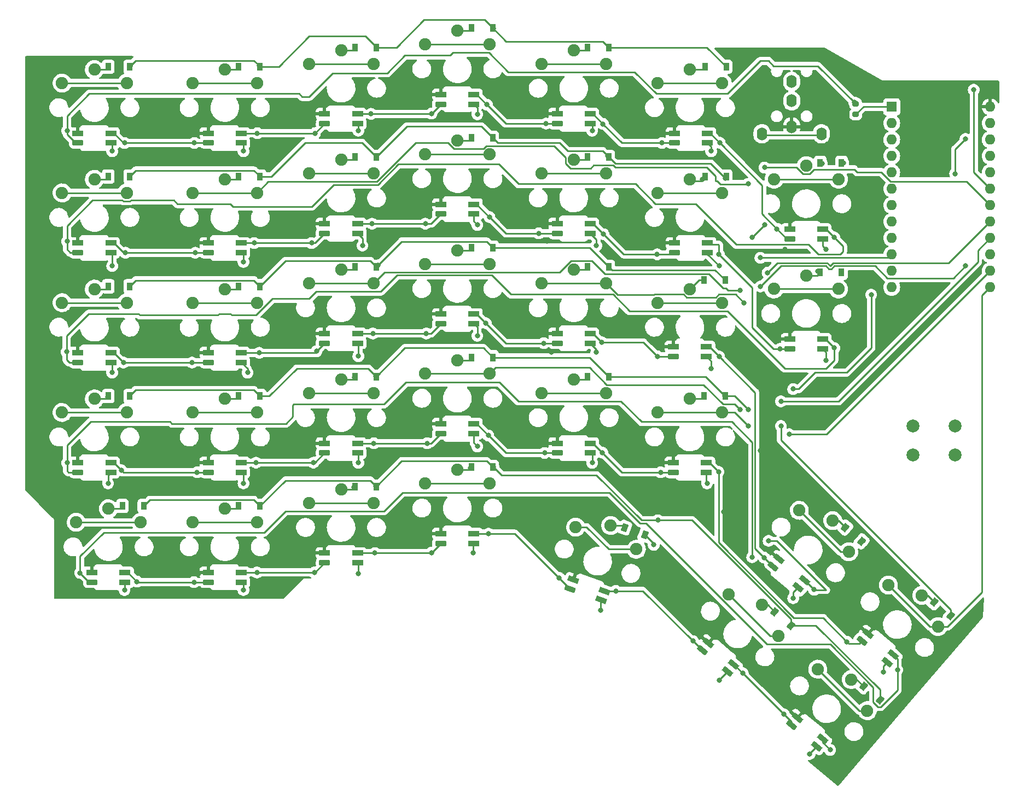
<source format=gbr>
%TF.GenerationSoftware,KiCad,Pcbnew,(6.0.5)*%
%TF.CreationDate,2022-05-24T22:08:53+02:00*%
%TF.ProjectId,LPKeyboard,4c504b65-7962-46f6-9172-642e6b696361,rev?*%
%TF.SameCoordinates,Original*%
%TF.FileFunction,Copper,L1,Top*%
%TF.FilePolarity,Positive*%
%FSLAX46Y46*%
G04 Gerber Fmt 4.6, Leading zero omitted, Abs format (unit mm)*
G04 Created by KiCad (PCBNEW (6.0.5)) date 2022-05-24 22:08:53*
%MOMM*%
%LPD*%
G01*
G04 APERTURE LIST*
G04 Aperture macros list*
%AMRoundRect*
0 Rectangle with rounded corners*
0 $1 Rounding radius*
0 $2 $3 $4 $5 $6 $7 $8 $9 X,Y pos of 4 corners*
0 Add a 4 corners polygon primitive as box body*
4,1,4,$2,$3,$4,$5,$6,$7,$8,$9,$2,$3,0*
0 Add four circle primitives for the rounded corners*
1,1,$1+$1,$2,$3*
1,1,$1+$1,$4,$5*
1,1,$1+$1,$6,$7*
1,1,$1+$1,$8,$9*
0 Add four rect primitives between the rounded corners*
20,1,$1+$1,$2,$3,$4,$5,0*
20,1,$1+$1,$4,$5,$6,$7,0*
20,1,$1+$1,$6,$7,$8,$9,0*
20,1,$1+$1,$8,$9,$2,$3,0*%
%AMRotRect*
0 Rectangle, with rotation*
0 The origin of the aperture is its center*
0 $1 length*
0 $2 width*
0 $3 Rotation angle, in degrees counterclockwise*
0 Add horizontal line*
21,1,$1,$2,0,0,$3*%
G04 Aperture macros list end*
%TA.AperFunction,ComponentPad*%
%ADD10C,1.900000*%
%TD*%
%TA.AperFunction,SMDPad,CuDef*%
%ADD11R,0.900000X1.200000*%
%TD*%
%TA.AperFunction,SMDPad,CuDef*%
%ADD12R,1.700000X0.820000*%
%TD*%
%TA.AperFunction,SMDPad,CuDef*%
%ADD13RoundRect,0.205000X0.645000X0.205000X-0.645000X0.205000X-0.645000X-0.205000X0.645000X-0.205000X0*%
%TD*%
%TA.AperFunction,SMDPad,CuDef*%
%ADD14RotRect,0.900000X1.200000X140.000000*%
%TD*%
%TA.AperFunction,SMDPad,CuDef*%
%ADD15RotRect,0.900000X1.200000X160.000000*%
%TD*%
%TA.AperFunction,ComponentPad*%
%ADD16R,1.600000X1.600000*%
%TD*%
%TA.AperFunction,ComponentPad*%
%ADD17O,1.600000X1.600000*%
%TD*%
%TA.AperFunction,SMDPad,CuDef*%
%ADD18RotRect,1.700000X0.820000X140.000000*%
%TD*%
%TA.AperFunction,SMDPad,CuDef*%
%ADD19RoundRect,0.205000X0.625870X-0.257559X-0.362327X0.571637X-0.625870X0.257559X0.362327X-0.571637X0*%
%TD*%
%TA.AperFunction,ComponentPad*%
%ADD20C,2.000000*%
%TD*%
%TA.AperFunction,SMDPad,CuDef*%
%ADD21RotRect,1.700000X0.820000X160.000000*%
%TD*%
%TA.AperFunction,SMDPad,CuDef*%
%ADD22RoundRect,0.205000X0.676216X-0.027966X-0.535988X0.413240X-0.676216X0.027966X0.535988X-0.413240X0*%
%TD*%
%TA.AperFunction,ComponentPad*%
%ADD23O,1.600000X2.000000*%
%TD*%
%TA.AperFunction,SMDPad,CuDef*%
%ADD24RoundRect,0.200000X0.275000X-0.200000X0.275000X0.200000X-0.275000X0.200000X-0.275000X-0.200000X0*%
%TD*%
%TA.AperFunction,ViaPad*%
%ADD25C,0.800000*%
%TD*%
%TA.AperFunction,Conductor*%
%ADD26C,0.250000*%
%TD*%
G04 APERTURE END LIST*
D10*
%TO.P,SW28,1,1*%
%TO.N,Net-(D62-Pad2)*%
X139597500Y-71664400D03*
%TO.P,SW28,2,2*%
%TO.N,/COL5*%
X144597500Y-73764400D03*
X134597500Y-73764400D03*
%TD*%
%TO.P,SW31,1,1*%
%TO.N,Net-(D65-Pad2)*%
X150767993Y-137544146D03*
%TO.P,SW31,2,2*%
%TO.N,/COL5*%
X153248361Y-142366777D03*
X145587917Y-135938901D03*
%TD*%
D11*
%TO.P,D47,1,K*%
%TO.N,/ROW1*%
X91049127Y-68231064D03*
%TO.P,D47,2,A*%
%TO.N,Net-(D47-Pad2)*%
X87749127Y-68231064D03*
%TD*%
D10*
%TO.P,SW20,1,1*%
%TO.N,Net-(D54-Pad2)*%
X103597500Y-99664400D03*
%TO.P,SW20,2,2*%
%TO.N,/COL3*%
X98597500Y-101764400D03*
X108597500Y-101764400D03*
%TD*%
D12*
%TO.P,D11,1,DOUT*%
%TO.N,Net-(D11-Pad1)*%
X88147500Y-61529800D03*
%TO.P,D11,2,VSS*%
%TO.N,GND*%
X88147500Y-63029800D03*
D13*
%TO.P,D11,3,DIN*%
%TO.N,Net-(D11-Pad3)*%
X83047500Y-63029800D03*
D12*
%TO.P,D11,4,VDD*%
%TO.N,5V*%
X83047500Y-61529800D03*
%TD*%
D10*
%TO.P,SW17,1,1*%
%TO.N,Net-(D51-Pad2)*%
X103597500Y-48664400D03*
%TO.P,SW17,2,2*%
%TO.N,/COL3*%
X98597500Y-50764400D03*
X108597500Y-50764400D03*
%TD*%
D14*
%TO.P,D70,1,K*%
%TO.N,/ROW4*%
X169020276Y-152295887D03*
%TO.P,D70,2,A*%
%TO.N,Net-(D70-Pad2)*%
X166492330Y-150174687D03*
%TD*%
D12*
%TO.P,D28,1,DOUT*%
%TO.N,Net-(D28-Pad1)*%
X142147500Y-97572800D03*
%TO.P,D28,2,VSS*%
%TO.N,GND*%
X142147500Y-99072800D03*
D13*
%TO.P,D28,3,DIN*%
%TO.N,Net-(D23-Pad1)*%
X137047500Y-99072800D03*
D12*
%TO.P,D28,4,VDD*%
%TO.N,5V*%
X137047500Y-97572800D03*
%TD*%
D15*
%TO.P,D60,1,K*%
%TO.N,/ROW4*%
X132601361Y-126716500D03*
%TO.P,D60,2,A*%
%TO.N,Net-(D60-Pad2)*%
X129500375Y-125587834D03*
%TD*%
D12*
%TO.P,D3,1,DOUT*%
%TO.N,Net-(D3-Pad1)*%
X49960000Y-98529800D03*
%TO.P,D3,2,VSS*%
%TO.N,GND*%
X49960000Y-100029800D03*
D13*
%TO.P,D3,3,DIN*%
%TO.N,/LEDR1_OUT*%
X44860000Y-100029800D03*
D12*
%TO.P,D3,4,VDD*%
%TO.N,5V*%
X44860000Y-98529800D03*
%TD*%
D11*
%TO.P,D39,1,K*%
%TO.N,/ROW3*%
X52861627Y-105231064D03*
%TO.P,D39,2,A*%
%TO.N,Net-(D39-Pad2)*%
X49561627Y-105231064D03*
%TD*%
D10*
%TO.P,SW8,2,2*%
%TO.N,/COL1*%
X72597500Y-73764400D03*
X62597500Y-73764400D03*
%TO.P,SW8,1,1*%
%TO.N,Net-(D42-Pad2)*%
X67597500Y-71664400D03*
%TD*%
D12*
%TO.P,D31,1,DOUT*%
%TO.N,/LEDR0_OUT*%
X160147500Y-79404800D03*
%TO.P,D31,2,VSS*%
%TO.N,GND*%
X160147500Y-80904800D03*
D13*
%TO.P,D31,3,DIN*%
%TO.N,Net-(D26-Pad1)*%
X155047500Y-80904800D03*
D12*
%TO.P,D31,4,VDD*%
%TO.N,5V*%
X155047500Y-79404800D03*
%TD*%
D16*
%TO.P,A1,1,TX*%
%TO.N,/LED_IN*%
X170825000Y-60432500D03*
D17*
%TO.P,A1,2,RX*%
%TO.N,unconnected-(A1-Pad2)*%
X170825000Y-62972500D03*
%TO.P,A1,3,GND*%
%TO.N,GND*%
X170825000Y-65512500D03*
%TO.P,A1,4,GND*%
X170825000Y-68052500D03*
%TO.P,A1,5,SDA*%
%TO.N,/SDA*%
X170825000Y-70592500D03*
%TO.P,A1,6,SCL*%
%TO.N,/SCL*%
X170825000Y-73132500D03*
%TO.P,A1,7,A6*%
%TO.N,/ROW0*%
X170825000Y-75672500D03*
%TO.P,A1,8,D5*%
%TO.N,unconnected-(A1-Pad8)*%
X170825000Y-78212500D03*
%TO.P,A1,9,A7*%
%TO.N,/ROW1*%
X170825000Y-80752500D03*
%TO.P,A1,10,D7*%
%TO.N,/ROW2*%
X170825000Y-83292500D03*
%TO.P,A1,11,A8*%
%TO.N,/ROW3*%
X170825000Y-85832500D03*
%TO.P,A1,12,A9*%
%TO.N,/ROW4*%
X170825000Y-88372500D03*
%TO.P,A1,13,A10*%
%TO.N,/COL6*%
X186065000Y-88372500D03*
%TO.P,A1,14,MOSI*%
%TO.N,/COL5*%
X186065000Y-85832500D03*
%TO.P,A1,15,MISO*%
%TO.N,/COL4*%
X186065000Y-83292500D03*
%TO.P,A1,16,SCLK*%
%TO.N,/COL3*%
X186065000Y-80752500D03*
%TO.P,A1,17,A0*%
%TO.N,/COL2*%
X186065000Y-78212500D03*
%TO.P,A1,18,A1*%
%TO.N,/COL1*%
X186065000Y-75672500D03*
%TO.P,A1,19,A2*%
%TO.N,/COL0*%
X186065000Y-73132500D03*
%TO.P,A1,20,A3*%
%TO.N,unconnected-(A1-Pad20)*%
X186065000Y-70592500D03*
%TO.P,A1,21,VCC*%
%TO.N,VCC*%
X186065000Y-68052500D03*
%TO.P,A1,22,RST*%
%TO.N,/RST*%
X186065000Y-65512500D03*
%TO.P,A1,23,GND*%
%TO.N,GND*%
X186065000Y-62972500D03*
%TO.P,A1,24,RAW*%
%TO.N,5V*%
X186065000Y-60432500D03*
%TD*%
D11*
%TO.P,D37,1,K*%
%TO.N,/ROW1*%
X52861627Y-71231064D03*
%TO.P,D37,2,A*%
%TO.N,Net-(D37-Pad2)*%
X49561627Y-71231064D03*
%TD*%
D14*
%TO.P,D65,1,K*%
%TO.N,/ROW4*%
X155231477Y-140725711D03*
%TO.P,D65,2,A*%
%TO.N,Net-(D65-Pad2)*%
X152703531Y-138604511D03*
%TD*%
D10*
%TO.P,SW19,1,1*%
%TO.N,Net-(D53-Pad2)*%
X103597500Y-82664400D03*
%TO.P,SW19,2,2*%
%TO.N,/COL3*%
X98597500Y-84764400D03*
X108597500Y-84764400D03*
%TD*%
D12*
%TO.P,D29,1,DOUT*%
%TO.N,Net-(D29-Pad1)*%
X142147500Y-115529800D03*
%TO.P,D29,2,VSS*%
%TO.N,GND*%
X142147500Y-117029800D03*
D13*
%TO.P,D29,3,DIN*%
%TO.N,Net-(D24-Pad1)*%
X137047500Y-117029800D03*
D12*
%TO.P,D29,4,VDD*%
%TO.N,5V*%
X137047500Y-115529800D03*
%TD*%
D11*
%TO.P,D49,1,K*%
%TO.N,/ROW3*%
X91049127Y-102231064D03*
%TO.P,D49,2,A*%
%TO.N,Net-(D49-Pad2)*%
X87749127Y-102231064D03*
%TD*%
%TO.P,D44,1,K*%
%TO.N,/ROW3*%
X73049127Y-105231064D03*
%TO.P,D44,2,A*%
%TO.N,Net-(D44-Pad2)*%
X69749127Y-105231064D03*
%TD*%
%TO.P,D40,1,K*%
%TO.N,/ROW4*%
X55049127Y-122231064D03*
%TO.P,D40,2,A*%
%TO.N,Net-(D40-Pad2)*%
X51749127Y-122231064D03*
%TD*%
D10*
%TO.P,SW21,1,1*%
%TO.N,Net-(D55-Pad2)*%
X103597500Y-116664400D03*
%TO.P,SW21,2,2*%
%TO.N,/COL3*%
X108597500Y-118764400D03*
X98597500Y-118764400D03*
%TD*%
D11*
%TO.P,D46,1,K*%
%TO.N,/ROW0*%
X91049127Y-51231064D03*
%TO.P,D46,2,A*%
%TO.N,Net-(D46-Pad2)*%
X87749127Y-51231064D03*
%TD*%
D10*
%TO.P,SW23,1,1*%
%TO.N,Net-(D57-Pad2)*%
X121597500Y-68664400D03*
%TO.P,SW23,2,2*%
%TO.N,/COL4*%
X126597500Y-70764400D03*
X116597500Y-70764400D03*
%TD*%
D12*
%TO.P,D12,1,DOUT*%
%TO.N,Net-(D12-Pad1)*%
X88147500Y-78529800D03*
%TO.P,D12,2,VSS*%
%TO.N,GND*%
X88147500Y-80029800D03*
D13*
%TO.P,D12,3,DIN*%
%TO.N,Net-(D12-Pad3)*%
X83047500Y-80029800D03*
D12*
%TO.P,D12,4,VDD*%
%TO.N,5V*%
X83047500Y-78529800D03*
%TD*%
D10*
%TO.P,SW2,1,1*%
%TO.N,Net-(D36-Pad2)*%
X47410000Y-54664400D03*
%TO.P,SW2,2,2*%
%TO.N,/COL0*%
X52410000Y-56764400D03*
X42410000Y-56764400D03*
%TD*%
D12*
%TO.P,D9,1,DOUT*%
%TO.N,Net-(D14-Pad3)*%
X70147500Y-115529800D03*
%TO.P,D9,2,VSS*%
%TO.N,GND*%
X70147500Y-117029800D03*
D13*
%TO.P,D9,3,DIN*%
%TO.N,Net-(D4-Pad1)*%
X65047500Y-117029800D03*
D12*
%TO.P,D9,4,VDD*%
%TO.N,5V*%
X65047500Y-115529800D03*
%TD*%
%TO.P,D6,1,DOUT*%
%TO.N,Net-(D11-Pad3)*%
X70147500Y-64529800D03*
%TO.P,D6,2,VSS*%
%TO.N,GND*%
X70147500Y-66029800D03*
D13*
%TO.P,D6,3,DIN*%
%TO.N,Net-(D1-Pad1)*%
X65047500Y-66029800D03*
D12*
%TO.P,D6,4,VDD*%
%TO.N,5V*%
X65047500Y-64529800D03*
%TD*%
D10*
%TO.P,SW3,1,1*%
%TO.N,Net-(D37-Pad2)*%
X47410000Y-71664400D03*
%TO.P,SW3,2,2*%
%TO.N,/COL0*%
X52410000Y-73764400D03*
X42410000Y-73764400D03*
%TD*%
D12*
%TO.P,D18,1,DOUT*%
%TO.N,Net-(D18-Pad1)*%
X106147500Y-92529800D03*
%TO.P,D18,2,VSS*%
%TO.N,GND*%
X106147500Y-94029800D03*
D13*
%TO.P,D18,3,DIN*%
%TO.N,Net-(D13-Pad1)*%
X101047500Y-94029800D03*
D12*
%TO.P,D18,4,VDD*%
%TO.N,5V*%
X101047500Y-92529800D03*
%TD*%
D18*
%TO.P,D33,1,DOUT*%
%TO.N,/LEDR2_OUT*%
X157307439Y-133717832D03*
%TO.P,D33,2,VSS*%
%TO.N,GND*%
X156343258Y-134866899D03*
D19*
%TO.P,D33,3,DIN*%
%TO.N,Net-(D28-Pad1)*%
X152436431Y-131588682D03*
D18*
%TO.P,D33,4,VDD*%
%TO.N,5V*%
X153400612Y-130439615D03*
%TD*%
D10*
%TO.P,SW16,1,1*%
%TO.N,Net-(D50-Pad2)*%
X85597500Y-119664400D03*
%TO.P,SW16,2,2*%
%TO.N,/COL2*%
X90597500Y-121764400D03*
X80597500Y-121764400D03*
%TD*%
D11*
%TO.P,D43,1,K*%
%TO.N,/ROW2*%
X73049127Y-88231064D03*
%TO.P,D43,2,A*%
%TO.N,Net-(D43-Pad2)*%
X69749127Y-88231064D03*
%TD*%
D10*
%TO.P,SW7,1,1*%
%TO.N,Net-(D41-Pad2)*%
X67597500Y-54664400D03*
%TO.P,SW7,2,2*%
%TO.N,/COL1*%
X72597500Y-56764400D03*
X62597500Y-56764400D03*
%TD*%
%TO.P,SW13,1,1*%
%TO.N,Net-(D47-Pad2)*%
X85597500Y-68664400D03*
%TO.P,SW13,2,2*%
%TO.N,/COL2*%
X90597500Y-70764400D03*
X80597500Y-70764400D03*
%TD*%
%TO.P,SW10,1,1*%
%TO.N,Net-(D44-Pad2)*%
X67597500Y-105664400D03*
%TO.P,SW10,2,2*%
%TO.N,/COL1*%
X62597500Y-107764400D03*
X72597500Y-107764400D03*
%TD*%
D11*
%TO.P,D61,1,K*%
%TO.N,/ROW0*%
X145199127Y-54231064D03*
%TO.P,D61,2,A*%
%TO.N,Net-(D61-Pad2)*%
X141899127Y-54231064D03*
%TD*%
%TO.P,D55,1,K*%
%TO.N,/ROW4*%
X109049127Y-116231064D03*
%TO.P,D55,2,A*%
%TO.N,Net-(D55-Pad2)*%
X105749127Y-116231064D03*
%TD*%
%TO.P,D54,1,K*%
%TO.N,/ROW3*%
X109049127Y-99231064D03*
%TO.P,D54,2,A*%
%TO.N,Net-(D54-Pad2)*%
X105749127Y-99231064D03*
%TD*%
%TO.P,D45,1,K*%
%TO.N,/ROW4*%
X73049127Y-122231064D03*
%TO.P,D45,2,A*%
%TO.N,Net-(D45-Pad2)*%
X69749127Y-122231064D03*
%TD*%
D10*
%TO.P,SW34,1,1*%
%TO.N,Net-(D68-Pad2)*%
X161695382Y-124521390D03*
%TO.P,SW34,2,2*%
%TO.N,/COL6*%
X164175750Y-129344021D03*
X156515306Y-122916145D03*
%TD*%
D11*
%TO.P,D66,1,K*%
%TO.N,/ROW0*%
X163049127Y-69106064D03*
%TO.P,D66,2,A*%
%TO.N,Net-(D66-Pad2)*%
X159749127Y-69106064D03*
%TD*%
D10*
%TO.P,SW30,1,1*%
%TO.N,Net-(D64-Pad2)*%
X139597500Y-105664400D03*
%TO.P,SW30,2,2*%
%TO.N,/COL5*%
X144597500Y-107764400D03*
X134597500Y-107764400D03*
%TD*%
D12*
%TO.P,D1,1,DOUT*%
%TO.N,Net-(D1-Pad1)*%
X49960000Y-64529800D03*
%TO.P,D1,2,VSS*%
%TO.N,GND*%
X49960000Y-66029800D03*
D13*
%TO.P,D1,3,DIN*%
%TO.N,/LEDR0_IN*%
X44860000Y-66029800D03*
D12*
%TO.P,D1,4,VDD*%
%TO.N,5V*%
X44860000Y-64529800D03*
%TD*%
D10*
%TO.P,SW11,1,1*%
%TO.N,Net-(D45-Pad2)*%
X67597500Y-122664400D03*
%TO.P,SW11,2,2*%
%TO.N,/COL1*%
X62597500Y-124764400D03*
X72597500Y-124764400D03*
%TD*%
D11*
%TO.P,D59,1,K*%
%TO.N,/ROW3*%
X127049127Y-102231064D03*
%TO.P,D59,2,A*%
%TO.N,Net-(D59-Pad2)*%
X123749127Y-102231064D03*
%TD*%
D10*
%TO.P,SW24,1,1*%
%TO.N,Net-(D58-Pad2)*%
X121597500Y-85664400D03*
%TO.P,SW24,2,2*%
%TO.N,/COL4*%
X116597500Y-87764400D03*
X126597500Y-87764400D03*
%TD*%
%TO.P,SW4,1,1*%
%TO.N,Net-(D38-Pad2)*%
X47410000Y-88664400D03*
%TO.P,SW4,2,2*%
%TO.N,/COL0*%
X52410000Y-90764400D03*
X42410000Y-90764400D03*
%TD*%
D12*
%TO.P,D24,1,DOUT*%
%TO.N,Net-(D24-Pad1)*%
X124147500Y-112529800D03*
%TO.P,D24,2,VSS*%
%TO.N,GND*%
X124147500Y-114029800D03*
D13*
%TO.P,D24,3,DIN*%
%TO.N,Net-(D19-Pad1)*%
X119047500Y-114029800D03*
D12*
%TO.P,D24,4,VDD*%
%TO.N,5V*%
X119047500Y-112529800D03*
%TD*%
D10*
%TO.P,SW12,1,1*%
%TO.N,Net-(D46-Pad2)*%
X85597500Y-51664400D03*
%TO.P,SW12,2,2*%
%TO.N,/COL2*%
X90597500Y-53764400D03*
X80597500Y-53764400D03*
%TD*%
D12*
%TO.P,D23,1,DOUT*%
%TO.N,Net-(D23-Pad1)*%
X124147500Y-95529800D03*
%TO.P,D23,2,VSS*%
%TO.N,GND*%
X124147500Y-97029800D03*
D13*
%TO.P,D23,3,DIN*%
%TO.N,Net-(D18-Pad1)*%
X119047500Y-97029800D03*
D12*
%TO.P,D23,4,VDD*%
%TO.N,5V*%
X119047500Y-95529800D03*
%TD*%
D10*
%TO.P,SW32,1,1*%
%TO.N,Net-(D66-Pad2)*%
X157597500Y-69539400D03*
%TO.P,SW32,2,2*%
%TO.N,/COL6*%
X162597500Y-71639400D03*
X152597500Y-71639400D03*
%TD*%
D12*
%TO.P,D14,1,DOUT*%
%TO.N,Net-(D14-Pad1)*%
X88147500Y-112529800D03*
%TO.P,D14,2,VSS*%
%TO.N,GND*%
X88147500Y-114029800D03*
D13*
%TO.P,D14,3,DIN*%
%TO.N,Net-(D14-Pad3)*%
X83047500Y-114029800D03*
D12*
%TO.P,D14,4,VDD*%
%TO.N,5V*%
X83047500Y-112529800D03*
%TD*%
%TO.P,D20,1,DOUT*%
%TO.N,Net-(D20-Pad1)*%
X106147500Y-126529800D03*
%TO.P,D20,2,VSS*%
%TO.N,GND*%
X106147500Y-128029800D03*
D13*
%TO.P,D20,3,DIN*%
%TO.N,Net-(D15-Pad1)*%
X101047500Y-128029800D03*
D12*
%TO.P,D20,4,VDD*%
%TO.N,5V*%
X101047500Y-126529800D03*
%TD*%
D20*
%TO.P,SW1,1,1*%
%TO.N,/RST*%
X174143600Y-109814800D03*
X180643600Y-109814800D03*
%TO.P,SW1,2,2*%
%TO.N,GND*%
X174143600Y-114314800D03*
X180643600Y-114314800D03*
%TD*%
D12*
%TO.P,D19,1,DOUT*%
%TO.N,Net-(D19-Pad1)*%
X106147500Y-109529800D03*
%TO.P,D19,2,VSS*%
%TO.N,GND*%
X106147500Y-111029800D03*
D13*
%TO.P,D19,3,DIN*%
%TO.N,Net-(D14-Pad1)*%
X101047500Y-111029800D03*
D12*
%TO.P,D19,4,VDD*%
%TO.N,5V*%
X101047500Y-109529800D03*
%TD*%
%TO.P,D5,1,DOUT*%
%TO.N,Net-(D10-Pad3)*%
X52147500Y-132529800D03*
%TO.P,D5,2,VSS*%
%TO.N,GND*%
X52147500Y-134029800D03*
D13*
%TO.P,D5,3,DIN*%
%TO.N,/LEDR3_OUT*%
X47047500Y-134029800D03*
D12*
%TO.P,D5,4,VDD*%
%TO.N,5V*%
X47047500Y-132529800D03*
%TD*%
%TO.P,D2,1,DOUT*%
%TO.N,Net-(D2-Pad1)*%
X49960000Y-81529800D03*
%TO.P,D2,2,VSS*%
%TO.N,GND*%
X49960000Y-83029800D03*
D13*
%TO.P,D2,3,DIN*%
%TO.N,/LEDR0_OUT*%
X44860000Y-83029800D03*
D12*
%TO.P,D2,4,VDD*%
%TO.N,5V*%
X44860000Y-81529800D03*
%TD*%
D10*
%TO.P,SW9,1,1*%
%TO.N,Net-(D43-Pad2)*%
X67597500Y-88664400D03*
%TO.P,SW9,2,2*%
%TO.N,/COL1*%
X62597500Y-90764400D03*
X72597500Y-90764400D03*
%TD*%
%TO.P,SW25,1,1*%
%TO.N,Net-(D59-Pad2)*%
X121597500Y-102664400D03*
%TO.P,SW25,2,2*%
%TO.N,/COL4*%
X126597500Y-104764400D03*
X116597500Y-104764400D03*
%TD*%
D11*
%TO.P,D38,1,K*%
%TO.N,/ROW2*%
X52861627Y-88231064D03*
%TO.P,D38,2,A*%
%TO.N,Net-(D38-Pad2)*%
X49561627Y-88231064D03*
%TD*%
D18*
%TO.P,D30,1,DOUT*%
%TO.N,Net-(D30-Pad1)*%
X146380050Y-146740589D03*
%TO.P,D30,2,VSS*%
%TO.N,GND*%
X145415869Y-147889656D03*
D19*
%TO.P,D30,3,DIN*%
%TO.N,Net-(D25-Pad1)*%
X141509042Y-144611439D03*
D18*
%TO.P,D30,4,VDD*%
%TO.N,5V*%
X142473223Y-143462372D03*
%TD*%
D12*
%TO.P,D7,1,DOUT*%
%TO.N,Net-(D12-Pad3)*%
X70147500Y-81529800D03*
%TO.P,D7,2,VSS*%
%TO.N,GND*%
X70147500Y-83029800D03*
D13*
%TO.P,D7,3,DIN*%
%TO.N,Net-(D2-Pad1)*%
X65047500Y-83029800D03*
D12*
%TO.P,D7,4,VDD*%
%TO.N,5V*%
X65047500Y-81529800D03*
%TD*%
D11*
%TO.P,D41,1,K*%
%TO.N,/ROW0*%
X73049127Y-54231064D03*
%TO.P,D41,2,A*%
%TO.N,Net-(D41-Pad2)*%
X69749127Y-54231064D03*
%TD*%
%TO.P,D42,1,K*%
%TO.N,/ROW1*%
X73049127Y-71231064D03*
%TO.P,D42,2,A*%
%TO.N,Net-(D42-Pad2)*%
X69749127Y-71231064D03*
%TD*%
%TO.P,D57,1,K*%
%TO.N,/ROW1*%
X127049127Y-68231064D03*
%TO.P,D57,2,A*%
%TO.N,Net-(D57-Pad2)*%
X123749127Y-68231064D03*
%TD*%
D10*
%TO.P,SW15,1,1*%
%TO.N,Net-(D49-Pad2)*%
X85597500Y-102664400D03*
%TO.P,SW15,2,2*%
%TO.N,/COL2*%
X80597500Y-104764400D03*
X90597500Y-104764400D03*
%TD*%
D18*
%TO.P,D35,1,DOUT*%
%TO.N,unconnected-(D35-Pad1)*%
X160168849Y-158310766D03*
%TO.P,D35,2,VSS*%
%TO.N,GND*%
X159204668Y-159459833D03*
D19*
%TO.P,D35,3,DIN*%
%TO.N,Net-(D30-Pad1)*%
X155297841Y-156181616D03*
D18*
%TO.P,D35,4,VDD*%
%TO.N,5V*%
X156262022Y-155032549D03*
%TD*%
D10*
%TO.P,SW22,1,1*%
%TO.N,Net-(D56-Pad2)*%
X121597500Y-51664400D03*
%TO.P,SW22,2,2*%
%TO.N,/COL4*%
X126597500Y-53764400D03*
X116597500Y-53764400D03*
%TD*%
%TO.P,SW5,1,1*%
%TO.N,Net-(D39-Pad2)*%
X47410000Y-105664400D03*
%TO.P,SW5,2,2*%
%TO.N,/COL0*%
X52410000Y-107764400D03*
X42410000Y-107764400D03*
%TD*%
D14*
%TO.P,D68,1,K*%
%TO.N,/ROW2*%
X166158866Y-127702955D03*
%TO.P,D68,2,A*%
%TO.N,Net-(D68-Pad2)*%
X163630920Y-125581755D03*
%TD*%
D12*
%TO.P,D15,1,DOUT*%
%TO.N,Net-(D15-Pad1)*%
X88147500Y-129529800D03*
%TO.P,D15,2,VSS*%
%TO.N,GND*%
X88147500Y-131029800D03*
D13*
%TO.P,D15,3,DIN*%
%TO.N,Net-(D10-Pad1)*%
X83047500Y-131029800D03*
D12*
%TO.P,D15,4,VDD*%
%TO.N,5V*%
X83047500Y-129529800D03*
%TD*%
D11*
%TO.P,D36,1,K*%
%TO.N,/ROW0*%
X52861627Y-54231064D03*
%TO.P,D36,2,A*%
%TO.N,Net-(D36-Pad2)*%
X49561627Y-54231064D03*
%TD*%
D12*
%TO.P,D32,1,DOUT*%
%TO.N,/LEDR1_OUT*%
X160147500Y-96404800D03*
%TO.P,D32,2,VSS*%
%TO.N,GND*%
X160147500Y-97904800D03*
D13*
%TO.P,D32,3,DIN*%
%TO.N,Net-(D27-Pad1)*%
X155047500Y-97904800D03*
D12*
%TO.P,D32,4,VDD*%
%TO.N,5V*%
X155047500Y-96404800D03*
%TD*%
D11*
%TO.P,D52,1,K*%
%TO.N,/ROW1*%
X109049127Y-65231064D03*
%TO.P,D52,2,A*%
%TO.N,Net-(D52-Pad2)*%
X105749127Y-65231064D03*
%TD*%
D10*
%TO.P,SW29,1,1*%
%TO.N,Net-(D63-Pad2)*%
X139597500Y-88664400D03*
%TO.P,SW29,2,2*%
%TO.N,/COL5*%
X134597500Y-90764400D03*
X144597500Y-90764400D03*
%TD*%
D12*
%TO.P,D27,1,DOUT*%
%TO.N,Net-(D27-Pad1)*%
X142297500Y-81529800D03*
%TO.P,D27,2,VSS*%
%TO.N,GND*%
X142297500Y-83029800D03*
D13*
%TO.P,D27,3,DIN*%
%TO.N,Net-(D22-Pad1)*%
X137197500Y-83029800D03*
D12*
%TO.P,D27,4,VDD*%
%TO.N,5V*%
X137197500Y-81529800D03*
%TD*%
D18*
%TO.P,D34,1,DOUT*%
%TO.N,/LEDR3_OUT*%
X171096240Y-145288010D03*
%TO.P,D34,2,VSS*%
%TO.N,GND*%
X170132059Y-146437077D03*
D19*
%TO.P,D34,3,DIN*%
%TO.N,Net-(D29-Pad1)*%
X166225232Y-143158860D03*
D18*
%TO.P,D34,4,VDD*%
%TO.N,5V*%
X167189413Y-142009793D03*
%TD*%
D10*
%TO.P,SW35,1,1*%
%TO.N,Net-(D69-Pad2)*%
X175484182Y-136091567D03*
%TO.P,SW35,2,2*%
%TO.N,/COL6*%
X177964550Y-140914198D03*
X170304106Y-134486322D03*
%TD*%
D11*
%TO.P,D64,1,K*%
%TO.N,/ROW3*%
X145049127Y-105231064D03*
%TO.P,D64,2,A*%
%TO.N,Net-(D64-Pad2)*%
X141749127Y-105231064D03*
%TD*%
D10*
%TO.P,SW27,1,1*%
%TO.N,Net-(D61-Pad2)*%
X139597500Y-54664400D03*
%TO.P,SW27,2,2*%
%TO.N,/COL5*%
X134597500Y-56764400D03*
X144597500Y-56764400D03*
%TD*%
%TO.P,SW33,1,1*%
%TO.N,Net-(D67-Pad2)*%
X157597500Y-86539400D03*
%TO.P,SW33,2,2*%
%TO.N,/COL6*%
X162597500Y-88639400D03*
X152597500Y-88639400D03*
%TD*%
D21*
%TO.P,D25,1,DOUT*%
%TO.N,Net-(D25-Pad1)*%
X126347153Y-135397863D03*
%TO.P,D25,2,VSS*%
%TO.N,GND*%
X125834123Y-136807402D03*
D22*
%TO.P,D25,3,DIN*%
%TO.N,Net-(D20-Pad1)*%
X121041691Y-135063099D03*
D21*
%TO.P,D25,4,VDD*%
%TO.N,5V*%
X121554721Y-133653560D03*
%TD*%
D10*
%TO.P,SW18,1,1*%
%TO.N,Net-(D52-Pad2)*%
X103597500Y-65664400D03*
%TO.P,SW18,2,2*%
%TO.N,/COL3*%
X98597500Y-67764400D03*
X108597500Y-67764400D03*
%TD*%
D11*
%TO.P,D63,1,K*%
%TO.N,/ROW2*%
X145049127Y-87274064D03*
%TO.P,D63,2,A*%
%TO.N,Net-(D63-Pad2)*%
X141749127Y-87274064D03*
%TD*%
D23*
%TO.P,J1,G*%
%TO.N,GND*%
X150735000Y-64607500D03*
%TO.P,J1,R*%
%TO.N,/SCL*%
X155335000Y-59507500D03*
%TO.P,J1,S*%
%TO.N,/SDA*%
X155335000Y-56507500D03*
%TO.P,J1,T*%
%TO.N,5V*%
X155335000Y-63507500D03*
%TD*%
D12*
%TO.P,D8,1,DOUT*%
%TO.N,Net-(D13-Pad3)*%
X70147500Y-98529800D03*
%TO.P,D8,2,VSS*%
%TO.N,GND*%
X70147500Y-100029800D03*
D13*
%TO.P,D8,3,DIN*%
%TO.N,Net-(D3-Pad1)*%
X65047500Y-100029800D03*
D12*
%TO.P,D8,4,VDD*%
%TO.N,5V*%
X65047500Y-98529800D03*
%TD*%
%TO.P,D4,1,DOUT*%
%TO.N,Net-(D4-Pad1)*%
X49960000Y-115529800D03*
%TO.P,D4,2,VSS*%
%TO.N,GND*%
X49960000Y-117029800D03*
D13*
%TO.P,D4,3,DIN*%
%TO.N,/LEDR2_OUT*%
X44860000Y-117029800D03*
D12*
%TO.P,D4,4,VDD*%
%TO.N,5V*%
X44860000Y-115529800D03*
%TD*%
D10*
%TO.P,SW26,1,1*%
%TO.N,Net-(D60-Pad2)*%
X127325103Y-125255268D03*
%TO.P,SW26,2,2*%
%TO.N,/COL4*%
X121908397Y-125518521D03*
X131305324Y-128938723D03*
%TD*%
D11*
%TO.P,D48,1,K*%
%TO.N,/ROW2*%
X91049127Y-85231064D03*
%TO.P,D48,2,A*%
%TO.N,Net-(D48-Pad2)*%
X87749127Y-85231064D03*
%TD*%
D12*
%TO.P,D22,1,DOUT*%
%TO.N,Net-(D22-Pad1)*%
X124147500Y-78529800D03*
%TO.P,D22,2,VSS*%
%TO.N,GND*%
X124147500Y-80029800D03*
D13*
%TO.P,D22,3,DIN*%
%TO.N,Net-(D17-Pad1)*%
X119047500Y-80029800D03*
D12*
%TO.P,D22,4,VDD*%
%TO.N,5V*%
X119047500Y-78529800D03*
%TD*%
%TO.P,D21,1,DOUT*%
%TO.N,Net-(D21-Pad1)*%
X124147500Y-61529800D03*
%TO.P,D21,2,VSS*%
%TO.N,GND*%
X124147500Y-63029800D03*
D13*
%TO.P,D21,3,DIN*%
%TO.N,Net-(D16-Pad1)*%
X119047500Y-63029800D03*
D12*
%TO.P,D21,4,VDD*%
%TO.N,5V*%
X119047500Y-61529800D03*
%TD*%
D10*
%TO.P,SW6,1,1*%
%TO.N,Net-(D40-Pad2)*%
X49597500Y-122664400D03*
%TO.P,SW6,2,2*%
%TO.N,/COL0*%
X44597500Y-124764400D03*
X54597500Y-124764400D03*
%TD*%
D11*
%TO.P,D62,1,K*%
%TO.N,/ROW1*%
X145199127Y-71231064D03*
%TO.P,D62,2,A*%
%TO.N,Net-(D62-Pad2)*%
X141899127Y-71231064D03*
%TD*%
%TO.P,D50,1,K*%
%TO.N,/ROW4*%
X91049127Y-119231064D03*
%TO.P,D50,2,A*%
%TO.N,Net-(D50-Pad2)*%
X87749127Y-119231064D03*
%TD*%
D12*
%TO.P,D10,1,DOUT*%
%TO.N,Net-(D10-Pad1)*%
X70147500Y-132529800D03*
%TO.P,D10,2,VSS*%
%TO.N,GND*%
X70147500Y-134029800D03*
D13*
%TO.P,D10,3,DIN*%
%TO.N,Net-(D10-Pad3)*%
X65047500Y-134029800D03*
D12*
%TO.P,D10,4,VDD*%
%TO.N,5V*%
X65047500Y-132529800D03*
%TD*%
D11*
%TO.P,D56,1,K*%
%TO.N,/ROW0*%
X127049127Y-51231064D03*
%TO.P,D56,2,A*%
%TO.N,Net-(D56-Pad2)*%
X123749127Y-51231064D03*
%TD*%
%TO.P,D58,1,K*%
%TO.N,/ROW2*%
X127049127Y-85231064D03*
%TO.P,D58,2,A*%
%TO.N,Net-(D58-Pad2)*%
X123749127Y-85231064D03*
%TD*%
D12*
%TO.P,D16,1,DOUT*%
%TO.N,Net-(D16-Pad1)*%
X106147500Y-58529800D03*
%TO.P,D16,2,VSS*%
%TO.N,GND*%
X106147500Y-60029800D03*
D13*
%TO.P,D16,3,DIN*%
%TO.N,Net-(D11-Pad1)*%
X101047500Y-60029800D03*
D12*
%TO.P,D16,4,VDD*%
%TO.N,5V*%
X101047500Y-58529800D03*
%TD*%
D11*
%TO.P,D67,1,K*%
%TO.N,/ROW1*%
X163049127Y-86106064D03*
%TO.P,D67,2,A*%
%TO.N,Net-(D67-Pad2)*%
X159749127Y-86106064D03*
%TD*%
%TO.P,D51,1,K*%
%TO.N,/ROW0*%
X109049127Y-48231064D03*
%TO.P,D51,2,A*%
%TO.N,Net-(D51-Pad2)*%
X105749127Y-48231064D03*
%TD*%
D10*
%TO.P,SW36,1,1*%
%TO.N,Net-(D70-Pad2)*%
X164556793Y-149114323D03*
%TO.P,SW36,2,2*%
%TO.N,/COL6*%
X167037161Y-153936954D03*
X159376717Y-147509078D03*
%TD*%
D12*
%TO.P,D26,1,DOUT*%
%TO.N,Net-(D26-Pad1)*%
X142297500Y-64529800D03*
%TO.P,D26,2,VSS*%
%TO.N,GND*%
X142297500Y-66029800D03*
D13*
%TO.P,D26,3,DIN*%
%TO.N,Net-(D21-Pad1)*%
X137197500Y-66029800D03*
D12*
%TO.P,D26,4,VDD*%
%TO.N,5V*%
X137197500Y-64529800D03*
%TD*%
%TO.P,D13,1,DOUT*%
%TO.N,Net-(D13-Pad1)*%
X88147500Y-95529800D03*
%TO.P,D13,2,VSS*%
%TO.N,GND*%
X88147500Y-97029800D03*
D13*
%TO.P,D13,3,DIN*%
%TO.N,Net-(D13-Pad3)*%
X83047500Y-97029800D03*
D12*
%TO.P,D13,4,VDD*%
%TO.N,5V*%
X83047500Y-95529800D03*
%TD*%
D11*
%TO.P,D53,1,K*%
%TO.N,/ROW2*%
X109049127Y-82231064D03*
%TO.P,D53,2,A*%
%TO.N,Net-(D53-Pad2)*%
X105749127Y-82231064D03*
%TD*%
D24*
%TO.P,R1,1*%
%TO.N,/LED_IN*%
X165252400Y-61632600D03*
%TO.P,R1,2*%
%TO.N,/LEDR0_IN*%
X165252400Y-59982600D03*
%TD*%
D14*
%TO.P,D69,1,K*%
%TO.N,/ROW3*%
X179947666Y-139273132D03*
%TO.P,D69,2,A*%
%TO.N,Net-(D69-Pad2)*%
X177419720Y-137151932D03*
%TD*%
D10*
%TO.P,SW14,1,1*%
%TO.N,Net-(D48-Pad2)*%
X85597500Y-85664400D03*
%TO.P,SW14,2,2*%
%TO.N,/COL2*%
X90597500Y-87764400D03*
X80597500Y-87764400D03*
%TD*%
D12*
%TO.P,D17,1,DOUT*%
%TO.N,Net-(D17-Pad1)*%
X106147500Y-75529800D03*
%TO.P,D17,2,VSS*%
%TO.N,GND*%
X106147500Y-77029800D03*
D13*
%TO.P,D17,3,DIN*%
%TO.N,Net-(D12-Pad1)*%
X101047500Y-77029800D03*
D12*
%TO.P,D17,4,VDD*%
%TO.N,5V*%
X101047500Y-75529800D03*
%TD*%
D23*
%TO.P,J1,G*%
%TO.N,GND*%
X159942915Y-64611819D03*
%TO.P,J1,R*%
%TO.N,/SCL*%
X155342915Y-59511819D03*
%TO.P,J1,S*%
%TO.N,/SDA*%
X155342915Y-56511819D03*
%TO.P,J1,T*%
%TO.N,5V*%
X155342915Y-63511819D03*
%TD*%
D20*
%TO.P,SW1,1,1*%
%TO.N,/RST*%
X174143600Y-109814800D03*
X180643600Y-109814800D03*
%TO.P,SW1,2,2*%
%TO.N,GND*%
X180643600Y-114314800D03*
X174143600Y-114314800D03*
%TD*%
D25*
%TO.N,/LED_IN*%
X165252400Y-61632600D03*
%TO.N,GND*%
X142240000Y-118745000D03*
X125730000Y-138430000D03*
X160655000Y-99695000D03*
X125095000Y-98425000D03*
X88265000Y-132715000D03*
X142875000Y-100965000D03*
X50165000Y-101600000D03*
X142875000Y-67310000D03*
X151130000Y-78740000D03*
X124460000Y-64135000D03*
X144145000Y-85090000D03*
X70485000Y-118745000D03*
X144145000Y-149225000D03*
X50165000Y-67310000D03*
X88265000Y-64135000D03*
X49530000Y-118745000D03*
X160655000Y-82550000D03*
X71120000Y-101600000D03*
X155575000Y-136525000D03*
X106680000Y-78740000D03*
X52070000Y-135255000D03*
X50165000Y-85090000D03*
X106680000Y-113030000D03*
X88900000Y-81915000D03*
X149225000Y-80645000D03*
X88265000Y-115570000D03*
X88265000Y-99060000D03*
X106045000Y-129540000D03*
X124460000Y-115570000D03*
X125095000Y-81915000D03*
X106680000Y-61595000D03*
X106680000Y-95885000D03*
X158115000Y-160655000D03*
X70485000Y-135255000D03*
X70485000Y-84455000D03*
X70485000Y-67310000D03*
X169545000Y-147955000D03*
%TO.N,/ROW0*%
X127049127Y-51231064D03*
X109149031Y-48330969D03*
X163320600Y-69089400D03*
X72909031Y-54090969D03*
X52911346Y-54181346D03*
X91029032Y-51210968D03*
X145207500Y-54214400D03*
%TO.N,/ROW1*%
X72981531Y-71163469D03*
X52861627Y-71231064D03*
X126881531Y-68063469D03*
X109049127Y-65231064D03*
X145049127Y-71480064D03*
X163057500Y-86089400D03*
X91049127Y-68231064D03*
%TO.N,/ROW2*%
X145049127Y-87274064D03*
X73049127Y-88231064D03*
X166370000Y-127635000D03*
X127049127Y-85231064D03*
X52861627Y-88231064D03*
X109049127Y-82231064D03*
X150495000Y-83820000D03*
X91315095Y-84965095D03*
%TO.N,/ROW3*%
X167640000Y-89535000D03*
X148590000Y-107315000D03*
X179947666Y-139273132D03*
X90929032Y-102110968D03*
X73049127Y-105231064D03*
X127026532Y-102208468D03*
X52861627Y-105231064D03*
X145004032Y-105185968D03*
X109049127Y-99231064D03*
X153670000Y-109855000D03*
X155575000Y-104140000D03*
%TO.N,/ROW4*%
X132601361Y-126716500D03*
X134620000Y-124460000D03*
X73049127Y-122231064D03*
X169020276Y-152295887D03*
X55049127Y-122231064D03*
X155231477Y-140725711D03*
X133985000Y-128270000D03*
X91001532Y-119183468D03*
X109193936Y-116231064D03*
%TO.N,/COL5*%
X148590000Y-109855000D03*
X154940000Y-111125000D03*
%TO.N,/COL4*%
X182245000Y-85090000D03*
X147955000Y-90805000D03*
X150495000Y-88265000D03*
%TO.N,/COL3*%
X147320000Y-107315000D03*
X153670000Y-106045000D03*
%TO.N,/COL2*%
X147320000Y-88900000D03*
X151610950Y-86124452D03*
%TO.N,/COL1*%
X151130000Y-69850000D03*
X148590000Y-72390000D03*
%TO.N,/COL0*%
X183515000Y-57785000D03*
%TO.N,/RST*%
X182245000Y-65405000D03*
X180643600Y-70788600D03*
%TO.N,5V*%
X56515000Y-81280000D03*
X101600000Y-113030000D03*
X154305000Y-82550000D03*
X130175000Y-81280000D03*
X56515000Y-64135000D03*
X63500000Y-132715000D03*
X83820000Y-116205000D03*
X150495000Y-132080000D03*
X165100000Y-141605000D03*
X101600000Y-79375000D03*
X43180000Y-67310000D03*
X81280000Y-130810000D03*
X165735000Y-71755000D03*
X151765000Y-67945000D03*
X150495000Y-113665000D03*
X135890000Y-67310000D03*
X136525000Y-119380000D03*
X134620000Y-97155000D03*
X117475000Y-81280000D03*
X83820000Y-99060000D03*
X64770000Y-102235000D03*
X155575000Y-73025000D03*
X44450000Y-85090000D03*
X144780000Y-123190000D03*
X56515000Y-67310000D03*
X118745000Y-64770000D03*
X64135000Y-118745000D03*
X99060000Y-127635000D03*
X120015000Y-132080000D03*
X118745000Y-115570000D03*
X135890000Y-84455000D03*
X142875000Y-123190000D03*
X165735000Y-68580000D03*
X83185000Y-81915000D03*
X167640000Y-62865000D03*
X45085000Y-101600000D03*
X118110000Y-98425000D03*
X94615000Y-71755000D03*
X93980000Y-59055000D03*
X101600000Y-62230000D03*
X154940000Y-153035000D03*
X140970000Y-141605000D03*
X156845000Y-102235000D03*
X45720000Y-135255000D03*
X64135000Y-67945000D03*
X56515000Y-94615000D03*
X147955000Y-114300000D03*
X46355000Y-119380000D03*
X167640000Y-57785000D03*
X130175000Y-84455000D03*
X101600000Y-95885000D03*
X81280000Y-62865000D03*
X64135000Y-85090000D03*
X94615000Y-62865000D03*
%TO.N,Net-(D1-Pad1)*%
X52080200Y-66029800D03*
X62875200Y-66029800D03*
%TO.N,/LEDR0_IN*%
X43180000Y-64135000D03*
X165029900Y-59760100D03*
%TO.N,Net-(D2-Pad1)*%
X63020200Y-83029800D03*
X52225200Y-83029800D03*
%TO.N,/LEDR0_OUT*%
X161925000Y-80645000D03*
X43180000Y-81280000D03*
%TO.N,Net-(D3-Pad1)*%
X62530200Y-100029800D03*
X51900000Y-100029800D03*
%TO.N,/LEDR1_OUT*%
X43117889Y-98362889D03*
X161925000Y-97790000D03*
%TO.N,Net-(D4-Pad1)*%
X51572600Y-116702400D03*
X63310200Y-117029800D03*
%TO.N,/LEDR2_OUT*%
X158797304Y-135207696D03*
X151765000Y-127635000D03*
X149225000Y-130175000D03*
X43180000Y-115570000D03*
%TO.N,Net-(D10-Pad3)*%
X62820200Y-134029800D03*
X54008850Y-133951150D03*
%TO.N,/LEDR3_OUT*%
X45204339Y-132595661D03*
X171699577Y-147622045D03*
%TO.N,Net-(D11-Pad3)*%
X81547500Y-64529800D03*
X72630200Y-64529800D03*
%TO.N,Net-(D12-Pad3)*%
X81030200Y-81529800D03*
X72140200Y-81529800D03*
%TO.N,Net-(D13-Pad3)*%
X81783650Y-98293650D03*
X72920200Y-98529800D03*
%TO.N,Net-(D14-Pad3)*%
X72430200Y-115529800D03*
X81320200Y-115529800D03*
%TO.N,Net-(D10-Pad1)*%
X81465200Y-132529800D03*
X72575200Y-132529800D03*
%TO.N,Net-(D11-Pad1)*%
X90235200Y-61529800D03*
X99588650Y-61488650D03*
%TO.N,Net-(D12-Pad1)*%
X98635200Y-78529800D03*
X90380200Y-78529800D03*
%TO.N,Net-(D13-Pad1)*%
X98780200Y-95529800D03*
X90525200Y-95529800D03*
%TO.N,Net-(D14-Pad1)*%
X90670200Y-112529800D03*
X98925200Y-112529800D03*
%TO.N,Net-(D15-Pad1)*%
X99616150Y-129461150D03*
X90815200Y-129529800D03*
%TO.N,Net-(D16-Pad1)*%
X108166350Y-60108650D03*
X117310200Y-63029800D03*
%TO.N,Net-(D17-Pad1)*%
X116185200Y-80029800D03*
X108556350Y-77498650D03*
%TO.N,Net-(D18-Pad1)*%
X116965200Y-97029800D03*
X107993850Y-93936150D03*
%TO.N,Net-(D19-Pad1)*%
X117110200Y-114029800D03*
X108383850Y-111326150D03*
%TO.N,Net-(D20-Pad1)*%
X108420200Y-126529800D03*
X119354296Y-133375704D03*
%TO.N,Net-(D21-Pad1)*%
X135265200Y-66029800D03*
X126143850Y-63086150D03*
%TO.N,Net-(D22-Pad1)*%
X134526200Y-83278800D03*
X126216350Y-80158650D03*
%TO.N,Net-(D23-Pad1)*%
X134530641Y-99074313D03*
X125971350Y-96913650D03*
%TO.N,Net-(D24-Pad1)*%
X135065200Y-117029800D03*
X126043850Y-113986150D03*
%TO.N,Net-(D25-Pad1)*%
X128127137Y-135397863D03*
X140053802Y-143156198D03*
%TO.N,Net-(D26-Pad1)*%
X153071839Y-79338161D03*
X144196350Y-65988650D03*
%TO.N,Net-(D27-Pad1)*%
X153555200Y-97904800D03*
X144069350Y-83260650D03*
%TO.N,Net-(D28-Pad1)*%
X144109850Y-99095150D03*
X151076374Y-130228626D03*
%TO.N,Net-(D29-Pad1)*%
X144021350Y-116963650D03*
X163887935Y-143276681D03*
%TO.N,Net-(D30-Pad1)*%
X154124730Y-154485270D03*
X147774730Y-148135270D03*
%TO.N,unconnected-(D35-Pad1)*%
X161290000Y-160020000D03*
%TO.N,Net-(D36-Pad2)*%
X49561627Y-54231064D03*
%TO.N,Net-(D37-Pad2)*%
X49561627Y-71231064D03*
%TO.N,Net-(D38-Pad2)*%
X49528845Y-88263845D03*
%TO.N,Net-(D39-Pad2)*%
X49456345Y-105336345D03*
%TO.N,Net-(D40-Pad2)*%
X51747596Y-122232596D03*
%TO.N,Net-(D41-Pad2)*%
X69749127Y-54231064D03*
%TO.N,Net-(D42-Pad2)*%
X69749127Y-71231064D03*
%TO.N,Net-(D43-Pad2)*%
X69749127Y-88231064D03*
%TO.N,Net-(D44-Pad2)*%
X69710095Y-105270095D03*
%TO.N,Net-(D45-Pad2)*%
X69749127Y-122231064D03*
%TO.N,Net-(D46-Pad2)*%
X87749127Y-51231064D03*
%TO.N,Net-(D47-Pad2)*%
X87749127Y-68231064D03*
%TO.N,Net-(D48-Pad2)*%
X87749127Y-85231064D03*
%TO.N,Net-(D49-Pad2)*%
X87687596Y-102292596D03*
%TO.N,Net-(D50-Pad2)*%
X87615095Y-119365095D03*
%TO.N,Net-(D51-Pad2)*%
X105749127Y-48231064D03*
%TO.N,Net-(D52-Pad2)*%
X105749127Y-65231064D03*
%TO.N,Net-(D53-Pad2)*%
X105749127Y-82231064D03*
%TO.N,Net-(D54-Pad2)*%
X105749127Y-99231064D03*
%TO.N,Net-(D55-Pad2)*%
X105592596Y-116387596D03*
%TO.N,Net-(D56-Pad2)*%
X123749127Y-51231064D03*
%TO.N,Net-(D57-Pad2)*%
X123749127Y-68231064D03*
%TO.N,Net-(D58-Pad2)*%
X123749127Y-85231064D03*
%TO.N,Net-(D59-Pad2)*%
X123749127Y-102231064D03*
%TO.N,Net-(D60-Pad2)*%
X129500375Y-125587834D03*
%TO.N,Net-(D61-Pad2)*%
X141899127Y-54231064D03*
%TO.N,Net-(D62-Pad2)*%
X141539595Y-71689595D03*
%TO.N,Net-(D63-Pad2)*%
X141749127Y-87274064D03*
%TO.N,Net-(D64-Pad2)*%
X141749127Y-105231064D03*
%TO.N,Net-(D65-Pad2)*%
X152703531Y-138604511D03*
%TO.N,Net-(D66-Pad2)*%
X160020000Y-69215000D03*
%TO.N,Net-(D67-Pad2)*%
X159385000Y-85906053D03*
%TO.N,Net-(D68-Pad2)*%
X163487083Y-125437917D03*
%TO.N,Net-(D69-Pad2)*%
X177296394Y-137028606D03*
%TO.N,Net-(D70-Pad2)*%
X166492330Y-150174687D03*
%TD*%
D26*
%TO.N,GND*%
X144145000Y-85090000D02*
X142297500Y-83242500D01*
X142297500Y-83242500D02*
X142297500Y-83029800D01*
X142297500Y-83242500D02*
X142333800Y-83278800D01*
%TO.N,Net-(D27-Pad1)*%
X142147500Y-81778800D02*
X144008800Y-81778800D01*
X144008800Y-81778800D02*
X144069350Y-81839350D01*
X144069350Y-81839350D02*
X144069350Y-83260650D01*
%TO.N,/LED_IN*%
X166452500Y-60432500D02*
X165252400Y-61632600D01*
X170825000Y-60432500D02*
X166452500Y-60432500D01*
%TO.N,GND*%
X125095000Y-97977300D02*
X124147500Y-97029800D01*
X142875000Y-100965000D02*
X142875000Y-99800300D01*
X52070000Y-135255000D02*
X52070000Y-134107300D01*
X70485000Y-83367300D02*
X70147500Y-83029800D01*
X142875000Y-67310000D02*
X142875000Y-66607300D01*
X106147500Y-77029800D02*
X106147500Y-78207500D01*
X150963839Y-64836339D02*
X159718395Y-64836339D01*
X124460000Y-63342300D02*
X124147500Y-63029800D01*
X70485000Y-118745000D02*
X70485000Y-117367300D01*
X142147500Y-118652500D02*
X142240000Y-118745000D01*
X106147500Y-111029800D02*
X106147500Y-112497500D01*
X144145000Y-149225000D02*
X144145000Y-149160525D01*
X52070000Y-134107300D02*
X52147500Y-134029800D01*
X125095000Y-81915000D02*
X125095000Y-80977300D01*
X88900000Y-81915000D02*
X88900000Y-80782300D01*
X50165000Y-85090000D02*
X50165000Y-83234800D01*
X88265000Y-131147300D02*
X88147500Y-131029800D01*
X155575000Y-136525000D02*
X155575000Y-135635157D01*
X106045000Y-128132300D02*
X106147500Y-128029800D01*
X50165000Y-101600000D02*
X50165000Y-100234800D01*
X50165000Y-67310000D02*
X50165000Y-66234800D01*
X70485000Y-84455000D02*
X70485000Y-83367300D01*
X88900000Y-80782300D02*
X88147500Y-80029800D01*
X70485000Y-67310000D02*
X70485000Y-66367300D01*
X125730000Y-138430000D02*
X125730000Y-136911525D01*
X49530000Y-118745000D02*
X49530000Y-117459800D01*
X70485000Y-66367300D02*
X70147500Y-66029800D01*
X50165000Y-83234800D02*
X49960000Y-83029800D01*
X88265000Y-63147300D02*
X88147500Y-63029800D01*
X50165000Y-100234800D02*
X49960000Y-100029800D01*
X50165000Y-66234800D02*
X49960000Y-66029800D01*
X160147500Y-80904800D02*
X160147500Y-82042500D01*
X160147500Y-82042500D02*
X160655000Y-82550000D01*
X49530000Y-117459800D02*
X49960000Y-117029800D01*
X150735000Y-64607500D02*
X150963839Y-64836339D01*
X71120000Y-101600000D02*
X71120000Y-101002300D01*
X125095000Y-98425000D02*
X125095000Y-97977300D01*
X158115000Y-160549501D02*
X158115000Y-160655000D01*
X142875000Y-66607300D02*
X142297500Y-66029800D01*
X142147500Y-117029800D02*
X142147500Y-118652500D01*
X70485000Y-135255000D02*
X70485000Y-134367300D01*
X159204668Y-159459833D02*
X158115000Y-160549501D01*
X88265000Y-64135000D02*
X88265000Y-63147300D01*
X88265000Y-99060000D02*
X88265000Y-97147300D01*
X159718395Y-64836339D02*
X159942915Y-64611819D01*
X70485000Y-134367300D02*
X70147500Y-134029800D01*
X106045000Y-129540000D02*
X106045000Y-128132300D01*
X124460000Y-114342300D02*
X124460000Y-115570000D01*
X169545000Y-147024136D02*
X170132059Y-146437077D01*
X71120000Y-101002300D02*
X70147500Y-100029800D01*
X106680000Y-95885000D02*
X106680000Y-94562300D01*
X106680000Y-94562300D02*
X106147500Y-94029800D01*
X106147500Y-112497500D02*
X106680000Y-113030000D01*
X155575000Y-135635157D02*
X156343258Y-134866899D01*
X124460000Y-64135000D02*
X124460000Y-63342300D01*
X160655000Y-99695000D02*
X160655000Y-98412300D01*
X124147500Y-114029800D02*
X124460000Y-114342300D01*
X88265000Y-132715000D02*
X88265000Y-131147300D01*
X106680000Y-60562300D02*
X106147500Y-60029800D01*
X169545000Y-147955000D02*
X169545000Y-147024136D01*
X70485000Y-117367300D02*
X70147500Y-117029800D01*
X144145000Y-149160525D02*
X145415869Y-147889656D01*
X149225000Y-80645000D02*
X151130000Y-78740000D01*
X106680000Y-61595000D02*
X106680000Y-60562300D01*
X88265000Y-114147300D02*
X88147500Y-114029800D01*
X88265000Y-115570000D02*
X88265000Y-114147300D01*
X142333800Y-83278800D02*
X142147500Y-83278800D01*
X160655000Y-98412300D02*
X160147500Y-97904800D01*
X88265000Y-97147300D02*
X88147500Y-97029800D01*
X106147500Y-78207500D02*
X106680000Y-78740000D01*
X125730000Y-136911525D02*
X125834123Y-136807402D01*
X142875000Y-99800300D02*
X142147500Y-99072800D01*
X125095000Y-80977300D02*
X124147500Y-80029800D01*
%TO.N,/ROW0*%
X126124616Y-50306553D02*
X127049127Y-51231064D01*
X72124616Y-53306553D02*
X72909031Y-54090969D01*
X127049127Y-51231064D02*
X142199127Y-51231064D01*
X53786138Y-53306553D02*
X72124616Y-53306553D01*
X142199127Y-51231064D02*
X145199127Y-54231064D01*
X52861627Y-54231064D02*
X52911346Y-54181346D01*
X109149031Y-48330969D02*
X111124616Y-50306553D01*
X72909031Y-54090969D02*
X73049127Y-54231064D01*
X91029032Y-51210968D02*
X91049127Y-51231064D01*
X75943936Y-54231064D02*
X80645000Y-49530000D01*
X98425000Y-46990000D02*
X107808063Y-46990000D01*
X94183936Y-51231064D02*
X98425000Y-46990000D01*
X109049127Y-48231064D02*
X109149031Y-48330969D01*
X52911346Y-54181346D02*
X53786138Y-53306553D01*
X73049127Y-54231064D02*
X75943936Y-54231064D01*
X80645000Y-49530000D02*
X89348063Y-49530000D01*
X89348063Y-49530000D02*
X91029032Y-51210968D01*
X107808063Y-46990000D02*
X109049127Y-48231064D01*
X91049127Y-51231064D02*
X94183936Y-51231064D01*
X111124616Y-50306553D02*
X126124616Y-50306553D01*
%TO.N,/ROW1*%
X127049127Y-68231064D02*
X128033063Y-69215000D01*
X107318063Y-63500000D02*
X109049127Y-65231064D01*
X74818936Y-71231064D02*
X80010000Y-66040000D01*
X53786138Y-70306553D02*
X72124616Y-70306553D01*
X126124615Y-67306553D02*
X126881531Y-68063469D01*
X91049127Y-68231064D02*
X95780191Y-63500000D01*
X142784063Y-69215000D02*
X145049127Y-71480064D01*
X72981531Y-71163469D02*
X73049127Y-71231064D01*
X72124616Y-70306553D02*
X72981531Y-71163469D01*
X126881531Y-68063469D02*
X127049127Y-68231064D01*
X128033063Y-69215000D02*
X142784063Y-69215000D01*
X88858063Y-66040000D02*
X91049127Y-68231064D01*
X80010000Y-66040000D02*
X88858063Y-66040000D01*
X109049127Y-65231064D02*
X109858063Y-66040000D01*
X120646553Y-67306553D02*
X126124615Y-67306553D01*
X73049127Y-71231064D02*
X74818936Y-71231064D01*
X119380000Y-66040000D02*
X120646553Y-67306553D01*
X52861627Y-71231064D02*
X53786138Y-70306553D01*
X109858063Y-66040000D02*
X119380000Y-66040000D01*
X95780191Y-63500000D02*
X107318063Y-63500000D01*
%TO.N,/ROW2*%
X91315095Y-84965095D02*
X94973638Y-81306553D01*
X94973638Y-81306553D02*
X108124616Y-81306553D01*
X90124616Y-84306553D02*
X91049127Y-85231064D01*
X91049127Y-85231064D02*
X91315095Y-84965095D01*
X143500063Y-85725000D02*
X145049127Y-87274064D01*
X53786138Y-87306553D02*
X72124616Y-87306553D01*
X76973638Y-84306553D02*
X90124616Y-84306553D01*
X52861627Y-88231064D02*
X53786138Y-87306553D01*
X108124616Y-81306553D02*
X109049127Y-82231064D01*
X73049127Y-88231064D02*
X76973638Y-84306553D01*
X72124616Y-87306553D02*
X73049127Y-88231064D01*
X127543063Y-85725000D02*
X143500063Y-85725000D01*
X124049127Y-82231064D02*
X127049127Y-85231064D01*
X150495000Y-83820000D02*
X170297500Y-83820000D01*
X109049127Y-82231064D02*
X124049127Y-82231064D01*
X170297500Y-83820000D02*
X170825000Y-83292500D01*
X127049127Y-85231064D02*
X127543063Y-85725000D01*
%TO.N,/ROW3*%
X109049127Y-99231064D02*
X124049127Y-99231064D01*
X53786138Y-104306553D02*
X72124616Y-104306553D01*
X155575000Y-104140000D02*
X156457026Y-104140000D01*
X127026532Y-102208468D02*
X127049127Y-102231064D01*
X163830000Y-101600000D02*
X167640000Y-97790000D01*
X73049127Y-105231064D02*
X74473936Y-105231064D01*
X156457026Y-104140000D02*
X158997026Y-101600000D01*
X142049127Y-102231064D02*
X145004032Y-105185968D01*
X153670000Y-112042506D02*
X153670000Y-109855000D01*
X167640000Y-97790000D02*
X167640000Y-89535000D01*
X107608063Y-97790000D02*
X109049127Y-99231064D01*
X74473936Y-105231064D02*
X78740000Y-100965000D01*
X89783063Y-100965000D02*
X90929032Y-102110968D01*
X179947666Y-138320172D02*
X153670000Y-112042506D01*
X127049127Y-102231064D02*
X142049127Y-102231064D01*
X78740000Y-100965000D02*
X89783063Y-100965000D01*
X146506064Y-105231064D02*
X148590000Y-107315000D01*
X95490191Y-97790000D02*
X107608063Y-97790000D01*
X124049127Y-99231064D02*
X127026532Y-102208468D01*
X72124616Y-104306553D02*
X73049127Y-105231064D01*
X145004032Y-105185968D02*
X145049127Y-105231064D01*
X52861627Y-105231064D02*
X53786138Y-104306553D01*
X158997026Y-101600000D02*
X163830000Y-101600000D01*
X145049127Y-105231064D02*
X146506064Y-105231064D01*
X179947666Y-139273132D02*
X179947666Y-138320172D01*
X90929032Y-102110968D02*
X91049127Y-102231064D01*
X91049127Y-102231064D02*
X95490191Y-97790000D01*
%TO.N,/ROW4*%
X169020276Y-150707223D02*
X169020276Y-152295887D01*
X139918726Y-124460000D02*
X155231477Y-139772751D01*
X90124616Y-118306553D02*
X91001532Y-119183468D01*
X109193936Y-116231064D02*
X110437872Y-117475000D01*
X91001532Y-119183468D02*
X91049127Y-119231064D01*
X109049127Y-116231064D02*
X109193936Y-116231064D01*
X155231477Y-139772751D02*
X155231477Y-140725711D01*
X132601361Y-126716500D02*
X133985000Y-128100139D01*
X133985000Y-128100139D02*
X133985000Y-128270000D01*
X55973638Y-121306553D02*
X72124616Y-121306553D01*
X159038764Y-140725711D02*
X169020276Y-150707223D01*
X94973638Y-115306553D02*
X108124616Y-115306553D01*
X134620000Y-124460000D02*
X139918726Y-124460000D01*
X155231477Y-140725711D02*
X159038764Y-140725711D01*
X73049127Y-122231064D02*
X76973638Y-118306553D01*
X110437872Y-117475000D02*
X125095000Y-117475000D01*
X72124616Y-121306553D02*
X73049127Y-122231064D01*
X132080000Y-124460000D02*
X134620000Y-124460000D01*
X125095000Y-117475000D02*
X132080000Y-124460000D01*
X55049127Y-122231064D02*
X55973638Y-121306553D01*
X76973638Y-118306553D02*
X90124616Y-118306553D01*
X91049127Y-119231064D02*
X94973638Y-115306553D01*
X108124616Y-115306553D02*
X109049127Y-116231064D01*
%TO.N,/COL6*%
X179473468Y-140914198D02*
X184785000Y-135602666D01*
X159376717Y-147509078D02*
X165804593Y-153936954D01*
X162943182Y-129344021D02*
X164175750Y-129344021D01*
X156515306Y-122916145D02*
X162943182Y-129344021D01*
X184785000Y-89652500D02*
X186065000Y-88372500D01*
X170304106Y-134486322D02*
X176731982Y-140914198D01*
X165804593Y-153936954D02*
X167037161Y-153936954D01*
X177964550Y-140914198D02*
X179473468Y-140914198D01*
X152597500Y-71639400D02*
X162597500Y-71639400D01*
X152597500Y-88639400D02*
X162597500Y-88639400D01*
X184785000Y-135602666D02*
X184785000Y-89652500D01*
X176731982Y-140914198D02*
X177964550Y-140914198D01*
%TO.N,/COL5*%
X144597500Y-107764400D02*
X146499400Y-107764400D01*
X154940000Y-111125000D02*
X154954311Y-111139311D01*
X152015793Y-142366777D02*
X153248361Y-142366777D01*
X147955000Y-109220000D02*
X148590000Y-109855000D01*
X134597500Y-107764400D02*
X144597500Y-107764400D01*
X134597500Y-90764400D02*
X144597500Y-90764400D01*
X134597500Y-56764400D02*
X144597500Y-56764400D01*
X146499400Y-107764400D02*
X147955000Y-109220000D01*
X160758189Y-111139311D02*
X186065000Y-85832500D01*
X154954311Y-111139311D02*
X160758189Y-111139311D01*
X134597500Y-73764400D02*
X144597500Y-73764400D01*
X145587917Y-135938901D02*
X152015793Y-142366777D01*
%TO.N,/COL4*%
X161476194Y-85539510D02*
X161924999Y-85090705D01*
X144069579Y-89489889D02*
X146639889Y-89489889D01*
X153669295Y-85090705D02*
X160655001Y-85090705D01*
X168275705Y-85090705D02*
X170142011Y-86957011D01*
X161103806Y-85539510D02*
X161476194Y-85539510D01*
X150495000Y-88265000D02*
X153669295Y-85090705D01*
X143620557Y-89938911D02*
X144069579Y-89489889D01*
X116597500Y-104764400D02*
X126597500Y-104764400D01*
X170142011Y-86957011D02*
X180377989Y-86957011D01*
X121908397Y-125518521D02*
X123595772Y-125518521D01*
X127015974Y-128938723D02*
X131305324Y-128938723D01*
X134024468Y-89535000D02*
X134069579Y-89489889D01*
X123595772Y-125518521D02*
X127015974Y-128938723D01*
X116597500Y-70764400D02*
X126597500Y-70764400D01*
X139069579Y-89938911D02*
X143620557Y-89938911D01*
X180377989Y-86957011D02*
X182245000Y-85090000D01*
X161924999Y-85090705D02*
X168275705Y-85090705D01*
X146639889Y-89489889D02*
X147955000Y-90805000D01*
X138620557Y-89489889D02*
X139069579Y-89938911D01*
X126597500Y-87764400D02*
X128368100Y-89535000D01*
X116597500Y-87764400D02*
X126597500Y-87764400D01*
X128368100Y-89535000D02*
X134024468Y-89535000D01*
X160655001Y-85090705D02*
X161103806Y-85539510D01*
X134069579Y-89489889D02*
X138620557Y-89489889D01*
X116597500Y-53764400D02*
X126597500Y-53764400D01*
%TO.N,/COL3*%
X98597500Y-50764400D02*
X108597500Y-50764400D01*
X98597500Y-118764400D02*
X108597500Y-118764400D01*
X184150000Y-82667500D02*
X184150000Y-84455000D01*
X109547499Y-100814401D02*
X124031486Y-100814401D01*
X186065000Y-80752500D02*
X184150000Y-82667500D01*
X98597500Y-84764400D02*
X108597500Y-84764400D01*
X162560000Y-106045000D02*
X153670000Y-106045000D01*
X124031486Y-100814401D02*
X126706974Y-103489889D01*
X98597500Y-101764400D02*
X108597500Y-101764400D01*
X126706974Y-103489889D02*
X141706974Y-103489889D01*
X184150000Y-84455000D02*
X162560000Y-106045000D01*
X141706974Y-103489889D02*
X144706974Y-106489889D01*
X98597500Y-67764400D02*
X108597500Y-67764400D01*
X146494889Y-106489889D02*
X147320000Y-107315000D01*
X144706974Y-106489889D02*
X146494889Y-106489889D01*
X108597500Y-101764400D02*
X109547499Y-100814401D01*
%TO.N,/COL2*%
X80597500Y-104764400D02*
X90597500Y-104764400D01*
X80597500Y-53764400D02*
X90597500Y-53764400D01*
X145492532Y-88900000D02*
X147320000Y-88900000D01*
X153094208Y-84641194D02*
X151610950Y-86124452D01*
X126468594Y-86349553D02*
X142523638Y-86349553D01*
X80597500Y-121764400D02*
X90597500Y-121764400D01*
X145125421Y-88532889D02*
X145492532Y-88900000D01*
X161738806Y-84641194D02*
X161290000Y-85090000D01*
X121152915Y-84306553D02*
X124425594Y-84306553D01*
X161290000Y-85090000D02*
X160841194Y-84641194D01*
X142523638Y-86349553D02*
X144706974Y-88532889D01*
X124425594Y-84306553D02*
X126468594Y-86349553D01*
X186065000Y-78212500D02*
X179636306Y-84641194D01*
X90597500Y-87764400D02*
X92322989Y-86038911D01*
X119420557Y-86038911D02*
X121152915Y-84306553D01*
X144706974Y-88532889D02*
X145125421Y-88532889D01*
X80597500Y-70764400D02*
X90597500Y-70764400D01*
X160841194Y-84641194D02*
X153094208Y-84641194D01*
X92322989Y-86038911D02*
X119420557Y-86038911D01*
X179636306Y-84641194D02*
X161738806Y-84641194D01*
X80597500Y-87764400D02*
X90597500Y-87764400D01*
%TO.N,/COL1*%
X143799616Y-71929575D02*
X143510000Y-71929575D01*
X143510000Y-71929575D02*
X143510000Y-71142915D01*
X127672248Y-69489889D02*
X124655112Y-69489889D01*
X144274616Y-72404575D02*
X143799616Y-71929575D01*
X158125421Y-70813911D02*
X158825333Y-70113999D01*
X103069579Y-66938911D02*
X102170668Y-66040000D01*
X62597500Y-107764400D02*
X72597500Y-107764400D01*
X128032359Y-69850000D02*
X127672248Y-69489889D01*
X158825333Y-70113999D02*
X165010499Y-70113999D01*
X182400489Y-72007989D02*
X186065000Y-75672500D01*
X156105668Y-69850000D02*
X157069579Y-70813911D01*
X142217085Y-69850000D02*
X128032359Y-69850000D01*
X148590000Y-72390000D02*
X148575425Y-72404575D01*
X120322989Y-68253693D02*
X118559185Y-66489889D01*
X62597500Y-73764400D02*
X72597500Y-73764400D01*
X107620557Y-66938911D02*
X103069579Y-66938911D01*
X124206090Y-69938911D02*
X121069579Y-69938911D01*
X124655112Y-69489889D02*
X124206090Y-69938911D01*
X169180601Y-70538401D02*
X170650189Y-72007989D01*
X157069579Y-70813911D02*
X158125421Y-70813911D01*
X121069579Y-69938911D02*
X120322989Y-69192321D01*
X62597500Y-56764400D02*
X72597500Y-56764400D01*
X148575425Y-72404575D02*
X144274616Y-72404575D01*
X62597500Y-124764400D02*
X72597500Y-124764400D01*
X151130000Y-69850000D02*
X156105668Y-69850000D01*
X97124332Y-66040000D02*
X91123964Y-72040368D01*
X165434901Y-70538401D02*
X169180601Y-70538401D01*
X170650189Y-72007989D02*
X182400489Y-72007989D01*
X62597500Y-90764400D02*
X72597500Y-90764400D01*
X102170668Y-66040000D02*
X97124332Y-66040000D01*
X74321532Y-72040368D02*
X72597500Y-73764400D01*
X120322989Y-69192321D02*
X120322989Y-68253693D01*
X108069579Y-66489889D02*
X107620557Y-66938911D01*
X91123964Y-72040368D02*
X74321532Y-72040368D01*
X165010499Y-70113999D02*
X165434901Y-70538401D01*
X143510000Y-71142915D02*
X142217085Y-69850000D01*
X118559185Y-66489889D02*
X108069579Y-66489889D01*
%TO.N,/COL0*%
X42410000Y-90764400D02*
X52410000Y-90764400D01*
X44597500Y-124764400D02*
X54597500Y-124764400D01*
X42410000Y-56764400D02*
X52410000Y-56764400D01*
X42410000Y-107764400D02*
X52410000Y-107764400D01*
X42410000Y-73764400D02*
X52410000Y-73764400D01*
X186065000Y-73132500D02*
X183515000Y-70582500D01*
X183515000Y-70582500D02*
X183515000Y-57785000D01*
%TO.N,/RST*%
X180643600Y-67006400D02*
X182245000Y-65405000D01*
X180643600Y-70788600D02*
X180643600Y-67006400D01*
%TO.N,Net-(D1-Pad1)*%
X49960000Y-64529800D02*
X50400000Y-64529800D01*
X52080200Y-66029800D02*
X62875200Y-66029800D01*
X50400000Y-64529800D02*
X51900000Y-66029800D01*
X62875200Y-66029800D02*
X65047500Y-66029800D01*
X51900000Y-66029800D02*
X52080200Y-66029800D01*
%TO.N,/LEDR0_IN*%
X152557979Y-54132979D02*
X151765000Y-53340000D01*
X46620583Y-58420000D02*
X43180000Y-61860583D01*
X159402779Y-54132979D02*
X152557979Y-54132979D01*
X134368743Y-58420000D02*
X130987654Y-55038911D01*
X145415000Y-58420000D02*
X134368743Y-58420000D01*
X150495000Y-53340000D02*
X145415000Y-58420000D01*
X79548864Y-58888921D02*
X79079943Y-58420000D01*
X165029900Y-59760100D02*
X159402779Y-54132979D01*
X44450978Y-66029800D02*
X44860000Y-66029800D01*
X84290057Y-55245000D02*
X80646136Y-58888921D01*
X102450111Y-52489889D02*
X95465111Y-52489889D01*
X43180000Y-64135000D02*
X43180000Y-64758822D01*
X92710000Y-55245000D02*
X84290057Y-55245000D01*
X151765000Y-53340000D02*
X150495000Y-53340000D01*
X130987654Y-55038911D02*
X111445168Y-55038911D01*
X79079943Y-58420000D02*
X46620583Y-58420000D01*
X111445168Y-55038911D02*
X108476257Y-52070000D01*
X43180000Y-64758822D02*
X44450978Y-66029800D01*
X80646136Y-58888921D02*
X79548864Y-58888921D01*
X43180000Y-61860583D02*
X43180000Y-64135000D01*
X108476257Y-52070000D02*
X102870000Y-52070000D01*
X102870000Y-52070000D02*
X102450111Y-52489889D01*
X95465111Y-52489889D02*
X92710000Y-55245000D01*
X165252400Y-59982600D02*
X165029900Y-59760100D01*
%TO.N,Net-(D2-Pad1)*%
X51900000Y-83029800D02*
X52225200Y-83029800D01*
X52225200Y-83029800D02*
X63020200Y-83029800D01*
X49960000Y-81529800D02*
X50400000Y-81529800D01*
X50400000Y-81529800D02*
X51900000Y-83029800D01*
X63020200Y-83029800D02*
X65047500Y-83029800D01*
%TO.N,/LEDR0_OUT*%
X59690000Y-74930000D02*
X53046832Y-74930000D01*
X68456796Y-75489879D02*
X60249879Y-75489879D01*
X131171668Y-72390000D02*
X113030000Y-72390000D01*
X94458268Y-69341768D02*
X91310157Y-72489879D01*
X162860099Y-83274501D02*
X159474501Y-83274501D01*
X60249879Y-75489879D02*
X59690000Y-74930000D01*
X134271547Y-75489879D02*
X131171668Y-72390000D01*
X160147500Y-79404800D02*
X160684800Y-79404800D01*
X113030000Y-72390000D02*
X109981768Y-69341768D01*
X159474501Y-83274501D02*
X157979820Y-81779820D01*
X163284501Y-82850099D02*
X162860099Y-83274501D01*
X157979820Y-81779820D02*
X146746737Y-81779820D01*
X146746737Y-81779820D02*
X140456796Y-75489879D01*
X47110583Y-74930000D02*
X43180000Y-78860583D01*
X43659800Y-83029800D02*
X44860000Y-83029800D01*
X84447906Y-72489879D02*
X81048864Y-75888921D01*
X91310157Y-72489879D02*
X84447906Y-72489879D01*
X43180000Y-81280000D02*
X43180000Y-82550000D01*
X51882079Y-75038911D02*
X51773168Y-74930000D01*
X53046832Y-74930000D02*
X52937921Y-75038911D01*
X68855838Y-75888921D02*
X68456796Y-75489879D01*
X163284501Y-82004501D02*
X163284501Y-82850099D01*
X109981768Y-69341768D02*
X94458268Y-69341768D01*
X43180000Y-78860583D02*
X43180000Y-81280000D01*
X161925000Y-80645000D02*
X163284501Y-82004501D01*
X52937921Y-75038911D02*
X51882079Y-75038911D01*
X81048864Y-75888921D02*
X68855838Y-75888921D01*
X160684800Y-79404800D02*
X161925000Y-80645000D01*
X140456796Y-75489879D02*
X134271547Y-75489879D01*
X51773168Y-74930000D02*
X47110583Y-74930000D01*
X43180000Y-82550000D02*
X43659800Y-83029800D01*
%TO.N,Net-(D3-Pad1)*%
X49960000Y-98529800D02*
X50400000Y-98529800D01*
X62530200Y-100029800D02*
X65047500Y-100029800D01*
X50400000Y-98529800D02*
X51900000Y-100029800D01*
X51900000Y-100029800D02*
X62530200Y-100029800D01*
%TO.N,/LEDR1_OUT*%
X68676917Y-92710000D02*
X68456796Y-92489879D01*
X161925000Y-99695000D02*
X160655000Y-100965000D01*
X94298864Y-86489879D02*
X91749832Y-89038911D01*
X127687275Y-89489879D02*
X111896136Y-89489879D01*
X108896136Y-86489879D02*
X94298864Y-86489879D01*
X161925000Y-97790000D02*
X161925000Y-99695000D01*
X161925000Y-97742300D02*
X161925000Y-97790000D01*
X43117889Y-98362889D02*
X43117889Y-99632889D01*
X43117889Y-95922694D02*
X43117889Y-98362889D01*
X154304296Y-100965000D02*
X146422021Y-93082725D01*
X145438257Y-92075000D02*
X130272396Y-92075000D01*
X80645000Y-90170000D02*
X74994332Y-90170000D01*
X43117889Y-99632889D02*
X43514800Y-100029800D01*
X72454332Y-92710000D02*
X68676917Y-92710000D01*
X160147500Y-96404800D02*
X160587500Y-96404800D01*
X54454642Y-92710000D02*
X54234521Y-92489879D01*
X68456796Y-92489879D02*
X66738204Y-92489879D01*
X146422021Y-93082725D02*
X146422021Y-93058764D01*
X54234521Y-92489879D02*
X46550704Y-92489879D01*
X160587500Y-96404800D02*
X161925000Y-97742300D01*
X111896136Y-89489879D02*
X108896136Y-86489879D01*
X81776089Y-89038911D02*
X80645000Y-90170000D01*
X91749832Y-89038911D02*
X81776089Y-89038911D01*
X130272396Y-92075000D02*
X127687275Y-89489879D01*
X146422021Y-93058764D02*
X145438257Y-92075000D01*
X160655000Y-100965000D02*
X154304296Y-100965000D01*
X66518083Y-92710000D02*
X54454642Y-92710000D01*
X43514800Y-100029800D02*
X44860000Y-100029800D01*
X46550704Y-92489879D02*
X43117889Y-95922694D01*
X66738204Y-92489879D02*
X66518083Y-92710000D01*
X74994332Y-90170000D02*
X72454332Y-92710000D01*
%TO.N,Net-(D4-Pad1)*%
X63310200Y-117029800D02*
X65047500Y-117029800D01*
X50400000Y-115529800D02*
X51572600Y-116702400D01*
X51572600Y-116702400D02*
X51900000Y-117029800D01*
X49960000Y-115529800D02*
X50400000Y-115529800D01*
X51900000Y-117029800D02*
X63310200Y-117029800D01*
%TO.N,/LEDR2_OUT*%
X158797304Y-135207696D02*
X158844607Y-135255000D01*
X146050000Y-109220000D02*
X132080000Y-109220000D01*
X110100057Y-103115057D02*
X95639943Y-103115057D01*
X78105000Y-106680000D02*
X78105000Y-108430057D01*
X77045178Y-109489879D02*
X59420121Y-109489879D01*
X43369800Y-117029800D02*
X44860000Y-117029800D01*
X46820583Y-109220000D02*
X43180000Y-112860583D01*
X43180000Y-112860583D02*
X43180000Y-115570000D01*
X149225000Y-112395000D02*
X146050000Y-109220000D01*
X59420121Y-109489879D02*
X59150242Y-109220000D01*
X92265121Y-106489879D02*
X78295121Y-106489879D01*
X113036089Y-106038911D02*
X113030000Y-106045000D01*
X128898911Y-106038911D02*
X113036089Y-106038911D01*
X95639943Y-103115057D02*
X92265121Y-106489879D01*
X78295121Y-106489879D02*
X78105000Y-106680000D01*
X43180000Y-116840000D02*
X43369800Y-117029800D01*
X157307439Y-133717832D02*
X158797304Y-135207696D01*
X158844607Y-135255000D02*
X160655000Y-135255000D01*
X160655000Y-135255000D02*
X153035000Y-127635000D01*
X43180000Y-115570000D02*
X43180000Y-116840000D01*
X78105000Y-108430057D02*
X77045178Y-109489879D01*
X59150242Y-109220000D02*
X46820583Y-109220000D01*
X113030000Y-106045000D02*
X110100057Y-103115057D01*
X132080000Y-109220000D02*
X128898911Y-106038911D01*
X149225000Y-130175000D02*
X149225000Y-112395000D01*
X153035000Y-127635000D02*
X151765000Y-127635000D01*
%TO.N,Net-(D10-Pad3)*%
X62820200Y-134029800D02*
X65047500Y-134029800D01*
X54008850Y-133951150D02*
X54087500Y-134029800D01*
X54087500Y-134029800D02*
X62820200Y-134029800D01*
X52587500Y-132529800D02*
X54008850Y-133951150D01*
X52147500Y-132529800D02*
X52587500Y-132529800D01*
%TO.N,/LEDR3_OUT*%
X46638478Y-134029800D02*
X47047500Y-134029800D01*
X45204339Y-132595661D02*
X46638478Y-134029800D01*
X95109425Y-120155575D02*
X92226089Y-123038911D01*
X45204339Y-130023744D02*
X45204339Y-132595661D01*
X76986089Y-123038911D02*
X73660000Y-126365000D01*
X151486843Y-143641288D02*
X132755066Y-124909511D01*
X127139871Y-120155575D02*
X95109425Y-120155575D01*
X167965363Y-150288014D02*
X161318637Y-143641288D01*
X169113743Y-153369288D02*
X168733971Y-153369288D01*
X48863083Y-126365000D02*
X45204339Y-130023744D01*
X171096240Y-145288010D02*
X171699577Y-145891347D01*
X132755066Y-124909511D02*
X131893806Y-124909510D01*
X171699577Y-145891347D02*
X171699577Y-147622045D01*
X73660000Y-126365000D02*
X48863083Y-126365000D01*
X92226089Y-123038911D02*
X76986089Y-123038911D01*
X167965363Y-152600680D02*
X167965363Y-150288014D01*
X171699577Y-147622045D02*
X171699577Y-150783454D01*
X131893806Y-124909510D02*
X127139871Y-120155575D01*
X161318637Y-143641288D02*
X151486843Y-143641288D01*
X168733971Y-153369288D02*
X167965363Y-152600680D01*
X171699577Y-150783454D02*
X169113743Y-153369288D01*
%TO.N,Net-(D11-Pad3)*%
X81547500Y-64529800D02*
X83047500Y-63029800D01*
X70147500Y-64529800D02*
X72630200Y-64529800D01*
X72630200Y-64529800D02*
X81547500Y-64529800D01*
%TO.N,Net-(D12-Pad3)*%
X70147500Y-81529800D02*
X72140200Y-81529800D01*
X81547500Y-81529800D02*
X83047500Y-80029800D01*
X72140200Y-81529800D02*
X81030200Y-81529800D01*
X81030200Y-81529800D02*
X81547500Y-81529800D01*
%TO.N,Net-(D13-Pad3)*%
X81547500Y-98529800D02*
X81783650Y-98293650D01*
X72920200Y-98529800D02*
X81547500Y-98529800D01*
X70147500Y-98529800D02*
X72920200Y-98529800D01*
X81783650Y-98293650D02*
X83047500Y-97029800D01*
%TO.N,Net-(D14-Pad3)*%
X81320200Y-115529800D02*
X81547500Y-115529800D01*
X72430200Y-115529800D02*
X81320200Y-115529800D01*
X81547500Y-115529800D02*
X83047500Y-114029800D01*
X70147500Y-115529800D02*
X72430200Y-115529800D01*
%TO.N,Net-(D10-Pad1)*%
X72575200Y-132529800D02*
X81465200Y-132529800D01*
X81465200Y-132529800D02*
X81547500Y-132529800D01*
X81547500Y-132529800D02*
X83047500Y-131029800D01*
X70147500Y-132529800D02*
X72575200Y-132529800D01*
%TO.N,Net-(D11-Pad1)*%
X90235200Y-61529800D02*
X99547500Y-61529800D01*
X88147500Y-61529800D02*
X90235200Y-61529800D01*
X99588650Y-61488650D02*
X101047500Y-60029800D01*
X99547500Y-61529800D02*
X99588650Y-61488650D01*
%TO.N,Net-(D12-Pad1)*%
X88147500Y-78529800D02*
X90380200Y-78529800D01*
X98635200Y-78529800D02*
X99547500Y-78529800D01*
X99547500Y-78529800D02*
X101047500Y-77029800D01*
X90380200Y-78529800D02*
X98635200Y-78529800D01*
%TO.N,Net-(D13-Pad1)*%
X88147500Y-95529800D02*
X90525200Y-95529800D01*
X99547500Y-95529800D02*
X101047500Y-94029800D01*
X98780200Y-95529800D02*
X99547500Y-95529800D01*
X90525200Y-95529800D02*
X98780200Y-95529800D01*
%TO.N,Net-(D14-Pad1)*%
X98925200Y-112529800D02*
X99547500Y-112529800D01*
X99547500Y-112529800D02*
X101047500Y-111029800D01*
X88147500Y-112529800D02*
X90670200Y-112529800D01*
X90670200Y-112529800D02*
X98925200Y-112529800D01*
%TO.N,Net-(D15-Pad1)*%
X99547500Y-129529800D02*
X99616150Y-129461150D01*
X88147500Y-129529800D02*
X90815200Y-129529800D01*
X99616150Y-129461150D02*
X101047500Y-128029800D01*
X90815200Y-129529800D02*
X99547500Y-129529800D01*
%TO.N,Net-(D16-Pad1)*%
X111087500Y-63029800D02*
X117310200Y-63029800D01*
X117310200Y-63029800D02*
X119047500Y-63029800D01*
X106587500Y-58529800D02*
X108166350Y-60108650D01*
X108166350Y-60108650D02*
X111087500Y-63029800D01*
X106147500Y-58529800D02*
X106587500Y-58529800D01*
%TO.N,Net-(D17-Pad1)*%
X111087500Y-80029800D02*
X116185200Y-80029800D01*
X116185200Y-80029800D02*
X119047500Y-80029800D01*
X108556350Y-77498650D02*
X111087500Y-80029800D01*
X106587500Y-75529800D02*
X108556350Y-77498650D01*
X106147500Y-75529800D02*
X106587500Y-75529800D01*
%TO.N,Net-(D18-Pad1)*%
X106587500Y-92529800D02*
X107993850Y-93936150D01*
X116965200Y-97029800D02*
X119047500Y-97029800D01*
X107993850Y-93936150D02*
X111087500Y-97029800D01*
X106147500Y-92529800D02*
X106587500Y-92529800D01*
X111087500Y-97029800D02*
X116965200Y-97029800D01*
%TO.N,Net-(D19-Pad1)*%
X106147500Y-109529800D02*
X106587500Y-109529800D01*
X111087500Y-114029800D02*
X117110200Y-114029800D01*
X117110200Y-114029800D02*
X119047500Y-114029800D01*
X106587500Y-109529800D02*
X108383850Y-111326150D01*
X108383850Y-111326150D02*
X111087500Y-114029800D01*
%TO.N,Net-(D20-Pad1)*%
X108420200Y-126529800D02*
X112508392Y-126529800D01*
X112508392Y-126529800D02*
X119354296Y-133375704D01*
X106147500Y-126529800D02*
X108420200Y-126529800D01*
X119354296Y-133375704D02*
X121041691Y-135063099D01*
%TO.N,Net-(D21-Pad1)*%
X135265200Y-66029800D02*
X137197500Y-66029800D01*
X124587500Y-61529800D02*
X126143850Y-63086150D01*
X124147500Y-61529800D02*
X124587500Y-61529800D01*
X129087500Y-66029800D02*
X135265200Y-66029800D01*
X126143850Y-63086150D02*
X129087500Y-66029800D01*
%TO.N,Net-(D22-Pad1)*%
X126216350Y-80158650D02*
X129336500Y-83278800D01*
X124147500Y-78529800D02*
X124587500Y-78529800D01*
X134526200Y-83278800D02*
X137047500Y-83278800D01*
X124587500Y-78529800D02*
X126216350Y-80158650D01*
X129336500Y-83278800D02*
X134526200Y-83278800D01*
%TO.N,Net-(D23-Pad1)*%
X134532154Y-99072800D02*
X134530641Y-99074313D01*
X125971350Y-96913650D02*
X132369978Y-96913650D01*
X124587500Y-95529800D02*
X125971350Y-96913650D01*
X137047500Y-99072800D02*
X134532154Y-99072800D01*
X124147500Y-95529800D02*
X124587500Y-95529800D01*
X132369978Y-96913650D02*
X134530641Y-99074313D01*
%TO.N,Net-(D24-Pad1)*%
X126043850Y-113986150D02*
X129087500Y-117029800D01*
X135065200Y-117029800D02*
X137047500Y-117029800D01*
X129087500Y-117029800D02*
X135065200Y-117029800D01*
X124587500Y-112529800D02*
X126043850Y-113986150D01*
X124147500Y-112529800D02*
X124587500Y-112529800D01*
%TO.N,Net-(D25-Pad1)*%
X126347153Y-135397863D02*
X128127137Y-135397863D01*
X128127137Y-135397863D02*
X132295466Y-135397863D01*
X140053802Y-143156198D02*
X141509042Y-144611439D01*
X132295466Y-135397863D02*
X140053802Y-143156198D01*
%TO.N,Net-(D26-Pad1)*%
X153071839Y-79338161D02*
X154638478Y-80904800D01*
X142297500Y-64529800D02*
X142737500Y-64529800D01*
X150772979Y-72565279D02*
X150772979Y-77039301D01*
X154638478Y-80904800D02*
X155047500Y-80904800D01*
X142737500Y-64529800D02*
X144196350Y-65988650D01*
X150772979Y-77039301D02*
X153071839Y-79338161D01*
X144196350Y-65988650D02*
X150772979Y-72565279D01*
%TO.N,Net-(D27-Pad1)*%
X152515504Y-97904800D02*
X153555200Y-97904800D01*
X149225000Y-88416300D02*
X149225000Y-94614296D01*
X144069350Y-83260650D02*
X149225000Y-88416300D01*
X149225000Y-94614296D02*
X152515504Y-97904800D01*
X153555200Y-97904800D02*
X155047500Y-97904800D01*
%TO.N,Net-(D28-Pad1)*%
X149674511Y-128826762D02*
X151076374Y-130228626D01*
X142147500Y-97572800D02*
X142587500Y-97572800D01*
X151076374Y-130228626D02*
X152436431Y-131588682D01*
X142587500Y-97572800D02*
X144109850Y-99095150D01*
X144109850Y-99095150D02*
X149674511Y-104659811D01*
X149674511Y-104659811D02*
X149674511Y-128826762D01*
%TO.N,Net-(D29-Pad1)*%
X144021350Y-116963650D02*
X144021350Y-127926920D01*
X165800604Y-143583488D02*
X164194742Y-143583488D01*
X155680988Y-139586558D02*
X160197812Y-139586558D01*
X160197812Y-139586558D02*
X163887935Y-143276681D01*
X144021350Y-127926920D02*
X155680988Y-139586558D01*
X166225232Y-143158860D02*
X165800604Y-143583488D01*
X164194742Y-143583488D02*
X163887935Y-143276681D01*
X142587500Y-115529800D02*
X144021350Y-116963650D01*
X142147500Y-115529800D02*
X142587500Y-115529800D01*
%TO.N,Net-(D30-Pad1)*%
X154124730Y-154485270D02*
X155297841Y-155658380D01*
X155297841Y-155658380D02*
X155297841Y-156181616D01*
X147774730Y-148135270D02*
X154124730Y-154485270D01*
X146380050Y-146740589D02*
X147774730Y-148135270D01*
%TO.N,unconnected-(D35-Pad1)*%
X160168849Y-158310766D02*
X160168849Y-158898849D01*
X160168849Y-158898849D02*
X161290000Y-160020000D01*
%TO.N,Net-(D36-Pad2)*%
X47410000Y-54664400D02*
X49128291Y-54664400D01*
X49128291Y-54664400D02*
X49561627Y-54231064D01*
%TO.N,Net-(D37-Pad2)*%
X47410000Y-71664400D02*
X49128291Y-71664400D01*
X49128291Y-71664400D02*
X49561627Y-71231064D01*
%TO.N,Net-(D38-Pad2)*%
X49528845Y-88263845D02*
X49561627Y-88231064D01*
X49128291Y-88664400D02*
X49528845Y-88263845D01*
X47410000Y-88664400D02*
X49128291Y-88664400D01*
%TO.N,Net-(D39-Pad2)*%
X47410000Y-105664400D02*
X49128291Y-105664400D01*
X49456345Y-105336345D02*
X49561627Y-105231064D01*
X49128291Y-105664400D02*
X49456345Y-105336345D01*
%TO.N,Net-(D40-Pad2)*%
X49597500Y-122664400D02*
X51315791Y-122664400D01*
X51315791Y-122664400D02*
X51747596Y-122232596D01*
X51747596Y-122232596D02*
X51749127Y-122231064D01*
%TO.N,Net-(D41-Pad2)*%
X67597500Y-54664400D02*
X69315791Y-54664400D01*
X69315791Y-54664400D02*
X69749127Y-54231064D01*
%TO.N,Net-(D42-Pad2)*%
X69315791Y-71664400D02*
X69749127Y-71231064D01*
X67597500Y-71664400D02*
X69315791Y-71664400D01*
%TO.N,Net-(D43-Pad2)*%
X69315791Y-88664400D02*
X69749127Y-88231064D01*
X67597500Y-88664400D02*
X69315791Y-88664400D01*
%TO.N,Net-(D44-Pad2)*%
X67597500Y-105664400D02*
X69315791Y-105664400D01*
X69710095Y-105270095D02*
X69749127Y-105231064D01*
X69315791Y-105664400D02*
X69710095Y-105270095D01*
%TO.N,Net-(D45-Pad2)*%
X67597500Y-122664400D02*
X69315791Y-122664400D01*
X69315791Y-122664400D02*
X69749127Y-122231064D01*
%TO.N,Net-(D46-Pad2)*%
X87315791Y-51664400D02*
X87749127Y-51231064D01*
X85597500Y-51664400D02*
X87315791Y-51664400D01*
%TO.N,Net-(D47-Pad2)*%
X85597500Y-68664400D02*
X87315791Y-68664400D01*
X87315791Y-68664400D02*
X87749127Y-68231064D01*
%TO.N,Net-(D48-Pad2)*%
X87315791Y-85664400D02*
X87749127Y-85231064D01*
X85597500Y-85664400D02*
X87315791Y-85664400D01*
%TO.N,Net-(D49-Pad2)*%
X85597500Y-102664400D02*
X87315791Y-102664400D01*
X87315791Y-102664400D02*
X87687596Y-102292596D01*
X87687596Y-102292596D02*
X87749127Y-102231064D01*
%TO.N,Net-(D50-Pad2)*%
X87315791Y-119664400D02*
X87615095Y-119365095D01*
X85597500Y-119664400D02*
X87315791Y-119664400D01*
X87615095Y-119365095D02*
X87749127Y-119231064D01*
%TO.N,Net-(D51-Pad2)*%
X105315791Y-48664400D02*
X105749127Y-48231064D01*
X103597500Y-48664400D02*
X105315791Y-48664400D01*
%TO.N,Net-(D52-Pad2)*%
X103597500Y-65664400D02*
X105315791Y-65664400D01*
X105315791Y-65664400D02*
X105749127Y-65231064D01*
%TO.N,Net-(D53-Pad2)*%
X105315791Y-82664400D02*
X105749127Y-82231064D01*
X103597500Y-82664400D02*
X105315791Y-82664400D01*
%TO.N,Net-(D54-Pad2)*%
X105315791Y-99664400D02*
X105749127Y-99231064D01*
X103597500Y-99664400D02*
X105315791Y-99664400D01*
%TO.N,Net-(D55-Pad2)*%
X103597500Y-116664400D02*
X105315791Y-116664400D01*
X105592596Y-116387596D02*
X105749127Y-116231064D01*
X105315791Y-116664400D02*
X105592596Y-116387596D01*
%TO.N,Net-(D56-Pad2)*%
X123315791Y-51664400D02*
X123749127Y-51231064D01*
X121597500Y-51664400D02*
X123315791Y-51664400D01*
%TO.N,Net-(D57-Pad2)*%
X123315791Y-68664400D02*
X123749127Y-68231064D01*
X121597500Y-68664400D02*
X123315791Y-68664400D01*
%TO.N,Net-(D58-Pad2)*%
X123315791Y-85664400D02*
X123749127Y-85231064D01*
X121597500Y-85664400D02*
X123315791Y-85664400D01*
%TO.N,Net-(D59-Pad2)*%
X121597500Y-102664400D02*
X123315791Y-102664400D01*
X123315791Y-102664400D02*
X123749127Y-102231064D01*
%TO.N,Net-(D60-Pad2)*%
X127325103Y-125255268D02*
X129167809Y-125255268D01*
X129167809Y-125255268D02*
X129500375Y-125587834D01*
%TO.N,Net-(D61-Pad2)*%
X141465791Y-54664400D02*
X141899127Y-54231064D01*
X139597500Y-54664400D02*
X141465791Y-54664400D01*
%TO.N,Net-(D62-Pad2)*%
X139597500Y-71913400D02*
X141315791Y-71913400D01*
X141315791Y-71913400D02*
X141539595Y-71689595D01*
X141539595Y-71689595D02*
X141749127Y-71480064D01*
%TO.N,Net-(D63-Pad2)*%
X140987836Y-87274064D02*
X139597500Y-88664400D01*
X141749127Y-87274064D02*
X140987836Y-87274064D01*
%TO.N,Net-(D64-Pad2)*%
X141315791Y-105664400D02*
X141749127Y-105231064D01*
X139597500Y-105664400D02*
X141315791Y-105664400D01*
%TO.N,Net-(D65-Pad2)*%
X151643166Y-137544146D02*
X152703531Y-138604511D01*
X150767993Y-137544146D02*
X151643166Y-137544146D01*
%TO.N,Net-(D67-Pad2)*%
X157597500Y-86539400D02*
X159315791Y-86539400D01*
X159315791Y-86539400D02*
X159749127Y-86106064D01*
%TO.N,Net-(D68-Pad2)*%
X163487083Y-125437917D02*
X163630920Y-125581755D01*
X161695382Y-124521390D02*
X162570555Y-124521390D01*
X162570555Y-124521390D02*
X163487083Y-125437917D01*
%TO.N,Net-(D69-Pad2)*%
X177296394Y-137028606D02*
X177419720Y-137151932D01*
X176359355Y-136091567D02*
X177296394Y-137028606D01*
X175484182Y-136091567D02*
X176359355Y-136091567D01*
%TO.N,Net-(D70-Pad2)*%
X164556793Y-149114323D02*
X165431966Y-149114323D01*
X165431966Y-149114323D02*
X166492330Y-150174687D01*
%TD*%
%TA.AperFunction,Conductor*%
%TO.N,5V*%
G36*
X184992012Y-84048025D02*
G01*
X185012713Y-84070978D01*
X185054671Y-84130900D01*
X185058802Y-84136800D01*
X185220700Y-84298698D01*
X185225208Y-84301855D01*
X185225211Y-84301857D01*
X185303389Y-84356598D01*
X185408251Y-84430023D01*
X185413233Y-84432346D01*
X185413238Y-84432349D01*
X185447457Y-84448305D01*
X185500742Y-84495222D01*
X185520203Y-84563499D01*
X185499661Y-84631459D01*
X185447457Y-84676695D01*
X185413238Y-84692651D01*
X185413233Y-84692654D01*
X185408251Y-84694977D01*
X185360170Y-84728644D01*
X185225211Y-84823143D01*
X185225208Y-84823145D01*
X185220700Y-84826302D01*
X185058802Y-84988200D01*
X185055645Y-84992708D01*
X185055643Y-84992711D01*
X185043865Y-85009532D01*
X184927477Y-85175751D01*
X184925154Y-85180733D01*
X184925151Y-85180738D01*
X184840475Y-85362329D01*
X184830716Y-85383257D01*
X184829294Y-85388565D01*
X184829293Y-85388567D01*
X184772881Y-85599098D01*
X184771457Y-85604413D01*
X184751502Y-85832500D01*
X184771457Y-86060587D01*
X184786354Y-86116182D01*
X184788460Y-86124041D01*
X184786770Y-86195018D01*
X184755848Y-86245747D01*
X160532689Y-110468906D01*
X160470377Y-110502932D01*
X160443594Y-110505811D01*
X155661085Y-110505811D01*
X155592964Y-110485809D01*
X155567449Y-110464122D01*
X155551253Y-110446134D01*
X155524984Y-110427048D01*
X155402094Y-110337763D01*
X155402093Y-110337762D01*
X155396752Y-110333882D01*
X155390724Y-110331198D01*
X155390722Y-110331197D01*
X155228319Y-110258891D01*
X155228318Y-110258891D01*
X155222288Y-110256206D01*
X155109721Y-110232279D01*
X155041944Y-110217872D01*
X155041939Y-110217872D01*
X155035487Y-110216500D01*
X154844513Y-110216500D01*
X154838061Y-110217872D01*
X154838056Y-110217872D01*
X154696284Y-110248007D01*
X154625493Y-110242605D01*
X154568861Y-110199788D01*
X154544367Y-110133150D01*
X154550254Y-110085824D01*
X154559488Y-110057404D01*
X154563542Y-110044928D01*
X154565880Y-110022688D01*
X154582814Y-109861565D01*
X154583504Y-109855000D01*
X154576021Y-109783800D01*
X154564232Y-109671635D01*
X154564232Y-109671633D01*
X154563542Y-109665072D01*
X154504527Y-109483444D01*
X154409040Y-109318056D01*
X154326506Y-109226392D01*
X154285675Y-109181045D01*
X154285674Y-109181044D01*
X154281253Y-109176134D01*
X154126752Y-109063882D01*
X154120724Y-109061198D01*
X154120722Y-109061197D01*
X153958319Y-108988891D01*
X153958318Y-108988891D01*
X153952288Y-108986206D01*
X153844186Y-108963228D01*
X153771944Y-108947872D01*
X153771939Y-108947872D01*
X153765487Y-108946500D01*
X153574513Y-108946500D01*
X153568061Y-108947872D01*
X153568056Y-108947872D01*
X153495814Y-108963228D01*
X153387712Y-108986206D01*
X153381682Y-108988891D01*
X153381681Y-108988891D01*
X153219278Y-109061197D01*
X153219276Y-109061198D01*
X153213248Y-109063882D01*
X153058747Y-109176134D01*
X153054326Y-109181044D01*
X153054325Y-109181045D01*
X153013495Y-109226392D01*
X152930960Y-109318056D01*
X152835473Y-109483444D01*
X152776458Y-109665072D01*
X152775768Y-109671633D01*
X152775768Y-109671635D01*
X152763979Y-109783800D01*
X152756496Y-109855000D01*
X152757186Y-109861565D01*
X152774121Y-110022688D01*
X152776458Y-110044928D01*
X152835473Y-110226556D01*
X152838776Y-110232278D01*
X152838777Y-110232279D01*
X152842366Y-110238495D01*
X152930960Y-110391944D01*
X153004137Y-110473215D01*
X153034853Y-110537221D01*
X153036500Y-110557524D01*
X153036500Y-111963739D01*
X153035973Y-111974922D01*
X153034298Y-111982415D01*
X153034547Y-111990341D01*
X153034547Y-111990342D01*
X153036438Y-112050492D01*
X153036500Y-112054451D01*
X153036500Y-112082362D01*
X153036997Y-112086296D01*
X153036997Y-112086297D01*
X153037005Y-112086362D01*
X153037938Y-112098199D01*
X153039327Y-112142395D01*
X153044479Y-112160127D01*
X153044978Y-112161845D01*
X153048987Y-112181206D01*
X153050016Y-112189347D01*
X153051526Y-112201303D01*
X153054445Y-112208674D01*
X153054445Y-112208676D01*
X153067804Y-112242418D01*
X153071649Y-112253648D01*
X153074149Y-112262252D01*
X153083982Y-112296099D01*
X153088015Y-112302918D01*
X153088017Y-112302923D01*
X153094293Y-112313534D01*
X153102988Y-112331282D01*
X153110448Y-112350123D01*
X153115110Y-112356539D01*
X153115110Y-112356540D01*
X153136436Y-112385893D01*
X153142952Y-112395813D01*
X153165458Y-112433868D01*
X153179779Y-112448189D01*
X153192619Y-112463222D01*
X153204528Y-112479613D01*
X153210634Y-112484664D01*
X153238605Y-112507804D01*
X153247384Y-112515794D01*
X175191706Y-134460116D01*
X175225732Y-134522428D01*
X175220667Y-134593243D01*
X175178120Y-134650079D01*
X175141757Y-134668976D01*
X175089125Y-134686179D01*
X174917053Y-134742421D01*
X174833049Y-134786151D01*
X174712494Y-134848908D01*
X174704318Y-134853164D01*
X174700185Y-134856267D01*
X174700182Y-134856269D01*
X174516662Y-134994060D01*
X174512527Y-134997165D01*
X174481469Y-135029665D01*
X174370849Y-135145423D01*
X174346830Y-135170557D01*
X174343916Y-135174829D01*
X174343915Y-135174830D01*
X174261877Y-135295094D01*
X174211677Y-135368684D01*
X174110698Y-135586223D01*
X174073468Y-135720472D01*
X174058478Y-135774527D01*
X174046606Y-135817335D01*
X174021120Y-136055811D01*
X174021417Y-136060963D01*
X174021417Y-136060967D01*
X174025548Y-136132611D01*
X174034926Y-136295247D01*
X174036061Y-136300284D01*
X174036062Y-136300290D01*
X174083336Y-136510060D01*
X174087652Y-136529213D01*
X174177884Y-136751426D01*
X174303196Y-136955918D01*
X174460225Y-137137197D01*
X174582473Y-137238689D01*
X174620084Y-137269914D01*
X174644753Y-137290395D01*
X174851825Y-137411398D01*
X175075879Y-137496956D01*
X175080945Y-137497987D01*
X175080946Y-137497987D01*
X175106854Y-137503258D01*
X175310898Y-137544771D01*
X175446446Y-137549741D01*
X175545407Y-137553370D01*
X175545411Y-137553370D01*
X175550571Y-137553559D01*
X175555691Y-137552903D01*
X175555693Y-137552903D01*
X175783333Y-137523742D01*
X175783334Y-137523742D01*
X175788461Y-137523085D01*
X175804684Y-137518218D01*
X176013226Y-137455652D01*
X176018179Y-137454166D01*
X176027210Y-137449742D01*
X176039993Y-137443480D01*
X176109967Y-137431475D01*
X176175324Y-137459207D01*
X176210353Y-137507468D01*
X176210691Y-137508916D01*
X176215105Y-137516734D01*
X176215106Y-137516736D01*
X176278421Y-137628875D01*
X176278423Y-137628878D01*
X176282305Y-137635753D01*
X176325597Y-137680898D01*
X177088783Y-138321287D01*
X177091610Y-138323180D01*
X177091612Y-138323181D01*
X177129287Y-138348402D01*
X177140759Y-138356082D01*
X177278105Y-138404583D01*
X177423542Y-138412587D01*
X177432277Y-138410546D01*
X177432280Y-138410546D01*
X177517016Y-138390749D01*
X177565380Y-138379450D01*
X177692217Y-138307836D01*
X177737361Y-138264543D01*
X177763160Y-138233797D01*
X178223297Y-137685428D01*
X178282407Y-137646101D01*
X178353395Y-137644975D01*
X178408914Y-137677324D01*
X179211707Y-138480117D01*
X179245733Y-138542429D01*
X179240668Y-138613244D01*
X179219135Y-138650202D01*
X178796800Y-139153520D01*
X178762005Y-139205496D01*
X178759374Y-139212945D01*
X178759374Y-139212946D01*
X178716683Y-139333835D01*
X178713503Y-139342841D01*
X178707192Y-139457543D01*
X178707137Y-139458535D01*
X178683422Y-139525454D01*
X178627293Y-139568928D01*
X178556570Y-139575156D01*
X178539268Y-139570385D01*
X178343274Y-139500980D01*
X178343266Y-139500978D01*
X178338395Y-139499253D01*
X178333302Y-139498346D01*
X178333299Y-139498345D01*
X178107366Y-139458100D01*
X178107360Y-139458099D01*
X178102277Y-139457194D01*
X178015010Y-139456128D01*
X177867631Y-139454327D01*
X177867629Y-139454327D01*
X177862461Y-139454264D01*
X177625387Y-139490541D01*
X177397421Y-139565052D01*
X177184686Y-139675795D01*
X177180553Y-139678898D01*
X177180550Y-139678900D01*
X176998674Y-139815457D01*
X176992895Y-139819796D01*
X176857450Y-139961531D01*
X176795928Y-139996960D01*
X176725016Y-139993503D01*
X176677263Y-139963574D01*
X171735489Y-135021800D01*
X171701463Y-134959488D01*
X171704025Y-134896077D01*
X171724608Y-134828330D01*
X171734553Y-134795596D01*
X171765858Y-134557814D01*
X171766495Y-134531754D01*
X171767523Y-134489687D01*
X171767523Y-134489683D01*
X171767605Y-134486322D01*
X171758440Y-134374843D01*
X171748377Y-134252446D01*
X171748376Y-134252440D01*
X171747953Y-134247295D01*
X171702728Y-134067244D01*
X171690785Y-134019697D01*
X171690784Y-134019693D01*
X171689526Y-134014686D01*
X171687470Y-134009956D01*
X171687467Y-134009949D01*
X171595953Y-133799481D01*
X171595951Y-133799478D01*
X171593893Y-133794744D01*
X171576680Y-133768136D01*
X171466431Y-133597718D01*
X171466429Y-133597715D01*
X171463621Y-133593375D01*
X171460004Y-133589399D01*
X171305688Y-133419809D01*
X171305686Y-133419808D01*
X171302210Y-133415987D01*
X171298159Y-133412788D01*
X171298155Y-133412784D01*
X171126462Y-133277190D01*
X171113994Y-133267343D01*
X170904028Y-133151435D01*
X170781564Y-133108068D01*
X170682826Y-133073103D01*
X170682822Y-133073102D01*
X170677951Y-133071377D01*
X170672858Y-133070470D01*
X170672855Y-133070469D01*
X170446922Y-133030224D01*
X170446916Y-133030223D01*
X170441833Y-133029318D01*
X170354566Y-133028252D01*
X170207187Y-133026451D01*
X170207185Y-133026451D01*
X170202017Y-133026388D01*
X169964943Y-133062665D01*
X169736977Y-133137176D01*
X169732385Y-133139566D01*
X169732386Y-133139566D01*
X169534122Y-133242776D01*
X169524242Y-133247919D01*
X169520109Y-133251022D01*
X169520106Y-133251024D01*
X169336586Y-133388815D01*
X169332451Y-133391920D01*
X169322014Y-133402842D01*
X169173677Y-133558068D01*
X169166754Y-133565312D01*
X169163840Y-133569584D01*
X169163839Y-133569585D01*
X169160089Y-133575083D01*
X169031601Y-133763439D01*
X168991936Y-133848889D01*
X168942565Y-133955250D01*
X168930622Y-133980978D01*
X168866530Y-134212090D01*
X168841044Y-134450566D01*
X168841341Y-134455718D01*
X168841341Y-134455722D01*
X168845725Y-134531754D01*
X168854850Y-134690002D01*
X168855985Y-134695039D01*
X168855986Y-134695045D01*
X168901858Y-134898594D01*
X168907576Y-134923968D01*
X168997808Y-135146181D01*
X169123120Y-135350673D01*
X169126504Y-135354579D01*
X169126505Y-135354581D01*
X169158728Y-135391780D01*
X169280149Y-135531952D01*
X169464677Y-135685150D01*
X169671749Y-135806153D01*
X169676574Y-135807995D01*
X169676575Y-135807996D01*
X169718326Y-135823939D01*
X169895803Y-135891711D01*
X169900869Y-135892742D01*
X169900870Y-135892742D01*
X169903215Y-135893219D01*
X170130822Y-135939526D01*
X170266370Y-135944496D01*
X170365331Y-135948125D01*
X170365335Y-135948125D01*
X170370495Y-135948314D01*
X170375615Y-135947658D01*
X170375617Y-135947658D01*
X170470158Y-135935547D01*
X170608385Y-135917840D01*
X170613339Y-135916354D01*
X170613347Y-135916352D01*
X170714247Y-135886080D01*
X170785242Y-135885662D01*
X170839550Y-135917670D01*
X176228325Y-141306445D01*
X176235869Y-141314735D01*
X176239982Y-141321216D01*
X176245759Y-141326641D01*
X176289649Y-141367856D01*
X176292491Y-141370611D01*
X176312212Y-141390332D01*
X176315407Y-141392810D01*
X176324429Y-141400516D01*
X176356661Y-141430784D01*
X176363610Y-141434604D01*
X176374414Y-141440544D01*
X176390938Y-141451397D01*
X176406941Y-141463811D01*
X176447525Y-141481374D01*
X176458155Y-141486581D01*
X176496922Y-141507893D01*
X176504599Y-141509864D01*
X176504604Y-141509866D01*
X176516540Y-141512930D01*
X176535248Y-141519335D01*
X176553837Y-141527379D01*
X176561666Y-141528619D01*
X176580424Y-141531590D01*
X176644578Y-141562002D01*
X176668146Y-141590202D01*
X176703891Y-141648533D01*
X176780864Y-141774144D01*
X176780868Y-141774149D01*
X176783564Y-141778549D01*
X176940593Y-141959828D01*
X177125121Y-142113026D01*
X177332193Y-142234029D01*
X177337018Y-142235871D01*
X177337019Y-142235872D01*
X177371581Y-142249070D01*
X177556247Y-142319587D01*
X177561313Y-142320618D01*
X177561314Y-142320618D01*
X177613700Y-142331276D01*
X177791266Y-142367402D01*
X177926814Y-142372372D01*
X178025775Y-142376001D01*
X178025779Y-142376001D01*
X178030939Y-142376190D01*
X178036059Y-142375534D01*
X178036061Y-142375534D01*
X178263701Y-142346373D01*
X178263702Y-142346373D01*
X178268829Y-142345716D01*
X178352485Y-142320618D01*
X178493592Y-142278284D01*
X178493597Y-142278282D01*
X178498547Y-142276797D01*
X178713924Y-142171285D01*
X178718129Y-142168285D01*
X178718135Y-142168282D01*
X178821237Y-142094740D01*
X178909177Y-142032013D01*
X179079061Y-141862721D01*
X179087790Y-141850574D01*
X179215995Y-141672156D01*
X179219013Y-141667956D01*
X179243767Y-141617870D01*
X179291879Y-141565665D01*
X179356723Y-141547698D01*
X179394701Y-141547698D01*
X179405884Y-141548225D01*
X179413377Y-141549900D01*
X179421303Y-141549651D01*
X179421304Y-141549651D01*
X179481454Y-141547760D01*
X179485413Y-141547698D01*
X179513324Y-141547698D01*
X179517259Y-141547201D01*
X179517324Y-141547193D01*
X179529161Y-141546260D01*
X179561419Y-141545246D01*
X179565438Y-141545120D01*
X179573357Y-141544871D01*
X179592811Y-141539219D01*
X179612168Y-141535211D01*
X179624398Y-141533666D01*
X179624399Y-141533666D01*
X179632265Y-141532672D01*
X179639636Y-141529753D01*
X179639638Y-141529753D01*
X179673380Y-141516394D01*
X179684610Y-141512549D01*
X179719451Y-141502427D01*
X179719452Y-141502427D01*
X179727061Y-141500216D01*
X179733880Y-141496183D01*
X179733885Y-141496181D01*
X179744496Y-141489905D01*
X179762244Y-141481210D01*
X179781085Y-141473750D01*
X179789121Y-141467912D01*
X179816855Y-141447762D01*
X179826775Y-141441246D01*
X179858003Y-141422778D01*
X179858006Y-141422776D01*
X179864830Y-141418740D01*
X179879151Y-141404419D01*
X179894185Y-141391578D01*
X179895900Y-141390332D01*
X179910575Y-141379670D01*
X179938766Y-141345593D01*
X179946756Y-141336814D01*
X184865805Y-136417765D01*
X184928117Y-136383739D01*
X184998932Y-136388804D01*
X185055768Y-136431351D01*
X185080579Y-136497871D01*
X185080721Y-136513563D01*
X184931910Y-139303751D01*
X184923708Y-139457543D01*
X184900107Y-139524501D01*
X184893556Y-139532828D01*
X173798534Y-152477020D01*
X162582080Y-165562883D01*
X162522561Y-165601587D01*
X162451566Y-165601968D01*
X162405530Y-165577494D01*
X157860447Y-161772308D01*
X157821055Y-161713243D01*
X157819850Y-161642256D01*
X157857214Y-161581887D01*
X157921285Y-161551302D01*
X157967528Y-161552451D01*
X158013047Y-161562127D01*
X158013060Y-161562128D01*
X158019513Y-161563500D01*
X158210487Y-161563500D01*
X158216939Y-161562128D01*
X158216944Y-161562128D01*
X158303887Y-161543647D01*
X158397288Y-161523794D01*
X158403319Y-161521109D01*
X158565722Y-161448803D01*
X158565724Y-161448802D01*
X158571752Y-161446118D01*
X158726253Y-161333866D01*
X158854040Y-161191944D01*
X158949527Y-161026556D01*
X159008542Y-160844928D01*
X159010685Y-160824544D01*
X159017639Y-160758373D01*
X159044652Y-160692716D01*
X159102873Y-160652086D01*
X159173819Y-160649383D01*
X159223940Y-160675021D01*
X159234654Y-160684011D01*
X159302278Y-160740754D01*
X159354254Y-160775549D01*
X159361703Y-160778180D01*
X159361704Y-160778180D01*
X159426209Y-160800959D01*
X159491600Y-160824051D01*
X159637037Y-160832054D01*
X159645772Y-160830013D01*
X159645775Y-160830013D01*
X159743262Y-160807237D01*
X159778875Y-160798917D01*
X159828047Y-160771154D01*
X159898834Y-160731187D01*
X159898837Y-160731185D01*
X159905712Y-160727303D01*
X159950857Y-160684011D01*
X160139836Y-160458794D01*
X160237004Y-160342994D01*
X160296114Y-160303667D01*
X160367102Y-160302541D01*
X160427429Y-160339972D01*
X160450167Y-160379501D01*
X160450747Y-160379243D01*
X160453244Y-160384851D01*
X160453360Y-160385053D01*
X160455473Y-160391556D01*
X160550960Y-160556944D01*
X160555378Y-160561851D01*
X160555379Y-160561852D01*
X160674325Y-160693955D01*
X160678747Y-160698866D01*
X160710364Y-160721837D01*
X160810380Y-160794503D01*
X160833248Y-160811118D01*
X160839276Y-160813802D01*
X160839278Y-160813803D01*
X161001681Y-160886109D01*
X161007712Y-160888794D01*
X161101113Y-160908647D01*
X161188056Y-160927128D01*
X161188061Y-160927128D01*
X161194513Y-160928500D01*
X161385487Y-160928500D01*
X161391939Y-160927128D01*
X161391944Y-160927128D01*
X161478887Y-160908647D01*
X161572288Y-160888794D01*
X161578319Y-160886109D01*
X161740722Y-160813803D01*
X161740724Y-160813802D01*
X161746752Y-160811118D01*
X161769621Y-160794503D01*
X161869636Y-160721837D01*
X161901253Y-160698866D01*
X161905675Y-160693955D01*
X162024621Y-160561852D01*
X162024622Y-160561851D01*
X162029040Y-160556944D01*
X162124527Y-160391556D01*
X162183542Y-160209928D01*
X162203504Y-160020000D01*
X162187006Y-159863033D01*
X162184232Y-159836635D01*
X162184232Y-159836633D01*
X162183542Y-159830072D01*
X162124527Y-159648444D01*
X162029040Y-159483056D01*
X161901253Y-159341134D01*
X161746752Y-159228882D01*
X161740724Y-159226198D01*
X161740722Y-159226197D01*
X161578319Y-159153891D01*
X161578318Y-159153891D01*
X161572288Y-159151206D01*
X161492893Y-159134330D01*
X161430420Y-159100601D01*
X161396098Y-159038452D01*
X161400826Y-158967613D01*
X161422569Y-158930092D01*
X161501809Y-158835658D01*
X161501818Y-158835646D01*
X161504003Y-158833042D01*
X161538798Y-158781066D01*
X161587300Y-158643720D01*
X161595303Y-158498283D01*
X161562166Y-158356445D01*
X161490552Y-158229608D01*
X161447260Y-158184464D01*
X161422117Y-158163366D01*
X160946601Y-157764361D01*
X160540524Y-157423621D01*
X160501197Y-157364512D01*
X160496666Y-157310105D01*
X160497864Y-157301304D01*
X160501324Y-157284524D01*
X160504974Y-157271406D01*
X163517656Y-157271406D01*
X163553933Y-157508480D01*
X163628444Y-157736446D01*
X163739187Y-157949181D01*
X163742290Y-157953314D01*
X163742292Y-157953317D01*
X163880083Y-158136837D01*
X163883188Y-158140972D01*
X164056580Y-158306669D01*
X164254707Y-158441822D01*
X164472246Y-158542801D01*
X164703358Y-158606893D01*
X164807069Y-158617977D01*
X164895812Y-158627461D01*
X164895820Y-158627461D01*
X164899147Y-158627817D01*
X165038393Y-158627817D01*
X165040966Y-158627605D01*
X165040977Y-158627605D01*
X165211466Y-158613588D01*
X165211472Y-158613587D01*
X165216617Y-158613164D01*
X165332921Y-158583951D01*
X165444215Y-158555996D01*
X165444219Y-158555995D01*
X165449226Y-158554737D01*
X165453956Y-158552681D01*
X165453963Y-158552678D01*
X165664431Y-158461164D01*
X165664434Y-158461162D01*
X165669168Y-158459104D01*
X165673502Y-158456300D01*
X165673506Y-158456298D01*
X165866194Y-158331642D01*
X165866197Y-158331640D01*
X165870537Y-158328832D01*
X165891691Y-158309584D01*
X166044103Y-158170899D01*
X166044104Y-158170897D01*
X166047925Y-158167421D01*
X166051124Y-158163370D01*
X166051128Y-158163366D01*
X166193364Y-157983263D01*
X166196569Y-157979205D01*
X166312477Y-157769239D01*
X166370784Y-157604584D01*
X166390809Y-157548037D01*
X166390810Y-157548033D01*
X166392535Y-157543162D01*
X166395102Y-157528751D01*
X166433688Y-157312133D01*
X166433689Y-157312127D01*
X166434594Y-157307044D01*
X166436427Y-157157035D01*
X166437461Y-157072398D01*
X166437461Y-157072396D01*
X166437524Y-157067228D01*
X166401247Y-156830154D01*
X166326736Y-156602188D01*
X166215993Y-156389453D01*
X166204551Y-156374213D01*
X166075097Y-156201797D01*
X166075095Y-156201794D01*
X166071992Y-156197662D01*
X165898600Y-156031965D01*
X165700473Y-155896812D01*
X165482934Y-155795833D01*
X165251822Y-155731741D01*
X165148111Y-155720657D01*
X165059368Y-155711173D01*
X165059360Y-155711173D01*
X165056033Y-155710817D01*
X164916787Y-155710817D01*
X164914214Y-155711029D01*
X164914203Y-155711029D01*
X164743714Y-155725046D01*
X164743708Y-155725047D01*
X164738563Y-155725470D01*
X164622259Y-155754683D01*
X164510965Y-155782638D01*
X164510961Y-155782639D01*
X164505954Y-155783897D01*
X164501224Y-155785953D01*
X164501217Y-155785956D01*
X164290749Y-155877470D01*
X164290746Y-155877472D01*
X164286012Y-155879530D01*
X164281678Y-155882334D01*
X164281674Y-155882336D01*
X164088986Y-156006992D01*
X164088983Y-156006994D01*
X164084643Y-156009802D01*
X164080820Y-156013281D01*
X164080817Y-156013283D01*
X164018782Y-156069731D01*
X163907255Y-156171213D01*
X163904056Y-156175264D01*
X163904052Y-156175268D01*
X163862685Y-156227648D01*
X163758611Y-156359429D01*
X163642703Y-156569395D01*
X163562645Y-156795472D01*
X163561738Y-156800565D01*
X163561737Y-156800568D01*
X163524856Y-157007621D01*
X163520586Y-157031590D01*
X163520213Y-157062114D01*
X163517771Y-157262026D01*
X163517656Y-157271406D01*
X160504974Y-157271406D01*
X160506846Y-157264677D01*
X160506846Y-157264675D01*
X160509252Y-157256029D01*
X160509134Y-157247057D01*
X160509135Y-157247053D01*
X160508916Y-157230356D01*
X160510056Y-157211716D01*
X160512307Y-157195173D01*
X160513518Y-157186276D01*
X160512184Y-157177404D01*
X160512184Y-157177399D01*
X160509122Y-157157035D01*
X160507733Y-157139951D01*
X160507575Y-157127871D01*
X160507346Y-157110384D01*
X160499814Y-157085825D01*
X160495679Y-157067622D01*
X160493198Y-157051116D01*
X160493197Y-157051114D01*
X160491863Y-157042238D01*
X160488092Y-157034095D01*
X160488090Y-157034089D01*
X160479439Y-157015410D01*
X160473311Y-156999405D01*
X160467271Y-156979710D01*
X160464639Y-156971127D01*
X160450513Y-156949663D01*
X160441436Y-156933354D01*
X160434423Y-156918211D01*
X160434422Y-156918210D01*
X160430651Y-156910067D01*
X160411198Y-156887807D01*
X160400823Y-156874164D01*
X160389496Y-156856952D01*
X160389493Y-156856949D01*
X160384562Y-156849456D01*
X160377726Y-156843648D01*
X160377722Y-156843644D01*
X160358324Y-156827165D01*
X160357734Y-156826626D01*
X160357006Y-156825793D01*
X160333194Y-156805812D01*
X160332633Y-156805339D01*
X160276558Y-156757699D01*
X160276555Y-156757697D01*
X160273556Y-156755149D01*
X160272279Y-156754579D01*
X160271192Y-156753786D01*
X159801216Y-156359429D01*
X157728553Y-154620258D01*
X157727981Y-154619775D01*
X157727805Y-154619625D01*
X157669005Y-154569671D01*
X157660804Y-154566011D01*
X157642002Y-154557620D01*
X157626863Y-154549587D01*
X157609370Y-154538720D01*
X157609369Y-154538719D01*
X157601743Y-154533982D01*
X157593093Y-154531575D01*
X157593091Y-154531574D01*
X157577001Y-154527096D01*
X157559437Y-154520773D01*
X157544191Y-154513970D01*
X157544192Y-154513970D01*
X157535992Y-154510311D01*
X157527098Y-154509101D01*
X157527096Y-154509100D01*
X157506691Y-154506323D01*
X157489908Y-154502863D01*
X157477725Y-154499473D01*
X157461417Y-154494935D01*
X157435743Y-154495271D01*
X157417115Y-154494131D01*
X157391665Y-154490668D01*
X157362417Y-154495066D01*
X157345341Y-154496454D01*
X157336683Y-154496568D01*
X157315772Y-154496841D01*
X157291217Y-154504372D01*
X157273018Y-154508506D01*
X157247626Y-154512324D01*
X157220785Y-154524755D01*
X157204801Y-154530875D01*
X157189112Y-154535686D01*
X157187883Y-154536063D01*
X157116891Y-154536910D01*
X157069955Y-154512122D01*
X157060555Y-154504234D01*
X157046002Y-154497865D01*
X157044186Y-154498156D01*
X157037970Y-154502965D01*
X156619865Y-155001242D01*
X156467645Y-155182650D01*
X156374321Y-155293870D01*
X156315211Y-155333197D01*
X156244223Y-155334323D01*
X156196808Y-155309401D01*
X155058466Y-154354219D01*
X155061512Y-154350589D01*
X155033361Y-154326965D01*
X155019840Y-154294833D01*
X155018272Y-154295342D01*
X154961299Y-154119999D01*
X154959257Y-154113714D01*
X154954469Y-154105420D01*
X154895536Y-154003347D01*
X154873826Y-153965743D01*
X155390278Y-153965743D01*
X155390569Y-153967559D01*
X155395378Y-153973775D01*
X156216836Y-154663061D01*
X156231388Y-154669430D01*
X156233204Y-154669139D01*
X156239420Y-154664330D01*
X156645880Y-154179930D01*
X156652249Y-154165378D01*
X156651958Y-154163562D01*
X156647149Y-154157346D01*
X156166732Y-153754228D01*
X156161297Y-153750148D01*
X156118768Y-153721676D01*
X156104751Y-153714649D01*
X156007593Y-153680340D01*
X158551388Y-153680340D01*
X158551751Y-153684488D01*
X158551751Y-153684492D01*
X158558497Y-153761593D01*
X158576959Y-153972610D01*
X158577869Y-153976682D01*
X158577870Y-153976687D01*
X158639225Y-154251174D01*
X158640959Y-154258932D01*
X158742265Y-154534273D01*
X158744212Y-154537966D01*
X158744213Y-154537968D01*
X158787607Y-154620272D01*
X158879097Y-154793798D01*
X159049051Y-155032946D01*
X159249140Y-155247516D01*
X159475850Y-155433737D01*
X159725197Y-155588339D01*
X159729014Y-155590055D01*
X159729017Y-155590056D01*
X159803055Y-155623330D01*
X159992802Y-155708605D01*
X160047952Y-155725046D01*
X160269964Y-155791232D01*
X160269972Y-155791234D01*
X160273961Y-155792423D01*
X160278077Y-155793075D01*
X160278082Y-155793076D01*
X160560268Y-155837769D01*
X160560273Y-155837769D01*
X160563736Y-155838318D01*
X160612832Y-155840548D01*
X160654078Y-155842421D01*
X160654097Y-155842421D01*
X160655497Y-155842485D01*
X160838766Y-155842485D01*
X161057088Y-155827984D01*
X161344687Y-155769994D01*
X161622090Y-155674477D01*
X161625832Y-155672603D01*
X161625837Y-155672601D01*
X161880679Y-155544985D01*
X161880681Y-155544984D01*
X161884423Y-155543110D01*
X162073839Y-155414383D01*
X162123619Y-155380553D01*
X162123622Y-155380551D01*
X162127078Y-155378202D01*
X162345791Y-155182650D01*
X162536719Y-154959890D01*
X162607731Y-154850541D01*
X162694230Y-154717345D01*
X162694233Y-154717340D01*
X162696509Y-154713835D01*
X162822353Y-154448808D01*
X162827091Y-154434053D01*
X162910762Y-154173445D01*
X162912040Y-154169465D01*
X162963995Y-153880715D01*
X162972589Y-153691467D01*
X162977115Y-153591800D01*
X162977115Y-153591795D01*
X162977304Y-153587630D01*
X162951733Y-153295360D01*
X162907731Y-153098505D01*
X162888645Y-153013116D01*
X162888643Y-153013109D01*
X162887733Y-153009038D01*
X162786427Y-152733697D01*
X162709509Y-152587808D01*
X162651548Y-152477876D01*
X162651547Y-152477875D01*
X162649595Y-152474172D01*
X162479641Y-152235024D01*
X162279552Y-152020454D01*
X162052842Y-151834233D01*
X161803495Y-151679631D01*
X161799678Y-151677915D01*
X161799675Y-151677914D01*
X161699055Y-151632694D01*
X161535890Y-151559365D01*
X161447940Y-151533146D01*
X161258728Y-151476738D01*
X161258720Y-151476736D01*
X161254731Y-151475547D01*
X161250615Y-151474895D01*
X161250610Y-151474894D01*
X160968424Y-151430201D01*
X160968419Y-151430201D01*
X160964956Y-151429652D01*
X160914000Y-151427338D01*
X160874614Y-151425549D01*
X160874595Y-151425549D01*
X160873195Y-151425485D01*
X160689926Y-151425485D01*
X160471604Y-151439986D01*
X160184005Y-151497976D01*
X159906602Y-151593493D01*
X159902860Y-151595367D01*
X159902855Y-151595369D01*
X159648013Y-151722985D01*
X159644269Y-151724860D01*
X159401614Y-151889768D01*
X159182901Y-152085320D01*
X158991973Y-152308080D01*
X158989699Y-152311582D01*
X158858704Y-152513297D01*
X158832183Y-152554135D01*
X158706339Y-152819162D01*
X158616652Y-153098505D01*
X158564697Y-153387255D01*
X158564508Y-153391427D01*
X158552252Y-153661324D01*
X158551388Y-153680340D01*
X156007593Y-153680340D01*
X155983452Y-153671815D01*
X155966033Y-153668334D01*
X155838655Y-153661324D01*
X155820959Y-153662872D01*
X155696740Y-153691893D01*
X155680180Y-153698349D01*
X155568169Y-153761593D01*
X155555582Y-153770949D01*
X155518648Y-153806368D01*
X155513997Y-153811338D01*
X155396646Y-153951192D01*
X155390278Y-153965743D01*
X154873826Y-153965743D01*
X154863770Y-153948326D01*
X154852937Y-153936294D01*
X154740405Y-153811315D01*
X154740404Y-153811314D01*
X154735983Y-153806404D01*
X154581482Y-153694152D01*
X154575454Y-153691468D01*
X154575452Y-153691467D01*
X154413049Y-153619161D01*
X154413048Y-153619161D01*
X154407018Y-153616476D01*
X154313618Y-153596623D01*
X154226674Y-153578142D01*
X154226669Y-153578142D01*
X154220217Y-153576770D01*
X154164324Y-153576770D01*
X154096203Y-153556768D01*
X154075229Y-153539865D01*
X151398849Y-150863484D01*
X150736107Y-150200742D01*
X155091168Y-150200742D01*
X155127445Y-150437816D01*
X155201956Y-150665782D01*
X155312699Y-150878517D01*
X155315802Y-150882650D01*
X155315804Y-150882653D01*
X155453595Y-151066173D01*
X155456700Y-151070308D01*
X155460438Y-151073880D01*
X155595788Y-151203223D01*
X155630092Y-151236005D01*
X155828219Y-151371158D01*
X156045758Y-151472137D01*
X156276870Y-151536229D01*
X156380581Y-151547313D01*
X156469324Y-151556797D01*
X156469332Y-151556797D01*
X156472659Y-151557153D01*
X156611905Y-151557153D01*
X156614478Y-151556941D01*
X156614489Y-151556941D01*
X156784978Y-151542924D01*
X156784984Y-151542923D01*
X156790129Y-151542500D01*
X156906433Y-151513287D01*
X157017727Y-151485332D01*
X157017731Y-151485331D01*
X157022738Y-151484073D01*
X157027468Y-151482017D01*
X157027475Y-151482014D01*
X157237943Y-151390500D01*
X157237946Y-151390498D01*
X157242680Y-151388440D01*
X157247014Y-151385636D01*
X157247018Y-151385634D01*
X157439706Y-151260978D01*
X157439709Y-151260976D01*
X157444049Y-151258168D01*
X157465203Y-151238920D01*
X157617615Y-151100235D01*
X157617616Y-151100233D01*
X157621437Y-151096757D01*
X157624636Y-151092706D01*
X157624640Y-151092702D01*
X157766876Y-150912599D01*
X157770081Y-150908541D01*
X157885989Y-150698575D01*
X157932329Y-150567716D01*
X157964321Y-150477373D01*
X157964322Y-150477369D01*
X157966047Y-150472498D01*
X157966955Y-150467402D01*
X158007200Y-150241469D01*
X158007201Y-150241463D01*
X158008106Y-150236380D01*
X158011036Y-149996564D01*
X157974759Y-149759490D01*
X157900248Y-149531524D01*
X157811262Y-149360584D01*
X157791894Y-149323378D01*
X157791893Y-149323377D01*
X157789505Y-149318789D01*
X157785853Y-149313924D01*
X157648609Y-149131133D01*
X157648607Y-149131130D01*
X157645504Y-149126998D01*
X157472112Y-148961301D01*
X157441511Y-148940426D01*
X157294425Y-148840091D01*
X157273985Y-148826148D01*
X157107361Y-148748803D01*
X157061132Y-148727344D01*
X157061130Y-148727343D01*
X157056446Y-148725169D01*
X156825334Y-148661077D01*
X156721623Y-148649993D01*
X156632880Y-148640509D01*
X156632872Y-148640509D01*
X156629545Y-148640153D01*
X156490299Y-148640153D01*
X156487726Y-148640365D01*
X156487715Y-148640365D01*
X156317226Y-148654382D01*
X156317220Y-148654383D01*
X156312075Y-148654806D01*
X156223231Y-148677122D01*
X156084477Y-148711974D01*
X156084473Y-148711975D01*
X156079466Y-148713233D01*
X156074736Y-148715289D01*
X156074729Y-148715292D01*
X155864261Y-148806806D01*
X155864258Y-148806808D01*
X155859524Y-148808866D01*
X155855190Y-148811670D01*
X155855186Y-148811672D01*
X155662498Y-148936328D01*
X155662495Y-148936330D01*
X155658155Y-148939138D01*
X155654332Y-148942617D01*
X155654329Y-148942619D01*
X155544674Y-149042398D01*
X155480767Y-149100549D01*
X155477568Y-149104600D01*
X155477564Y-149104604D01*
X155379528Y-149228740D01*
X155332123Y-149288765D01*
X155216215Y-149498731D01*
X155136157Y-149724808D01*
X155135250Y-149729901D01*
X155135249Y-149729904D01*
X155104262Y-149903866D01*
X155094098Y-149960926D01*
X155094035Y-149966090D01*
X155091990Y-150133500D01*
X155091168Y-150200742D01*
X150736107Y-150200742D01*
X148721852Y-148186487D01*
X148687826Y-148124175D01*
X148685637Y-148110562D01*
X148668962Y-147951905D01*
X148668962Y-147951903D01*
X148668272Y-147945342D01*
X148609257Y-147763714D01*
X148579838Y-147712758D01*
X148547584Y-147656893D01*
X148513770Y-147598326D01*
X148497783Y-147580570D01*
X148390405Y-147461315D01*
X148390404Y-147461314D01*
X148385983Y-147456404D01*
X148231482Y-147344152D01*
X148225454Y-147341468D01*
X148225452Y-147341467D01*
X148063049Y-147269161D01*
X148063048Y-147269161D01*
X148057018Y-147266476D01*
X147892556Y-147231518D01*
X147830084Y-147197791D01*
X147795762Y-147135641D01*
X147795197Y-147083579D01*
X147795510Y-147082013D01*
X147798501Y-147073543D01*
X147806504Y-146928106D01*
X147800783Y-146903615D01*
X147788153Y-146849558D01*
X147773367Y-146786268D01*
X147701753Y-146659431D01*
X147658461Y-146614287D01*
X147633318Y-146593189D01*
X147131917Y-146172464D01*
X146751725Y-145853444D01*
X146712398Y-145794335D01*
X146707867Y-145739928D01*
X146709065Y-145731127D01*
X146712525Y-145714347D01*
X146718047Y-145694500D01*
X146718047Y-145694498D01*
X146720453Y-145685852D01*
X146720335Y-145676880D01*
X146720336Y-145676876D01*
X146720117Y-145660179D01*
X146721257Y-145641539D01*
X146723508Y-145624996D01*
X146724719Y-145616099D01*
X146723385Y-145607227D01*
X146723385Y-145607222D01*
X146720323Y-145586858D01*
X146718934Y-145569774D01*
X146718776Y-145557694D01*
X146718547Y-145540207D01*
X146711015Y-145515648D01*
X146706880Y-145497445D01*
X146704399Y-145480939D01*
X146704398Y-145480937D01*
X146703064Y-145472061D01*
X146699293Y-145463918D01*
X146699291Y-145463912D01*
X146690640Y-145445233D01*
X146684512Y-145429228D01*
X146683177Y-145424873D01*
X146675840Y-145400950D01*
X146661714Y-145379486D01*
X146652637Y-145363177D01*
X146645624Y-145348034D01*
X146645623Y-145348033D01*
X146641852Y-145339890D01*
X146622399Y-145317630D01*
X146612024Y-145303987D01*
X146600697Y-145286775D01*
X146600694Y-145286772D01*
X146595763Y-145279279D01*
X146588927Y-145273471D01*
X146588923Y-145273467D01*
X146569525Y-145256988D01*
X146568935Y-145256449D01*
X146568207Y-145255616D01*
X146544395Y-145235635D01*
X146543834Y-145235162D01*
X146487759Y-145187522D01*
X146487756Y-145187520D01*
X146484757Y-145184972D01*
X146483480Y-145184402D01*
X146482393Y-145183609D01*
X146012417Y-144789252D01*
X143939754Y-143050081D01*
X143939182Y-143049598D01*
X143939006Y-143049448D01*
X143895845Y-143012780D01*
X143887051Y-143005309D01*
X143887050Y-143005308D01*
X143880206Y-142999494D01*
X143872005Y-142995834D01*
X143853203Y-142987443D01*
X143838064Y-142979410D01*
X143820571Y-142968543D01*
X143820570Y-142968542D01*
X143812944Y-142963805D01*
X143804294Y-142961398D01*
X143804292Y-142961397D01*
X143788202Y-142956919D01*
X143770638Y-142950596D01*
X143755392Y-142943793D01*
X143755393Y-142943793D01*
X143747193Y-142940134D01*
X143738299Y-142938924D01*
X143738297Y-142938923D01*
X143717892Y-142936146D01*
X143701109Y-142932686D01*
X143688926Y-142929296D01*
X143672618Y-142924758D01*
X143646944Y-142925094D01*
X143628316Y-142923954D01*
X143602866Y-142920491D01*
X143573618Y-142924889D01*
X143556542Y-142926277D01*
X143547884Y-142926391D01*
X143526973Y-142926664D01*
X143502418Y-142934195D01*
X143484219Y-142938329D01*
X143458827Y-142942147D01*
X143431986Y-142954578D01*
X143416002Y-142960698D01*
X143399084Y-142965886D01*
X143328092Y-142966733D01*
X143281156Y-142941945D01*
X143271756Y-142934057D01*
X143257203Y-142927688D01*
X143255387Y-142927979D01*
X143249171Y-142932788D01*
X142831066Y-143431065D01*
X142749934Y-143527754D01*
X142585522Y-143723693D01*
X142526412Y-143763020D01*
X142455424Y-143764146D01*
X142408009Y-143739224D01*
X141283545Y-142795687D01*
X141268993Y-142789318D01*
X141267177Y-142789609D01*
X141260961Y-142794418D01*
X141140746Y-142937684D01*
X141081636Y-142977011D01*
X141010648Y-142978137D01*
X140950321Y-142940706D01*
X140924391Y-142895629D01*
X140917382Y-142874056D01*
X140888329Y-142784642D01*
X140882067Y-142773795D01*
X140835235Y-142692680D01*
X140792842Y-142619254D01*
X140769550Y-142593385D01*
X140669477Y-142482243D01*
X140669476Y-142482242D01*
X140665055Y-142477332D01*
X140552515Y-142395566D01*
X141601479Y-142395566D01*
X141601770Y-142397382D01*
X141606579Y-142403598D01*
X142428037Y-143092884D01*
X142442589Y-143099253D01*
X142444405Y-143098962D01*
X142450621Y-143094153D01*
X142857081Y-142609753D01*
X142863450Y-142595201D01*
X142863159Y-142593385D01*
X142858350Y-142587169D01*
X142377933Y-142184051D01*
X142372498Y-142179971D01*
X142329969Y-142151499D01*
X142315952Y-142144472D01*
X142194653Y-142101638D01*
X142177234Y-142098157D01*
X142049856Y-142091147D01*
X142032160Y-142092695D01*
X141907941Y-142121716D01*
X141891381Y-142128172D01*
X141779370Y-142191416D01*
X141766783Y-142200772D01*
X141729849Y-142236191D01*
X141725198Y-142241161D01*
X141607847Y-142381015D01*
X141601479Y-142395566D01*
X140552515Y-142395566D01*
X140525846Y-142376190D01*
X140515896Y-142368961D01*
X140515895Y-142368960D01*
X140510554Y-142365080D01*
X140504526Y-142362396D01*
X140504524Y-142362395D01*
X140342121Y-142290089D01*
X140342120Y-142290089D01*
X140336090Y-142287404D01*
X140242689Y-142267551D01*
X140155746Y-142249070D01*
X140155741Y-142249070D01*
X140149289Y-142247698D01*
X140093397Y-142247698D01*
X140025276Y-142227696D01*
X140004302Y-142210793D01*
X136424074Y-138630565D01*
X141302368Y-138630565D01*
X141338645Y-138867639D01*
X141413156Y-139095605D01*
X141523899Y-139308340D01*
X141527002Y-139312473D01*
X141527004Y-139312476D01*
X141661906Y-139492148D01*
X141667900Y-139500131D01*
X141691334Y-139522525D01*
X141803922Y-139630116D01*
X141841292Y-139665828D01*
X141845564Y-139668742D01*
X141845565Y-139668743D01*
X141907425Y-139710941D01*
X142039419Y-139800981D01*
X142087600Y-139823346D01*
X142238356Y-139893325D01*
X142256958Y-139901960D01*
X142488070Y-139966052D01*
X142591781Y-139977136D01*
X142680524Y-139986620D01*
X142680532Y-139986620D01*
X142683859Y-139986976D01*
X142823105Y-139986976D01*
X142825678Y-139986764D01*
X142825689Y-139986764D01*
X142996178Y-139972747D01*
X142996184Y-139972746D01*
X143001329Y-139972323D01*
X143159092Y-139932696D01*
X143228927Y-139915155D01*
X143228931Y-139915154D01*
X143233938Y-139913896D01*
X143238668Y-139911840D01*
X143238675Y-139911837D01*
X143449143Y-139820323D01*
X143449146Y-139820321D01*
X143453880Y-139818263D01*
X143458214Y-139815459D01*
X143458218Y-139815457D01*
X143650906Y-139690801D01*
X143650909Y-139690799D01*
X143655249Y-139687991D01*
X143663245Y-139680716D01*
X143828815Y-139530058D01*
X143828816Y-139530056D01*
X143832637Y-139526580D01*
X143835836Y-139522529D01*
X143835840Y-139522525D01*
X143978076Y-139342422D01*
X143981281Y-139338364D01*
X144097189Y-139128398D01*
X144140716Y-139005482D01*
X144175521Y-138907196D01*
X144175522Y-138907192D01*
X144177247Y-138902321D01*
X144178155Y-138897225D01*
X144218400Y-138671292D01*
X144218401Y-138671286D01*
X144219306Y-138666203D01*
X144221639Y-138475220D01*
X144222173Y-138431557D01*
X144222173Y-138431555D01*
X144222236Y-138426387D01*
X144185959Y-138189313D01*
X144111448Y-137961347D01*
X144000705Y-137748612D01*
X143996242Y-137742667D01*
X143859809Y-137560956D01*
X143859807Y-137560953D01*
X143856704Y-137556821D01*
X143703010Y-137409948D01*
X143687049Y-137394695D01*
X143687048Y-137394694D01*
X143683312Y-137391124D01*
X143485185Y-137255971D01*
X143267646Y-137154992D01*
X143036534Y-137090900D01*
X142932823Y-137079816D01*
X142844080Y-137070332D01*
X142844072Y-137070332D01*
X142840745Y-137069976D01*
X142701499Y-137069976D01*
X142698926Y-137070188D01*
X142698915Y-137070188D01*
X142528426Y-137084205D01*
X142528420Y-137084206D01*
X142523275Y-137084629D01*
X142406971Y-137113842D01*
X142295677Y-137141797D01*
X142295673Y-137141798D01*
X142290666Y-137143056D01*
X142285936Y-137145112D01*
X142285929Y-137145115D01*
X142075461Y-137236629D01*
X142075458Y-137236631D01*
X142070724Y-137238689D01*
X142066390Y-137241493D01*
X142066386Y-137241495D01*
X141873698Y-137366151D01*
X141873695Y-137366153D01*
X141869355Y-137368961D01*
X141865532Y-137372440D01*
X141865529Y-137372442D01*
X141705324Y-137518218D01*
X141691967Y-137530372D01*
X141688768Y-137534423D01*
X141688764Y-137534427D01*
X141597417Y-137650093D01*
X141543323Y-137718588D01*
X141427415Y-137928554D01*
X141397669Y-138012555D01*
X141359231Y-138121101D01*
X141347357Y-138154631D01*
X141346450Y-138159724D01*
X141346449Y-138159727D01*
X141306947Y-138381492D01*
X141305298Y-138390749D01*
X141304964Y-138418057D01*
X141302580Y-138613244D01*
X141302368Y-138630565D01*
X136424074Y-138630565D01*
X132799118Y-135005610D01*
X132791578Y-134997324D01*
X132787466Y-134990845D01*
X132756348Y-134961623D01*
X132737815Y-134944220D01*
X132734973Y-134941465D01*
X132715236Y-134921728D01*
X132712039Y-134919248D01*
X132703017Y-134911543D01*
X132686547Y-134896077D01*
X132670787Y-134881277D01*
X132663841Y-134877458D01*
X132663838Y-134877456D01*
X132653032Y-134871515D01*
X132636513Y-134860664D01*
X132631147Y-134856502D01*
X132620507Y-134848249D01*
X132613238Y-134845104D01*
X132613234Y-134845101D01*
X132579929Y-134830689D01*
X132569279Y-134825472D01*
X132530526Y-134804168D01*
X132510903Y-134799130D01*
X132492200Y-134792726D01*
X132480886Y-134787830D01*
X132480885Y-134787830D01*
X132473611Y-134784682D01*
X132465788Y-134783443D01*
X132465778Y-134783440D01*
X132429942Y-134777764D01*
X132418322Y-134775358D01*
X132383177Y-134766335D01*
X132383176Y-134766335D01*
X132375496Y-134764363D01*
X132355242Y-134764363D01*
X132335531Y-134762812D01*
X132323352Y-134760883D01*
X132315523Y-134759643D01*
X132307631Y-134760389D01*
X132271505Y-134763804D01*
X132259647Y-134764363D01*
X128835337Y-134764363D01*
X128767216Y-134744361D01*
X128747990Y-134728020D01*
X128747717Y-134728323D01*
X128742805Y-134723900D01*
X128738390Y-134718997D01*
X128668075Y-134667910D01*
X128589231Y-134610626D01*
X128589230Y-134610625D01*
X128583889Y-134606745D01*
X128577861Y-134604061D01*
X128577859Y-134604060D01*
X128415456Y-134531754D01*
X128415455Y-134531754D01*
X128409425Y-134529069D01*
X128316025Y-134509216D01*
X128229081Y-134490735D01*
X128229076Y-134490735D01*
X128222624Y-134489363D01*
X128031650Y-134489363D01*
X128025198Y-134490735D01*
X128025193Y-134490735D01*
X127938249Y-134509216D01*
X127844849Y-134529069D01*
X127838819Y-134531754D01*
X127838818Y-134531754D01*
X127676415Y-134604060D01*
X127676413Y-134604061D01*
X127670385Y-134606745D01*
X127665044Y-134610625D01*
X127665043Y-134610626D01*
X127586199Y-134667910D01*
X127515884Y-134718997D01*
X127511469Y-134723900D01*
X127506557Y-134728323D01*
X127505432Y-134727074D01*
X127452123Y-134759914D01*
X127418937Y-134764363D01*
X127314358Y-134764363D01*
X127271263Y-134756764D01*
X127178846Y-134723127D01*
X126392990Y-134437098D01*
X126335820Y-134395005D01*
X126312955Y-134345431D01*
X126311066Y-134336731D01*
X126308581Y-134319793D01*
X126308196Y-134314843D01*
X126306286Y-134290310D01*
X126297190Y-134266301D01*
X126291887Y-134248397D01*
X126290560Y-134242284D01*
X126286439Y-134223304D01*
X126272308Y-134197334D01*
X126265160Y-134181756D01*
X126257863Y-134162497D01*
X126257862Y-134162496D01*
X126254682Y-134154101D01*
X126249277Y-134146941D01*
X126249275Y-134146938D01*
X126239213Y-134133611D01*
X126229093Y-134117908D01*
X126221115Y-134103244D01*
X126216825Y-134095359D01*
X126195976Y-134074401D01*
X126184742Y-134061455D01*
X126172331Y-134045014D01*
X126172327Y-134045010D01*
X126166921Y-134037849D01*
X126146322Y-134022523D01*
X126132206Y-134010295D01*
X126120432Y-133998459D01*
X126120431Y-133998458D01*
X126114100Y-133992094D01*
X126106240Y-133987764D01*
X126106236Y-133987761D01*
X126088195Y-133977823D01*
X126073778Y-133968550D01*
X126066404Y-133963063D01*
X126050060Y-133950903D01*
X126041651Y-133947784D01*
X126041649Y-133947783D01*
X126017787Y-133938933D01*
X126017044Y-133938627D01*
X126016072Y-133938091D01*
X126013253Y-133937065D01*
X126013241Y-133937060D01*
X125986829Y-133927446D01*
X125986109Y-133927182D01*
X125917189Y-133901619D01*
X125917183Y-133901617D01*
X125913494Y-133900249D01*
X125912101Y-133900151D01*
X125910803Y-133899776D01*
X122882716Y-132797643D01*
X122791963Y-132764612D01*
X122791252Y-132764351D01*
X122768996Y-132756096D01*
X122718539Y-132737381D01*
X122689049Y-132735293D01*
X122672076Y-132732923D01*
X122668043Y-132732077D01*
X122643127Y-132726849D01*
X122634183Y-132727545D01*
X122634182Y-132727545D01*
X122630075Y-132727865D01*
X122617519Y-132728842D01*
X122598854Y-132728907D01*
X122585171Y-132727938D01*
X122582202Y-132727728D01*
X122582201Y-132727728D01*
X122573245Y-132727094D01*
X122544338Y-132733371D01*
X122527390Y-132735857D01*
X122516141Y-132736733D01*
X122506862Y-132737455D01*
X122506861Y-132737455D01*
X122497909Y-132738152D01*
X122489514Y-132741332D01*
X122489512Y-132741333D01*
X122473898Y-132747249D01*
X122455991Y-132752553D01*
X122430903Y-132758000D01*
X122423021Y-132762289D01*
X122423017Y-132762290D01*
X122404929Y-132772131D01*
X122389353Y-132779279D01*
X122370092Y-132786576D01*
X122370091Y-132786577D01*
X122361699Y-132789756D01*
X122341200Y-132805232D01*
X122325512Y-132815342D01*
X122320090Y-132818292D01*
X122310840Y-132823324D01*
X122310837Y-132823326D01*
X122302958Y-132827613D01*
X122296598Y-132833939D01*
X122296592Y-132833944D01*
X122281993Y-132848467D01*
X122269050Y-132859699D01*
X122254943Y-132870349D01*
X122188524Y-132895429D01*
X122135930Y-132888189D01*
X122124399Y-132883992D01*
X122108548Y-132882985D01*
X122106942Y-132883879D01*
X122102743Y-132890527D01*
X121749624Y-133860715D01*
X121707530Y-133917886D01*
X121641209Y-133943224D01*
X121588128Y-133936021D01*
X121347567Y-133848464D01*
X121290396Y-133806370D01*
X121265058Y-133740049D01*
X121272261Y-133686969D01*
X121623817Y-132721075D01*
X121624824Y-132705222D01*
X121623930Y-132703614D01*
X121617283Y-132699417D01*
X121027968Y-132484924D01*
X121021460Y-132482946D01*
X120971766Y-132470739D01*
X120956182Y-132468929D01*
X120827552Y-132470165D01*
X120809995Y-132472851D01*
X120687903Y-132509829D01*
X120671799Y-132517338D01*
X120564997Y-132587094D01*
X120551646Y-132598823D01*
X120468015Y-132696569D01*
X120459393Y-132709658D01*
X120436805Y-132755564D01*
X120434126Y-132761844D01*
X120377602Y-132917142D01*
X120335508Y-132974313D01*
X120269186Y-132999651D01*
X120199695Y-132985110D01*
X120150082Y-132937047D01*
X120093336Y-132838760D01*
X120079438Y-132823324D01*
X119969971Y-132701749D01*
X119969970Y-132701748D01*
X119965549Y-132696838D01*
X119848212Y-132611587D01*
X119816390Y-132588467D01*
X119816389Y-132588466D01*
X119811048Y-132584586D01*
X119805020Y-132581902D01*
X119805018Y-132581901D01*
X119642615Y-132509595D01*
X119642614Y-132509595D01*
X119636584Y-132506910D01*
X119523843Y-132482946D01*
X119456240Y-132468576D01*
X119456235Y-132468576D01*
X119449783Y-132467204D01*
X119393891Y-132467204D01*
X119325770Y-132447202D01*
X119304796Y-132430299D01*
X115894929Y-129020432D01*
X118678941Y-129020432D01*
X118715218Y-129257506D01*
X118789729Y-129485472D01*
X118900472Y-129698207D01*
X118903575Y-129702340D01*
X118903577Y-129702343D01*
X119041368Y-129885863D01*
X119044473Y-129889998D01*
X119048211Y-129893570D01*
X119168214Y-130008247D01*
X119217865Y-130055695D01*
X119222137Y-130058609D01*
X119222138Y-130058610D01*
X119340393Y-130139278D01*
X119415992Y-130190848D01*
X119497377Y-130228626D01*
X119621297Y-130286148D01*
X119633531Y-130291827D01*
X119864643Y-130355919D01*
X119967927Y-130366957D01*
X120057097Y-130376487D01*
X120057105Y-130376487D01*
X120060432Y-130376843D01*
X120199678Y-130376843D01*
X120202251Y-130376631D01*
X120202262Y-130376631D01*
X120372751Y-130362614D01*
X120372757Y-130362613D01*
X120377902Y-130362190D01*
X120501606Y-130331118D01*
X120605500Y-130305022D01*
X120605504Y-130305021D01*
X120610511Y-130303763D01*
X120615241Y-130301707D01*
X120615248Y-130301704D01*
X120825716Y-130210190D01*
X120825719Y-130210188D01*
X120830453Y-130208130D01*
X120834787Y-130205326D01*
X120834791Y-130205324D01*
X121027479Y-130080668D01*
X121027482Y-130080666D01*
X121031822Y-130077858D01*
X121052976Y-130058610D01*
X121205388Y-129919925D01*
X121205389Y-129919923D01*
X121209210Y-129916447D01*
X121212409Y-129912396D01*
X121212413Y-129912392D01*
X121339841Y-129751039D01*
X121357854Y-129728231D01*
X121473762Y-129518265D01*
X121530352Y-129358460D01*
X121552094Y-129297063D01*
X121552095Y-129297059D01*
X121553820Y-129292188D01*
X121554728Y-129287092D01*
X121594973Y-129061159D01*
X121594974Y-129061153D01*
X121595879Y-129056070D01*
X121598009Y-128881746D01*
X121598746Y-128821424D01*
X121598746Y-128821422D01*
X121598809Y-128816254D01*
X121562532Y-128579180D01*
X121488021Y-128351214D01*
X121422958Y-128226229D01*
X121379667Y-128143068D01*
X121379666Y-128143067D01*
X121377278Y-128138479D01*
X121368214Y-128126406D01*
X121236382Y-127950823D01*
X121236380Y-127950820D01*
X121233277Y-127946688D01*
X121106120Y-127825174D01*
X121063622Y-127784562D01*
X121063621Y-127784561D01*
X121059885Y-127780991D01*
X121049923Y-127774195D01*
X120866037Y-127648757D01*
X120866038Y-127648757D01*
X120861758Y-127645838D01*
X120701969Y-127571666D01*
X120648905Y-127547034D01*
X120648903Y-127547033D01*
X120644219Y-127544859D01*
X120440379Y-127488330D01*
X120418080Y-127482146D01*
X120418079Y-127482146D01*
X120413107Y-127480767D01*
X120296199Y-127468273D01*
X120220653Y-127460199D01*
X120220645Y-127460199D01*
X120217318Y-127459843D01*
X120078072Y-127459843D01*
X120075499Y-127460055D01*
X120075488Y-127460055D01*
X119904999Y-127474072D01*
X119904993Y-127474073D01*
X119899848Y-127474496D01*
X119811187Y-127496766D01*
X119672250Y-127531664D01*
X119672246Y-127531665D01*
X119667239Y-127532923D01*
X119662509Y-127534979D01*
X119662502Y-127534982D01*
X119452034Y-127626496D01*
X119452031Y-127626498D01*
X119447297Y-127628556D01*
X119442963Y-127631360D01*
X119442959Y-127631362D01*
X119250271Y-127756018D01*
X119250268Y-127756020D01*
X119245928Y-127758828D01*
X119242105Y-127762307D01*
X119242102Y-127762309D01*
X119075961Y-127913486D01*
X119068540Y-127920239D01*
X119065341Y-127924290D01*
X119065337Y-127924294D01*
X119003820Y-128002189D01*
X118919896Y-128108455D01*
X118803988Y-128318421D01*
X118777694Y-128392673D01*
X118725895Y-128538950D01*
X118723930Y-128544498D01*
X118723023Y-128549591D01*
X118723022Y-128549594D01*
X118684881Y-128763719D01*
X118681871Y-128780616D01*
X118681498Y-128811130D01*
X118679210Y-128998444D01*
X118678941Y-129020432D01*
X115894929Y-129020432D01*
X113012044Y-126137547D01*
X113004504Y-126129261D01*
X113000392Y-126122782D01*
X112950740Y-126076156D01*
X112947899Y-126073402D01*
X112928162Y-126053665D01*
X112924965Y-126051185D01*
X112915943Y-126043480D01*
X112883713Y-126013214D01*
X112876767Y-126009395D01*
X112876764Y-126009393D01*
X112865958Y-126003452D01*
X112849439Y-125992601D01*
X112848975Y-125992241D01*
X112833433Y-125980186D01*
X112826164Y-125977041D01*
X112826160Y-125977038D01*
X112792855Y-125962626D01*
X112782205Y-125957409D01*
X112743452Y-125936105D01*
X112733669Y-125933593D01*
X112723830Y-125931067D01*
X112705126Y-125924663D01*
X112693812Y-125919767D01*
X112693811Y-125919767D01*
X112686537Y-125916619D01*
X112678714Y-125915380D01*
X112678704Y-125915377D01*
X112642868Y-125909701D01*
X112631248Y-125907295D01*
X112596103Y-125898272D01*
X112596102Y-125898272D01*
X112588422Y-125896300D01*
X112568168Y-125896300D01*
X112548457Y-125894749D01*
X112536278Y-125892820D01*
X112528449Y-125891580D01*
X112520557Y-125892326D01*
X112484431Y-125895741D01*
X112472573Y-125896300D01*
X109128400Y-125896300D01*
X109060279Y-125876298D01*
X109041053Y-125859957D01*
X109040780Y-125860260D01*
X109035868Y-125855837D01*
X109031453Y-125850934D01*
X108975154Y-125810030D01*
X108882294Y-125742563D01*
X108882293Y-125742562D01*
X108876952Y-125738682D01*
X108870924Y-125735998D01*
X108870922Y-125735997D01*
X108708519Y-125663691D01*
X108708518Y-125663691D01*
X108702488Y-125661006D01*
X108609088Y-125641153D01*
X108522144Y-125622672D01*
X108522139Y-125622672D01*
X108515687Y-125621300D01*
X108324713Y-125621300D01*
X108318261Y-125622672D01*
X108318256Y-125622672D01*
X108231312Y-125641153D01*
X108137912Y-125661006D01*
X108131882Y-125663691D01*
X108131881Y-125663691D01*
X107969478Y-125735997D01*
X107969476Y-125735998D01*
X107963448Y-125738682D01*
X107958107Y-125742562D01*
X107958106Y-125742563D01*
X107865246Y-125810030D01*
X107808947Y-125850934D01*
X107804532Y-125855837D01*
X107799620Y-125860260D01*
X107798495Y-125859011D01*
X107745186Y-125891851D01*
X107712000Y-125896300D01*
X107528533Y-125896300D01*
X107460412Y-125876298D01*
X107427707Y-125845865D01*
X107378065Y-125779627D01*
X107360761Y-125756539D01*
X107244205Y-125669185D01*
X107107816Y-125618055D01*
X107045634Y-125611300D01*
X105861973Y-125611300D01*
X105793852Y-125591298D01*
X105755410Y-125552533D01*
X105750668Y-125545017D01*
X105742530Y-125529935D01*
X105730292Y-125503018D01*
X105713530Y-125483565D01*
X105702427Y-125468561D01*
X105688724Y-125446842D01*
X105681999Y-125440903D01*
X105681996Y-125440899D01*
X105666562Y-125427268D01*
X105654518Y-125415076D01*
X105641073Y-125399473D01*
X105641070Y-125399471D01*
X105635213Y-125392673D01*
X105624519Y-125385741D01*
X105613665Y-125378706D01*
X105598791Y-125367415D01*
X105586283Y-125356369D01*
X105586282Y-125356368D01*
X105579549Y-125350422D01*
X105552787Y-125337857D01*
X105537809Y-125329537D01*
X105520517Y-125318329D01*
X105520512Y-125318327D01*
X105512985Y-125313448D01*
X105504392Y-125310878D01*
X105504387Y-125310876D01*
X105488380Y-125306089D01*
X105470936Y-125299428D01*
X105455824Y-125292333D01*
X105455822Y-125292332D01*
X105447700Y-125288519D01*
X105438833Y-125287138D01*
X105438832Y-125287138D01*
X105427978Y-125285448D01*
X105418483Y-125283970D01*
X105401768Y-125280187D01*
X105382034Y-125274285D01*
X105382028Y-125274284D01*
X105373434Y-125271714D01*
X105364463Y-125271659D01*
X105364462Y-125271659D01*
X105354403Y-125271598D01*
X105338994Y-125271504D01*
X105338211Y-125271471D01*
X105337114Y-125271300D01*
X105306123Y-125271300D01*
X105305353Y-125271298D01*
X105231715Y-125270848D01*
X105231714Y-125270848D01*
X105227779Y-125270824D01*
X105226435Y-125271208D01*
X105225090Y-125271300D01*
X101906123Y-125271300D01*
X101905353Y-125271298D01*
X101904537Y-125271293D01*
X101827779Y-125270824D01*
X101805418Y-125277215D01*
X101799347Y-125278950D01*
X101782585Y-125282528D01*
X101753313Y-125286720D01*
X101745145Y-125290434D01*
X101745144Y-125290434D01*
X101729938Y-125297348D01*
X101712414Y-125303796D01*
X101687729Y-125310851D01*
X101680135Y-125315643D01*
X101680132Y-125315644D01*
X101662720Y-125326630D01*
X101647637Y-125334769D01*
X101620718Y-125347008D01*
X101613916Y-125352869D01*
X101601265Y-125363770D01*
X101586261Y-125374873D01*
X101564542Y-125388576D01*
X101558603Y-125395301D01*
X101558599Y-125395304D01*
X101544968Y-125410738D01*
X101532776Y-125422782D01*
X101517173Y-125436227D01*
X101517171Y-125436230D01*
X101510373Y-125442087D01*
X101505493Y-125449616D01*
X101505492Y-125449617D01*
X101496406Y-125463635D01*
X101485115Y-125478509D01*
X101474069Y-125491017D01*
X101468122Y-125497751D01*
X101455830Y-125523932D01*
X101455558Y-125524511D01*
X101447239Y-125539488D01*
X101437621Y-125554328D01*
X101383787Y-125600614D01*
X101331886Y-125611800D01*
X101319615Y-125611800D01*
X101304376Y-125616275D01*
X101303171Y-125617665D01*
X101301500Y-125625348D01*
X101301500Y-126657800D01*
X101281498Y-126725921D01*
X101227842Y-126772414D01*
X101175500Y-126783800D01*
X99707616Y-126783800D01*
X99692377Y-126788275D01*
X99691172Y-126789665D01*
X99689501Y-126797348D01*
X99689501Y-126984469D01*
X99689871Y-126991290D01*
X99695395Y-127042152D01*
X99699021Y-127057404D01*
X99744176Y-127177854D01*
X99752714Y-127193449D01*
X99811425Y-127271787D01*
X99836273Y-127338294D01*
X99817859Y-127413468D01*
X99755287Y-127514979D01*
X99751447Y-127521209D01*
X99699068Y-127679126D01*
X99698368Y-127685962D01*
X99698367Y-127685965D01*
X99694523Y-127723491D01*
X99689000Y-127777394D01*
X99689000Y-128282206D01*
X99689337Y-128285452D01*
X99689337Y-128285456D01*
X99698485Y-128373614D01*
X99699324Y-128381701D01*
X99701505Y-128388238D01*
X99702961Y-128394980D01*
X99700237Y-128395568D01*
X99702364Y-128454026D01*
X99669352Y-128512042D01*
X99665649Y-128515745D01*
X99603337Y-128549771D01*
X99576554Y-128552650D01*
X99520663Y-128552650D01*
X99514211Y-128554022D01*
X99514206Y-128554022D01*
X99427263Y-128572503D01*
X99333862Y-128592356D01*
X99327832Y-128595041D01*
X99327831Y-128595041D01*
X99165428Y-128667347D01*
X99165426Y-128667348D01*
X99159398Y-128670032D01*
X99154057Y-128673912D01*
X99154056Y-128673913D01*
X99136725Y-128686505D01*
X99004897Y-128782284D01*
X98939773Y-128854612D01*
X98879330Y-128891850D01*
X98846139Y-128896300D01*
X91523400Y-128896300D01*
X91455279Y-128876298D01*
X91436053Y-128859957D01*
X91435780Y-128860260D01*
X91430868Y-128855837D01*
X91426453Y-128850934D01*
X91374180Y-128812955D01*
X91277294Y-128742563D01*
X91277293Y-128742562D01*
X91271952Y-128738682D01*
X91265924Y-128735998D01*
X91265922Y-128735997D01*
X91103519Y-128663691D01*
X91103518Y-128663691D01*
X91097488Y-128661006D01*
X91003443Y-128641016D01*
X90917144Y-128622672D01*
X90917139Y-128622672D01*
X90910687Y-128621300D01*
X90719713Y-128621300D01*
X90713261Y-128622672D01*
X90713256Y-128622672D01*
X90626957Y-128641016D01*
X90532912Y-128661006D01*
X90526882Y-128663691D01*
X90526881Y-128663691D01*
X90364478Y-128735997D01*
X90364476Y-128735998D01*
X90358448Y-128738682D01*
X90353107Y-128742562D01*
X90353106Y-128742563D01*
X90256220Y-128812955D01*
X90203947Y-128850934D01*
X90199532Y-128855837D01*
X90194620Y-128860260D01*
X90193495Y-128859011D01*
X90140186Y-128891851D01*
X90107000Y-128896300D01*
X89528533Y-128896300D01*
X89460412Y-128876298D01*
X89427707Y-128845865D01*
X89422325Y-128838683D01*
X89360761Y-128756539D01*
X89244205Y-128669185D01*
X89107816Y-128618055D01*
X89045634Y-128611300D01*
X87861973Y-128611300D01*
X87793852Y-128591298D01*
X87755410Y-128552533D01*
X87750668Y-128545017D01*
X87742530Y-128529935D01*
X87735236Y-128513893D01*
X87730292Y-128503018D01*
X87713530Y-128483565D01*
X87702427Y-128468561D01*
X87688724Y-128446842D01*
X87681999Y-128440903D01*
X87681996Y-128440899D01*
X87666562Y-128427268D01*
X87654518Y-128415076D01*
X87641073Y-128399473D01*
X87641070Y-128399471D01*
X87635213Y-128392673D01*
X87621509Y-128383790D01*
X87613665Y-128378706D01*
X87598791Y-128367415D01*
X87586283Y-128356369D01*
X87586282Y-128356368D01*
X87579549Y-128350422D01*
X87552787Y-128337857D01*
X87537809Y-128329537D01*
X87520517Y-128318329D01*
X87520512Y-128318327D01*
X87512985Y-128313448D01*
X87504392Y-128310878D01*
X87504387Y-128310876D01*
X87488380Y-128306089D01*
X87470936Y-128299428D01*
X87455824Y-128292333D01*
X87455822Y-128292332D01*
X87447700Y-128288519D01*
X87438833Y-128287138D01*
X87438832Y-128287138D01*
X87426520Y-128285221D01*
X87418483Y-128283970D01*
X87401768Y-128280187D01*
X87382034Y-128274285D01*
X87382028Y-128274284D01*
X87373434Y-128271714D01*
X87364463Y-128271659D01*
X87364462Y-128271659D01*
X87354403Y-128271598D01*
X87338994Y-128271504D01*
X87338211Y-128271471D01*
X87337114Y-128271300D01*
X87306123Y-128271300D01*
X87305353Y-128271298D01*
X87231715Y-128270848D01*
X87231714Y-128270848D01*
X87227779Y-128270824D01*
X87226435Y-128271208D01*
X87225090Y-128271300D01*
X83906123Y-128271300D01*
X83905353Y-128271298D01*
X83904537Y-128271293D01*
X83827779Y-128270824D01*
X83807692Y-128276565D01*
X83799347Y-128278950D01*
X83782585Y-128282528D01*
X83753313Y-128286720D01*
X83745145Y-128290434D01*
X83745144Y-128290434D01*
X83729938Y-128297348D01*
X83712414Y-128303796D01*
X83687729Y-128310851D01*
X83680135Y-128315643D01*
X83680132Y-128315644D01*
X83662720Y-128326630D01*
X83647637Y-128334769D01*
X83620718Y-128347008D01*
X83613916Y-128352869D01*
X83601265Y-128363770D01*
X83586261Y-128374873D01*
X83564542Y-128388576D01*
X83558603Y-128395301D01*
X83558599Y-128395304D01*
X83544968Y-128410738D01*
X83532776Y-128422782D01*
X83517173Y-128436227D01*
X83517171Y-128436230D01*
X83510373Y-128442087D01*
X83505493Y-128449616D01*
X83505492Y-128449617D01*
X83496406Y-128463635D01*
X83485115Y-128478509D01*
X83476792Y-128487934D01*
X83468122Y-128497751D01*
X83459674Y-128515745D01*
X83455558Y-128524511D01*
X83447239Y-128539488D01*
X83437621Y-128554328D01*
X83383787Y-128600614D01*
X83331886Y-128611800D01*
X83319615Y-128611800D01*
X83304376Y-128616275D01*
X83303171Y-128617665D01*
X83301500Y-128625348D01*
X83301500Y-129657800D01*
X83281498Y-129725921D01*
X83227842Y-129772414D01*
X83175500Y-129783800D01*
X81707616Y-129783800D01*
X81692377Y-129788275D01*
X81691172Y-129789665D01*
X81689501Y-129797348D01*
X81689501Y-129984469D01*
X81689871Y-129991290D01*
X81695395Y-130042152D01*
X81699021Y-130057404D01*
X81744176Y-130177854D01*
X81752714Y-130193449D01*
X81811425Y-130271787D01*
X81836273Y-130338294D01*
X81817859Y-130413468D01*
X81779684Y-130475400D01*
X81751447Y-130521209D01*
X81699068Y-130679126D01*
X81698368Y-130685962D01*
X81698367Y-130685965D01*
X81694523Y-130723491D01*
X81689000Y-130777394D01*
X81689000Y-131282206D01*
X81689337Y-131285452D01*
X81689337Y-131285456D01*
X81698485Y-131373614D01*
X81699324Y-131381701D01*
X81701505Y-131388238D01*
X81702961Y-131394980D01*
X81700242Y-131395567D01*
X81702357Y-131454054D01*
X81669352Y-131512043D01*
X81597000Y-131584395D01*
X81534688Y-131618421D01*
X81507905Y-131621300D01*
X81369713Y-131621300D01*
X81363261Y-131622672D01*
X81363256Y-131622672D01*
X81306605Y-131634714D01*
X81182912Y-131661006D01*
X81176882Y-131663691D01*
X81176881Y-131663691D01*
X81014478Y-131735997D01*
X81014476Y-131735998D01*
X81008448Y-131738682D01*
X81003107Y-131742562D01*
X81003106Y-131742563D01*
X80973496Y-131764076D01*
X80853947Y-131850934D01*
X80849532Y-131855837D01*
X80844620Y-131860260D01*
X80843495Y-131859011D01*
X80790186Y-131891851D01*
X80757000Y-131896300D01*
X73283400Y-131896300D01*
X73215279Y-131876298D01*
X73196053Y-131859957D01*
X73195780Y-131860260D01*
X73190868Y-131855837D01*
X73186453Y-131850934D01*
X73066904Y-131764076D01*
X73037294Y-131742563D01*
X73037293Y-131742562D01*
X73031952Y-131738682D01*
X73025924Y-131735998D01*
X73025922Y-131735997D01*
X72863519Y-131663691D01*
X72863518Y-131663691D01*
X72857488Y-131661006D01*
X72733795Y-131634714D01*
X72677144Y-131622672D01*
X72677139Y-131622672D01*
X72670687Y-131621300D01*
X72479713Y-131621300D01*
X72473261Y-131622672D01*
X72473256Y-131622672D01*
X72416605Y-131634714D01*
X72292912Y-131661006D01*
X72286882Y-131663691D01*
X72286881Y-131663691D01*
X72124478Y-131735997D01*
X72124476Y-131735998D01*
X72118448Y-131738682D01*
X72113107Y-131742562D01*
X72113106Y-131742563D01*
X72083496Y-131764076D01*
X71963947Y-131850934D01*
X71959532Y-131855837D01*
X71954620Y-131860260D01*
X71953495Y-131859011D01*
X71900186Y-131891851D01*
X71867000Y-131896300D01*
X71528533Y-131896300D01*
X71460412Y-131876298D01*
X71427707Y-131845865D01*
X71379303Y-131781279D01*
X71360761Y-131756539D01*
X71244205Y-131669185D01*
X71107816Y-131618055D01*
X71045634Y-131611300D01*
X69861973Y-131611300D01*
X69793852Y-131591298D01*
X69755410Y-131552533D01*
X69750668Y-131545017D01*
X69742530Y-131529935D01*
X69738490Y-131521050D01*
X69730292Y-131503018D01*
X69713530Y-131483565D01*
X69702427Y-131468561D01*
X69688724Y-131446842D01*
X69681999Y-131440903D01*
X69681996Y-131440899D01*
X69666562Y-131427268D01*
X69654518Y-131415076D01*
X69641073Y-131399473D01*
X69641070Y-131399471D01*
X69635213Y-131392673D01*
X69621509Y-131383790D01*
X69613665Y-131378706D01*
X69598791Y-131367415D01*
X69586283Y-131356369D01*
X69586282Y-131356368D01*
X69579549Y-131350422D01*
X69552787Y-131337857D01*
X69537809Y-131329537D01*
X69520517Y-131318329D01*
X69520512Y-131318327D01*
X69512985Y-131313448D01*
X69504392Y-131310878D01*
X69504387Y-131310876D01*
X69488380Y-131306089D01*
X69470936Y-131299428D01*
X69455824Y-131292333D01*
X69455822Y-131292332D01*
X69447700Y-131288519D01*
X69438833Y-131287138D01*
X69438832Y-131287138D01*
X69422127Y-131284537D01*
X69418483Y-131283970D01*
X69401768Y-131280187D01*
X69382034Y-131274285D01*
X69382028Y-131274284D01*
X69373434Y-131271714D01*
X69364463Y-131271659D01*
X69364462Y-131271659D01*
X69354403Y-131271598D01*
X69338994Y-131271504D01*
X69338211Y-131271471D01*
X69337114Y-131271300D01*
X69306123Y-131271300D01*
X69305353Y-131271298D01*
X69231715Y-131270848D01*
X69231714Y-131270848D01*
X69227779Y-131270824D01*
X69226435Y-131271208D01*
X69225090Y-131271300D01*
X65906123Y-131271300D01*
X65905353Y-131271298D01*
X65904537Y-131271293D01*
X65827779Y-131270824D01*
X65805418Y-131277215D01*
X65799347Y-131278950D01*
X65782585Y-131282528D01*
X65753313Y-131286720D01*
X65730255Y-131297204D01*
X65729938Y-131297348D01*
X65712414Y-131303796D01*
X65687729Y-131310851D01*
X65680135Y-131315643D01*
X65680132Y-131315644D01*
X65662720Y-131326630D01*
X65647637Y-131334769D01*
X65620718Y-131347008D01*
X65613916Y-131352869D01*
X65601265Y-131363770D01*
X65586261Y-131374873D01*
X65564542Y-131388576D01*
X65558603Y-131395301D01*
X65558599Y-131395304D01*
X65544968Y-131410738D01*
X65532776Y-131422782D01*
X65517173Y-131436227D01*
X65517171Y-131436230D01*
X65510373Y-131442087D01*
X65505493Y-131449616D01*
X65505492Y-131449617D01*
X65496406Y-131463635D01*
X65485115Y-131478509D01*
X65476792Y-131487934D01*
X65468122Y-131497751D01*
X65457183Y-131521050D01*
X65455558Y-131524511D01*
X65447239Y-131539488D01*
X65437621Y-131554328D01*
X65383787Y-131600614D01*
X65331886Y-131611800D01*
X65319615Y-131611800D01*
X65304376Y-131616275D01*
X65303171Y-131617665D01*
X65301500Y-131625348D01*
X65301500Y-132657800D01*
X65281498Y-132725921D01*
X65227842Y-132772414D01*
X65175500Y-132783800D01*
X63707616Y-132783800D01*
X63692377Y-132788275D01*
X63691172Y-132789665D01*
X63689501Y-132797348D01*
X63689501Y-132984469D01*
X63689871Y-132991290D01*
X63695395Y-133042152D01*
X63699021Y-133057404D01*
X63744176Y-133177854D01*
X63752714Y-133193448D01*
X63753679Y-133194736D01*
X63754238Y-133196232D01*
X63757022Y-133201317D01*
X63756288Y-133201719D01*
X63778526Y-133261243D01*
X63763472Y-133330625D01*
X63713297Y-133380855D01*
X63652852Y-133396300D01*
X63528400Y-133396300D01*
X63460279Y-133376298D01*
X63441053Y-133359957D01*
X63440780Y-133360260D01*
X63435868Y-133355837D01*
X63431453Y-133350934D01*
X63340732Y-133285021D01*
X63282294Y-133242563D01*
X63282293Y-133242562D01*
X63276952Y-133238682D01*
X63270924Y-133235998D01*
X63270922Y-133235997D01*
X63108519Y-133163691D01*
X63108518Y-133163691D01*
X63102488Y-133161006D01*
X62991963Y-133137513D01*
X62922144Y-133122672D01*
X62922139Y-133122672D01*
X62915687Y-133121300D01*
X62724713Y-133121300D01*
X62718261Y-133122672D01*
X62718256Y-133122672D01*
X62648437Y-133137513D01*
X62537912Y-133161006D01*
X62531882Y-133163691D01*
X62531881Y-133163691D01*
X62369478Y-133235997D01*
X62369476Y-133235998D01*
X62363448Y-133238682D01*
X62358107Y-133242562D01*
X62358106Y-133242563D01*
X62299668Y-133285021D01*
X62208947Y-133350934D01*
X62204532Y-133355837D01*
X62199620Y-133360260D01*
X62198495Y-133359011D01*
X62145186Y-133391851D01*
X62112000Y-133396300D01*
X54787865Y-133396300D01*
X54719744Y-133376298D01*
X54694234Y-133354615D01*
X54620103Y-133272284D01*
X54502039Y-133186505D01*
X54470944Y-133163913D01*
X54470943Y-133163912D01*
X54465602Y-133160032D01*
X54459574Y-133157348D01*
X54459572Y-133157347D01*
X54297169Y-133085041D01*
X54297168Y-133085041D01*
X54291138Y-133082356D01*
X54182598Y-133059285D01*
X54110794Y-133044022D01*
X54110789Y-133044022D01*
X54104337Y-133042650D01*
X54048445Y-133042650D01*
X53980324Y-133022648D01*
X53959350Y-133005745D01*
X53542905Y-132589300D01*
X53508879Y-132526988D01*
X53506000Y-132500205D01*
X53506000Y-132257685D01*
X63689500Y-132257685D01*
X63693975Y-132272924D01*
X63695365Y-132274129D01*
X63703048Y-132275800D01*
X64775385Y-132275800D01*
X64790624Y-132271325D01*
X64791829Y-132269935D01*
X64793500Y-132262252D01*
X64793500Y-131629916D01*
X64789025Y-131614677D01*
X64787635Y-131613472D01*
X64779952Y-131611801D01*
X64152831Y-131611801D01*
X64146010Y-131612171D01*
X64095148Y-131617695D01*
X64079896Y-131621321D01*
X63959446Y-131666476D01*
X63943851Y-131675014D01*
X63841776Y-131751515D01*
X63829215Y-131764076D01*
X63752714Y-131866151D01*
X63744176Y-131881746D01*
X63699022Y-132002194D01*
X63695395Y-132017449D01*
X63689869Y-132068314D01*
X63689500Y-132075128D01*
X63689500Y-132257685D01*
X53506000Y-132257685D01*
X53506000Y-132071666D01*
X53499245Y-132009484D01*
X53448115Y-131873095D01*
X53360761Y-131756539D01*
X53244205Y-131669185D01*
X53107816Y-131618055D01*
X53045634Y-131611300D01*
X51861973Y-131611300D01*
X51793852Y-131591298D01*
X51755410Y-131552533D01*
X51750668Y-131545017D01*
X51742530Y-131529935D01*
X51738490Y-131521050D01*
X51730292Y-131503018D01*
X51713530Y-131483565D01*
X51702427Y-131468561D01*
X51688724Y-131446842D01*
X51681999Y-131440903D01*
X51681996Y-131440899D01*
X51666562Y-131427268D01*
X51654518Y-131415076D01*
X51641073Y-131399473D01*
X51641070Y-131399471D01*
X51635213Y-131392673D01*
X51621509Y-131383790D01*
X51613665Y-131378706D01*
X51598791Y-131367415D01*
X51586283Y-131356369D01*
X51586282Y-131356368D01*
X51579549Y-131350422D01*
X51552787Y-131337857D01*
X51537809Y-131329537D01*
X51520517Y-131318329D01*
X51520512Y-131318327D01*
X51512985Y-131313448D01*
X51504392Y-131310878D01*
X51504387Y-131310876D01*
X51488380Y-131306089D01*
X51470936Y-131299428D01*
X51455824Y-131292333D01*
X51455822Y-131292332D01*
X51447700Y-131288519D01*
X51438833Y-131287138D01*
X51438832Y-131287138D01*
X51422127Y-131284537D01*
X51418483Y-131283970D01*
X51401768Y-131280187D01*
X51382034Y-131274285D01*
X51382028Y-131274284D01*
X51373434Y-131271714D01*
X51364463Y-131271659D01*
X51364462Y-131271659D01*
X51354403Y-131271598D01*
X51338994Y-131271504D01*
X51338211Y-131271471D01*
X51337114Y-131271300D01*
X51306123Y-131271300D01*
X51305353Y-131271298D01*
X51231715Y-131270848D01*
X51231714Y-131270848D01*
X51227779Y-131270824D01*
X51226435Y-131271208D01*
X51225090Y-131271300D01*
X47906123Y-131271300D01*
X47905353Y-131271298D01*
X47904537Y-131271293D01*
X47827779Y-131270824D01*
X47805418Y-131277215D01*
X47799347Y-131278950D01*
X47782585Y-131282528D01*
X47753313Y-131286720D01*
X47730255Y-131297204D01*
X47729938Y-131297348D01*
X47712414Y-131303796D01*
X47687729Y-131310851D01*
X47680135Y-131315643D01*
X47680132Y-131315644D01*
X47662720Y-131326630D01*
X47647637Y-131334769D01*
X47620718Y-131347008D01*
X47613916Y-131352869D01*
X47601265Y-131363770D01*
X47586261Y-131374873D01*
X47564542Y-131388576D01*
X47558603Y-131395301D01*
X47558599Y-131395304D01*
X47544968Y-131410738D01*
X47532776Y-131422782D01*
X47517173Y-131436227D01*
X47517171Y-131436230D01*
X47510373Y-131442087D01*
X47505493Y-131449616D01*
X47505492Y-131449617D01*
X47496406Y-131463635D01*
X47485115Y-131478509D01*
X47476792Y-131487934D01*
X47468122Y-131497751D01*
X47457183Y-131521050D01*
X47455558Y-131524511D01*
X47447239Y-131539488D01*
X47437621Y-131554328D01*
X47383787Y-131600614D01*
X47331886Y-131611800D01*
X47319615Y-131611800D01*
X47304376Y-131616275D01*
X47303171Y-131617665D01*
X47301500Y-131625348D01*
X47301500Y-132657800D01*
X47281498Y-132725921D01*
X47227842Y-132772414D01*
X47175500Y-132783800D01*
X46919500Y-132783800D01*
X46851379Y-132763798D01*
X46804886Y-132710142D01*
X46793500Y-132657800D01*
X46793500Y-131629916D01*
X46789025Y-131614677D01*
X46787635Y-131613472D01*
X46779952Y-131611801D01*
X46152831Y-131611801D01*
X46146010Y-131612171D01*
X46095148Y-131617695D01*
X46079897Y-131621321D01*
X46008069Y-131648248D01*
X45937262Y-131653431D01*
X45874893Y-131619510D01*
X45840763Y-131557255D01*
X45837839Y-131530266D01*
X45837839Y-130338338D01*
X45857841Y-130270217D01*
X45874744Y-130249243D01*
X47213493Y-128910494D01*
X47275805Y-128876468D01*
X47346620Y-128881533D01*
X47403456Y-128924080D01*
X47425553Y-128972101D01*
X47438420Y-129029665D01*
X47472224Y-129180894D01*
X47474113Y-129189347D01*
X47475557Y-129193270D01*
X47475557Y-129193272D01*
X47496719Y-129250789D01*
X47575419Y-129464688D01*
X47577366Y-129468381D01*
X47577367Y-129468383D01*
X47710298Y-129720509D01*
X47712251Y-129724213D01*
X47882205Y-129963361D01*
X48082294Y-130177931D01*
X48309004Y-130364152D01*
X48558351Y-130518754D01*
X48562168Y-130520470D01*
X48562171Y-130520471D01*
X48620213Y-130546556D01*
X48825956Y-130639020D01*
X48900508Y-130661245D01*
X49103118Y-130721647D01*
X49103126Y-130721649D01*
X49107115Y-130722838D01*
X49111231Y-130723490D01*
X49111236Y-130723491D01*
X49393422Y-130768184D01*
X49393427Y-130768184D01*
X49396890Y-130768733D01*
X49445986Y-130770963D01*
X49487232Y-130772836D01*
X49487251Y-130772836D01*
X49488651Y-130772900D01*
X49671920Y-130772900D01*
X49890242Y-130758399D01*
X50177841Y-130700409D01*
X50455244Y-130604892D01*
X50458986Y-130603018D01*
X50458991Y-130603016D01*
X50713833Y-130475400D01*
X50713835Y-130475399D01*
X50717577Y-130473525D01*
X50852983Y-130381503D01*
X50956773Y-130310968D01*
X50956776Y-130310966D01*
X50960232Y-130308617D01*
X51005567Y-130268083D01*
X51175828Y-130115852D01*
X51175829Y-130115851D01*
X51178945Y-130113065D01*
X51369873Y-129890305D01*
X51456790Y-129756464D01*
X51527384Y-129647760D01*
X51527387Y-129647755D01*
X51529663Y-129644250D01*
X51655507Y-129379223D01*
X51657092Y-129374288D01*
X51717779Y-129185269D01*
X51745194Y-129099880D01*
X51797149Y-128811130D01*
X51805997Y-128616275D01*
X51810269Y-128522215D01*
X51810269Y-128522210D01*
X51810458Y-128518045D01*
X51809871Y-128511329D01*
X51792330Y-128310851D01*
X51784887Y-128225775D01*
X51783668Y-128220322D01*
X51721799Y-127943531D01*
X51721797Y-127943524D01*
X51720887Y-127939453D01*
X51717705Y-127930803D01*
X51681060Y-127831206D01*
X51619581Y-127664112D01*
X51606360Y-127639035D01*
X51484702Y-127408291D01*
X51484701Y-127408290D01*
X51482749Y-127404587D01*
X51480329Y-127401182D01*
X51480320Y-127401167D01*
X51335573Y-127197489D01*
X51312416Y-127130375D01*
X51329220Y-127061396D01*
X51380649Y-127012452D01*
X51438279Y-126998500D01*
X54435170Y-126998500D01*
X54503291Y-127018502D01*
X54549784Y-127072158D01*
X54559888Y-127142432D01*
X54530394Y-127207012D01*
X54485412Y-127240050D01*
X54410659Y-127272553D01*
X54410656Y-127272555D01*
X54405922Y-127274613D01*
X54401588Y-127277417D01*
X54401584Y-127277419D01*
X54208896Y-127402075D01*
X54208893Y-127402077D01*
X54204553Y-127404885D01*
X54200730Y-127408364D01*
X54200727Y-127408366D01*
X54030987Y-127562818D01*
X54027165Y-127566296D01*
X54023966Y-127570347D01*
X54023962Y-127570351D01*
X53949596Y-127664515D01*
X53878521Y-127754512D01*
X53762613Y-127964478D01*
X53739793Y-128028920D01*
X53693327Y-128160137D01*
X53682555Y-128190555D01*
X53681648Y-128195648D01*
X53681647Y-128195651D01*
X53641403Y-128421582D01*
X53640496Y-128426673D01*
X53640433Y-128431837D01*
X53637738Y-128652443D01*
X53637566Y-128666489D01*
X53673843Y-128903563D01*
X53748354Y-129131529D01*
X53750744Y-129136120D01*
X53846532Y-129320126D01*
X53859097Y-129344264D01*
X53862200Y-129348397D01*
X53862202Y-129348400D01*
X53993145Y-129522799D01*
X54003098Y-129536055D01*
X54022579Y-129554671D01*
X54171184Y-129696681D01*
X54176490Y-129701752D01*
X54180762Y-129704666D01*
X54180763Y-129704667D01*
X54236248Y-129742516D01*
X54374617Y-129836905D01*
X54496490Y-129893477D01*
X54586859Y-129935425D01*
X54592156Y-129937884D01*
X54760139Y-129984469D01*
X54809270Y-129998094D01*
X54823268Y-130001976D01*
X54926979Y-130013060D01*
X55015722Y-130022544D01*
X55015730Y-130022544D01*
X55019057Y-130022900D01*
X55158303Y-130022900D01*
X55160876Y-130022688D01*
X55160887Y-130022688D01*
X55331376Y-130008671D01*
X55331382Y-130008670D01*
X55336527Y-130008247D01*
X55473325Y-129973886D01*
X55564125Y-129951079D01*
X55564129Y-129951078D01*
X55569136Y-129949820D01*
X55573866Y-129947764D01*
X55573873Y-129947761D01*
X55784341Y-129856247D01*
X55784344Y-129856245D01*
X55789078Y-129854187D01*
X55793412Y-129851383D01*
X55793416Y-129851381D01*
X55986104Y-129726725D01*
X55986107Y-129726723D01*
X55990447Y-129723915D01*
X55999043Y-129716094D01*
X56164013Y-129565982D01*
X56164014Y-129565980D01*
X56167835Y-129562504D01*
X56171034Y-129558453D01*
X56171038Y-129558449D01*
X56312223Y-129379677D01*
X56316479Y-129374288D01*
X56432387Y-129164322D01*
X56488074Y-129007067D01*
X56510719Y-128943120D01*
X56510720Y-128943116D01*
X56512445Y-128938245D01*
X56513466Y-128932515D01*
X56553598Y-128707216D01*
X56553599Y-128707210D01*
X56554504Y-128702127D01*
X56555685Y-128605455D01*
X56557371Y-128467481D01*
X56557371Y-128467479D01*
X56557434Y-128462311D01*
X56521157Y-128225237D01*
X56446646Y-127997271D01*
X56387726Y-127884087D01*
X56338292Y-127789125D01*
X56338291Y-127789124D01*
X56335903Y-127784536D01*
X56327167Y-127772900D01*
X56195007Y-127596880D01*
X56195005Y-127596877D01*
X56191902Y-127592745D01*
X56069479Y-127475755D01*
X56022247Y-127430619D01*
X56022246Y-127430618D01*
X56018510Y-127427048D01*
X55998603Y-127413468D01*
X55848343Y-127310968D01*
X55820383Y-127291895D01*
X55705971Y-127238787D01*
X55652605Y-127191963D01*
X55633025Y-127123720D01*
X55653449Y-127055725D01*
X55707391Y-127009565D01*
X55759023Y-126998500D01*
X61435170Y-126998500D01*
X61503291Y-127018502D01*
X61549784Y-127072158D01*
X61559888Y-127142432D01*
X61530394Y-127207012D01*
X61485412Y-127240050D01*
X61410659Y-127272553D01*
X61410656Y-127272555D01*
X61405922Y-127274613D01*
X61401588Y-127277417D01*
X61401584Y-127277419D01*
X61208896Y-127402075D01*
X61208893Y-127402077D01*
X61204553Y-127404885D01*
X61200730Y-127408364D01*
X61200727Y-127408366D01*
X61030987Y-127562818D01*
X61027165Y-127566296D01*
X61023966Y-127570347D01*
X61023962Y-127570351D01*
X60949596Y-127664515D01*
X60878521Y-127754512D01*
X60762613Y-127964478D01*
X60739793Y-128028920D01*
X60693327Y-128160137D01*
X60682555Y-128190555D01*
X60681648Y-128195648D01*
X60681647Y-128195651D01*
X60641403Y-128421582D01*
X60640496Y-128426673D01*
X60640433Y-128431837D01*
X60637738Y-128652443D01*
X60637566Y-128666489D01*
X60673843Y-128903563D01*
X60748354Y-129131529D01*
X60750744Y-129136120D01*
X60846532Y-129320126D01*
X60859097Y-129344264D01*
X60862200Y-129348397D01*
X60862202Y-129348400D01*
X60993145Y-129522799D01*
X61003098Y-129536055D01*
X61022579Y-129554671D01*
X61171184Y-129696681D01*
X61176490Y-129701752D01*
X61180762Y-129704666D01*
X61180763Y-129704667D01*
X61236248Y-129742516D01*
X61374617Y-129836905D01*
X61496490Y-129893477D01*
X61586859Y-129935425D01*
X61592156Y-129937884D01*
X61760139Y-129984469D01*
X61809270Y-129998094D01*
X61823268Y-130001976D01*
X61926979Y-130013060D01*
X62015722Y-130022544D01*
X62015730Y-130022544D01*
X62019057Y-130022900D01*
X62158303Y-130022900D01*
X62160876Y-130022688D01*
X62160887Y-130022688D01*
X62331376Y-130008671D01*
X62331382Y-130008670D01*
X62336527Y-130008247D01*
X62473325Y-129973886D01*
X62564125Y-129951079D01*
X62564129Y-129951078D01*
X62569136Y-129949820D01*
X62573866Y-129947764D01*
X62573873Y-129947761D01*
X62784341Y-129856247D01*
X62784344Y-129856245D01*
X62789078Y-129854187D01*
X62793412Y-129851383D01*
X62793416Y-129851381D01*
X62986104Y-129726725D01*
X62986107Y-129726723D01*
X62990447Y-129723915D01*
X62999043Y-129716094D01*
X63164013Y-129565982D01*
X63164014Y-129565980D01*
X63167835Y-129562504D01*
X63171034Y-129558453D01*
X63171038Y-129558449D01*
X63312223Y-129379677D01*
X63316479Y-129374288D01*
X63432387Y-129164322D01*
X63488074Y-129007067D01*
X63510719Y-128943120D01*
X63510720Y-128943116D01*
X63512445Y-128938245D01*
X63513466Y-128932515D01*
X63553598Y-128707216D01*
X63553599Y-128707210D01*
X63554504Y-128702127D01*
X63555685Y-128605455D01*
X63557371Y-128467481D01*
X63557371Y-128467479D01*
X63557434Y-128462311D01*
X63521157Y-128225237D01*
X63446646Y-127997271D01*
X63387726Y-127884087D01*
X63338292Y-127789125D01*
X63338291Y-127789124D01*
X63335903Y-127784536D01*
X63327167Y-127772900D01*
X63195007Y-127596880D01*
X63195005Y-127596877D01*
X63191902Y-127592745D01*
X63069479Y-127475755D01*
X63022247Y-127430619D01*
X63022246Y-127430618D01*
X63018510Y-127427048D01*
X62998603Y-127413468D01*
X62848343Y-127310968D01*
X62820383Y-127291895D01*
X62705971Y-127238787D01*
X62652605Y-127191963D01*
X62633025Y-127123720D01*
X62653449Y-127055725D01*
X62707391Y-127009565D01*
X62759023Y-126998500D01*
X65756885Y-126998500D01*
X65825006Y-127018502D01*
X65871499Y-127072158D01*
X65881603Y-127142432D01*
X65852554Y-127206495D01*
X65825127Y-127238495D01*
X65774121Y-127317037D01*
X65667692Y-127480924D01*
X65665337Y-127484550D01*
X65539493Y-127749577D01*
X65538214Y-127753560D01*
X65538213Y-127753563D01*
X65497221Y-127881239D01*
X65449806Y-128028920D01*
X65397851Y-128317670D01*
X65390974Y-128469107D01*
X65384783Y-128605455D01*
X65384542Y-128610755D01*
X65384905Y-128614903D01*
X65384905Y-128614907D01*
X65399403Y-128780616D01*
X65410113Y-128903025D01*
X65411023Y-128907097D01*
X65411024Y-128907102D01*
X65472224Y-129180894D01*
X65474113Y-129189347D01*
X65475557Y-129193270D01*
X65475557Y-129193272D01*
X65496719Y-129250789D01*
X65575419Y-129464688D01*
X65577366Y-129468381D01*
X65577367Y-129468383D01*
X65710298Y-129720509D01*
X65712251Y-129724213D01*
X65882205Y-129963361D01*
X66082294Y-130177931D01*
X66309004Y-130364152D01*
X66558351Y-130518754D01*
X66562168Y-130520470D01*
X66562171Y-130520471D01*
X66620213Y-130546556D01*
X66825956Y-130639020D01*
X66900508Y-130661245D01*
X67103118Y-130721647D01*
X67103126Y-130721649D01*
X67107115Y-130722838D01*
X67111231Y-130723490D01*
X67111236Y-130723491D01*
X67393422Y-130768184D01*
X67393427Y-130768184D01*
X67396890Y-130768733D01*
X67445986Y-130770963D01*
X67487232Y-130772836D01*
X67487251Y-130772836D01*
X67488651Y-130772900D01*
X67671920Y-130772900D01*
X67890242Y-130758399D01*
X68177841Y-130700409D01*
X68455244Y-130604892D01*
X68458986Y-130603018D01*
X68458991Y-130603016D01*
X68713833Y-130475400D01*
X68713835Y-130475399D01*
X68717577Y-130473525D01*
X68852983Y-130381503D01*
X68956773Y-130310968D01*
X68956776Y-130310966D01*
X68960232Y-130308617D01*
X69005567Y-130268083D01*
X69175828Y-130115852D01*
X69175829Y-130115851D01*
X69178945Y-130113065D01*
X69369873Y-129890305D01*
X69456790Y-129756464D01*
X69527384Y-129647760D01*
X69527387Y-129647755D01*
X69529663Y-129644250D01*
X69655507Y-129379223D01*
X69657092Y-129374288D01*
X69717779Y-129185269D01*
X69745194Y-129099880D01*
X69797149Y-128811130D01*
X69805997Y-128616275D01*
X69810269Y-128522215D01*
X69810269Y-128522210D01*
X69810458Y-128518045D01*
X69809871Y-128511329D01*
X69792330Y-128310851D01*
X69784887Y-128225775D01*
X69783668Y-128220322D01*
X69721799Y-127943531D01*
X69721797Y-127943524D01*
X69720887Y-127939453D01*
X69717705Y-127930803D01*
X69681060Y-127831206D01*
X69619581Y-127664112D01*
X69606360Y-127639035D01*
X69484702Y-127408291D01*
X69484701Y-127408290D01*
X69482749Y-127404587D01*
X69480329Y-127401182D01*
X69480320Y-127401167D01*
X69335573Y-127197489D01*
X69312416Y-127130375D01*
X69329220Y-127061396D01*
X69380649Y-127012452D01*
X69438279Y-126998500D01*
X72435170Y-126998500D01*
X72503291Y-127018502D01*
X72549784Y-127072158D01*
X72559888Y-127142432D01*
X72530394Y-127207012D01*
X72485412Y-127240050D01*
X72410659Y-127272553D01*
X72410656Y-127272555D01*
X72405922Y-127274613D01*
X72401588Y-127277417D01*
X72401584Y-127277419D01*
X72208896Y-127402075D01*
X72208893Y-127402077D01*
X72204553Y-127404885D01*
X72200730Y-127408364D01*
X72200727Y-127408366D01*
X72030987Y-127562818D01*
X72027165Y-127566296D01*
X72023966Y-127570347D01*
X72023962Y-127570351D01*
X71949596Y-127664515D01*
X71878521Y-127754512D01*
X71762613Y-127964478D01*
X71739793Y-128028920D01*
X71693327Y-128160137D01*
X71682555Y-128190555D01*
X71681648Y-128195648D01*
X71681647Y-128195651D01*
X71641403Y-128421582D01*
X71640496Y-128426673D01*
X71640433Y-128431837D01*
X71637738Y-128652443D01*
X71637566Y-128666489D01*
X71673843Y-128903563D01*
X71748354Y-129131529D01*
X71750744Y-129136120D01*
X71846532Y-129320126D01*
X71859097Y-129344264D01*
X71862200Y-129348397D01*
X71862202Y-129348400D01*
X71993145Y-129522799D01*
X72003098Y-129536055D01*
X72022579Y-129554671D01*
X72171184Y-129696681D01*
X72176490Y-129701752D01*
X72180762Y-129704666D01*
X72180763Y-129704667D01*
X72236248Y-129742516D01*
X72374617Y-129836905D01*
X72496490Y-129893477D01*
X72586859Y-129935425D01*
X72592156Y-129937884D01*
X72760139Y-129984469D01*
X72809270Y-129998094D01*
X72823268Y-130001976D01*
X72926979Y-130013060D01*
X73015722Y-130022544D01*
X73015730Y-130022544D01*
X73019057Y-130022900D01*
X73158303Y-130022900D01*
X73160876Y-130022688D01*
X73160887Y-130022688D01*
X73331376Y-130008671D01*
X73331382Y-130008670D01*
X73336527Y-130008247D01*
X73473325Y-129973886D01*
X73564125Y-129951079D01*
X73564129Y-129951078D01*
X73569136Y-129949820D01*
X73573866Y-129947764D01*
X73573873Y-129947761D01*
X73784341Y-129856247D01*
X73784344Y-129856245D01*
X73789078Y-129854187D01*
X73793412Y-129851383D01*
X73793416Y-129851381D01*
X73986104Y-129726725D01*
X73986107Y-129726723D01*
X73990447Y-129723915D01*
X73999043Y-129716094D01*
X74164013Y-129565982D01*
X74164014Y-129565980D01*
X74167835Y-129562504D01*
X74171034Y-129558453D01*
X74171038Y-129558449D01*
X74312223Y-129379677D01*
X74316479Y-129374288D01*
X74380848Y-129257685D01*
X81689500Y-129257685D01*
X81693975Y-129272924D01*
X81695365Y-129274129D01*
X81703048Y-129275800D01*
X82775385Y-129275800D01*
X82790624Y-129271325D01*
X82791829Y-129269935D01*
X82793500Y-129262252D01*
X82793500Y-128629916D01*
X82789025Y-128614677D01*
X82787635Y-128613472D01*
X82779952Y-128611801D01*
X82152831Y-128611801D01*
X82146010Y-128612171D01*
X82095148Y-128617695D01*
X82079896Y-128621321D01*
X81959446Y-128666476D01*
X81943851Y-128675014D01*
X81841776Y-128751515D01*
X81829215Y-128764076D01*
X81752714Y-128866151D01*
X81744176Y-128881746D01*
X81699022Y-129002194D01*
X81695395Y-129017449D01*
X81689870Y-129068305D01*
X81689500Y-129075128D01*
X81689500Y-129257685D01*
X74380848Y-129257685D01*
X74432387Y-129164322D01*
X74488074Y-129007067D01*
X74510719Y-128943120D01*
X74510720Y-128943116D01*
X74512445Y-128938245D01*
X74513466Y-128932515D01*
X74553598Y-128707216D01*
X74553599Y-128707210D01*
X74554504Y-128702127D01*
X74555685Y-128605455D01*
X74557371Y-128467481D01*
X74557371Y-128467479D01*
X74557434Y-128462311D01*
X74521157Y-128225237D01*
X74446646Y-127997271D01*
X74387726Y-127884087D01*
X74338292Y-127789125D01*
X74338291Y-127789124D01*
X74335903Y-127784536D01*
X74327167Y-127772900D01*
X74195007Y-127596880D01*
X74195005Y-127596877D01*
X74191902Y-127592745D01*
X74069479Y-127475755D01*
X74022247Y-127430619D01*
X74022246Y-127430618D01*
X74018510Y-127427048D01*
X73998603Y-127413468D01*
X73848343Y-127310968D01*
X73820383Y-127291895D01*
X73815687Y-127289715D01*
X73815685Y-127289714D01*
X73700450Y-127236223D01*
X73647083Y-127189399D01*
X73627503Y-127121155D01*
X73647927Y-127053160D01*
X73701870Y-127007000D01*
X73744148Y-126997244D01*
X73744135Y-126997163D01*
X73745288Y-126996980D01*
X73749544Y-126995998D01*
X73751372Y-126995941D01*
X73751971Y-126995922D01*
X73751972Y-126995922D01*
X73759889Y-126995673D01*
X73779343Y-126990021D01*
X73798700Y-126986013D01*
X73810930Y-126984468D01*
X73810931Y-126984468D01*
X73818797Y-126983474D01*
X73826168Y-126980555D01*
X73826170Y-126980555D01*
X73859912Y-126967196D01*
X73871142Y-126963351D01*
X73905983Y-126953229D01*
X73905984Y-126953229D01*
X73913593Y-126951018D01*
X73920412Y-126946985D01*
X73920417Y-126946983D01*
X73931028Y-126940707D01*
X73948776Y-126932012D01*
X73967617Y-126924552D01*
X74003387Y-126898564D01*
X74013307Y-126892048D01*
X74044535Y-126873580D01*
X74044538Y-126873578D01*
X74051362Y-126869542D01*
X74065683Y-126855221D01*
X74080717Y-126842380D01*
X74083485Y-126840369D01*
X74097107Y-126830472D01*
X74125298Y-126796395D01*
X74133288Y-126787616D01*
X75254415Y-125666489D01*
X78637566Y-125666489D01*
X78673843Y-125903563D01*
X78748354Y-126131529D01*
X78767785Y-126168856D01*
X78855213Y-126336802D01*
X78859097Y-126344264D01*
X78862200Y-126348397D01*
X78862202Y-126348400D01*
X78999993Y-126531920D01*
X79003098Y-126536055D01*
X79026532Y-126558449D01*
X79171230Y-126696725D01*
X79176490Y-126701752D01*
X79180762Y-126704666D01*
X79180763Y-126704667D01*
X79248846Y-126751110D01*
X79374617Y-126836905D01*
X79493412Y-126892048D01*
X79587363Y-126935659D01*
X79592156Y-126937884D01*
X79743508Y-126979857D01*
X79810734Y-126998500D01*
X79823268Y-127001976D01*
X79921294Y-127012452D01*
X80015722Y-127022544D01*
X80015730Y-127022544D01*
X80019057Y-127022900D01*
X80158303Y-127022900D01*
X80160876Y-127022688D01*
X80160887Y-127022688D01*
X80331376Y-127008671D01*
X80331382Y-127008670D01*
X80336527Y-127008247D01*
X80499959Y-126967196D01*
X80564125Y-126951079D01*
X80564129Y-126951078D01*
X80569136Y-126949820D01*
X80573866Y-126947764D01*
X80573873Y-126947761D01*
X80784341Y-126856247D01*
X80784344Y-126856245D01*
X80789078Y-126854187D01*
X80793412Y-126851383D01*
X80793416Y-126851381D01*
X80986104Y-126726725D01*
X80986107Y-126726723D01*
X80990447Y-126723915D01*
X80997969Y-126717071D01*
X81164013Y-126565982D01*
X81164014Y-126565980D01*
X81167835Y-126562504D01*
X81171034Y-126558453D01*
X81171038Y-126558449D01*
X81309700Y-126382872D01*
X81316479Y-126374288D01*
X81432387Y-126164322D01*
X81482161Y-126023764D01*
X81510719Y-125943120D01*
X81510720Y-125943116D01*
X81512445Y-125938245D01*
X81514304Y-125927810D01*
X81553598Y-125707216D01*
X81553599Y-125707210D01*
X81554504Y-125702127D01*
X81556188Y-125564315D01*
X81557371Y-125467481D01*
X81557371Y-125467479D01*
X81557434Y-125462311D01*
X81521157Y-125225237D01*
X81446646Y-124997271D01*
X81364365Y-124839210D01*
X81338292Y-124789125D01*
X81338291Y-124789124D01*
X81335903Y-124784536D01*
X81327167Y-124772900D01*
X81195007Y-124596880D01*
X81195005Y-124596877D01*
X81191902Y-124592745D01*
X81073138Y-124479252D01*
X81022247Y-124430619D01*
X81022246Y-124430618D01*
X81018510Y-124427048D01*
X81009665Y-124421014D01*
X80863196Y-124321100D01*
X80820383Y-124291895D01*
X80681146Y-124227263D01*
X80607530Y-124193091D01*
X80607528Y-124193090D01*
X80602844Y-124190916D01*
X80417217Y-124139438D01*
X80376705Y-124128203D01*
X80376704Y-124128203D01*
X80371732Y-124126824D01*
X80268021Y-124115740D01*
X80179278Y-124106256D01*
X80179270Y-124106256D01*
X80175943Y-124105900D01*
X80036697Y-124105900D01*
X80034124Y-124106112D01*
X80034113Y-124106112D01*
X79863624Y-124120129D01*
X79863618Y-124120130D01*
X79858473Y-124120553D01*
X79767029Y-124143522D01*
X79630875Y-124177721D01*
X79630871Y-124177722D01*
X79625864Y-124178980D01*
X79621134Y-124181036D01*
X79621127Y-124181039D01*
X79410659Y-124272553D01*
X79410656Y-124272555D01*
X79405922Y-124274613D01*
X79401588Y-124277417D01*
X79401584Y-124277419D01*
X79208896Y-124402075D01*
X79208893Y-124402077D01*
X79204553Y-124404885D01*
X79200730Y-124408364D01*
X79200727Y-124408366D01*
X79058042Y-124538200D01*
X79027165Y-124566296D01*
X79023966Y-124570347D01*
X79023962Y-124570351D01*
X78946819Y-124668032D01*
X78878521Y-124754512D01*
X78762613Y-124964478D01*
X78730470Y-125055248D01*
X78692794Y-125161642D01*
X78682555Y-125190555D01*
X78681648Y-125195648D01*
X78681647Y-125195651D01*
X78641403Y-125421582D01*
X78640496Y-125426673D01*
X78640102Y-125458948D01*
X78637672Y-125657842D01*
X78637566Y-125666489D01*
X75254415Y-125666489D01*
X77211588Y-123709316D01*
X77273900Y-123675290D01*
X77300683Y-123672411D01*
X84070081Y-123672411D01*
X84138202Y-123692413D01*
X84184695Y-123746069D01*
X84194799Y-123816343D01*
X84165305Y-123880923D01*
X84154066Y-123892339D01*
X84090872Y-123948841D01*
X84028044Y-124005016D01*
X84016055Y-124015735D01*
X83825127Y-124238495D01*
X83775129Y-124315485D01*
X83667966Y-124480502D01*
X83665337Y-124484550D01*
X83663543Y-124488329D01*
X83663542Y-124488330D01*
X83628173Y-124562818D01*
X83539493Y-124749577D01*
X83538214Y-124753560D01*
X83538213Y-124753563D01*
X83510715Y-124839210D01*
X83449806Y-125028920D01*
X83397851Y-125317670D01*
X83390866Y-125471491D01*
X83384862Y-125603715D01*
X83384542Y-125610755D01*
X83384905Y-125614903D01*
X83384905Y-125614907D01*
X83396334Y-125745532D01*
X83410113Y-125903025D01*
X83411023Y-125907097D01*
X83411024Y-125907102D01*
X83472687Y-126182966D01*
X83474113Y-126189347D01*
X83475557Y-126193270D01*
X83475557Y-126193272D01*
X83484579Y-126217793D01*
X83575419Y-126464688D01*
X83577366Y-126468381D01*
X83577367Y-126468383D01*
X83710298Y-126720509D01*
X83712251Y-126724213D01*
X83882205Y-126963361D01*
X84082294Y-127177931D01*
X84309004Y-127364152D01*
X84558351Y-127518754D01*
X84562168Y-127520470D01*
X84562171Y-127520471D01*
X84594460Y-127534982D01*
X84825956Y-127639020D01*
X84858618Y-127648757D01*
X85103118Y-127721647D01*
X85103126Y-127721649D01*
X85107115Y-127722838D01*
X85111231Y-127723490D01*
X85111236Y-127723491D01*
X85393422Y-127768184D01*
X85393427Y-127768184D01*
X85396890Y-127768733D01*
X85445986Y-127770963D01*
X85487232Y-127772836D01*
X85487251Y-127772836D01*
X85488651Y-127772900D01*
X85671920Y-127772900D01*
X85890242Y-127758399D01*
X86177841Y-127700409D01*
X86455244Y-127604892D01*
X86458986Y-127603018D01*
X86458991Y-127603016D01*
X86713833Y-127475400D01*
X86713835Y-127475399D01*
X86717577Y-127473525D01*
X86852983Y-127381503D01*
X86956773Y-127310968D01*
X86956776Y-127310966D01*
X86960232Y-127308617D01*
X86963348Y-127305831D01*
X87175828Y-127115852D01*
X87175829Y-127115851D01*
X87178945Y-127113065D01*
X87369873Y-126890305D01*
X87466481Y-126741542D01*
X87527384Y-126647760D01*
X87527387Y-126647755D01*
X87529663Y-126644250D01*
X87541485Y-126619354D01*
X87613171Y-126468383D01*
X87655507Y-126379223D01*
X87657092Y-126374288D01*
X87735033Y-126131529D01*
X87745194Y-126099880D01*
X87797149Y-125811130D01*
X87803717Y-125666489D01*
X89637566Y-125666489D01*
X89673843Y-125903563D01*
X89748354Y-126131529D01*
X89767785Y-126168856D01*
X89855213Y-126336802D01*
X89859097Y-126344264D01*
X89862200Y-126348397D01*
X89862202Y-126348400D01*
X89999993Y-126531920D01*
X90003098Y-126536055D01*
X90026532Y-126558449D01*
X90171230Y-126696725D01*
X90176490Y-126701752D01*
X90180762Y-126704666D01*
X90180763Y-126704667D01*
X90248846Y-126751110D01*
X90374617Y-126836905D01*
X90493412Y-126892048D01*
X90587363Y-126935659D01*
X90592156Y-126937884D01*
X90743508Y-126979857D01*
X90810734Y-126998500D01*
X90823268Y-127001976D01*
X90921294Y-127012452D01*
X91015722Y-127022544D01*
X91015730Y-127022544D01*
X91019057Y-127022900D01*
X91158303Y-127022900D01*
X91160876Y-127022688D01*
X91160887Y-127022688D01*
X91331376Y-127008671D01*
X91331382Y-127008670D01*
X91336527Y-127008247D01*
X91499959Y-126967196D01*
X91564125Y-126951079D01*
X91564129Y-126951078D01*
X91569136Y-126949820D01*
X91573866Y-126947764D01*
X91573873Y-126947761D01*
X91784341Y-126856247D01*
X91784344Y-126856245D01*
X91789078Y-126854187D01*
X91793412Y-126851383D01*
X91793416Y-126851381D01*
X91986104Y-126726725D01*
X91986107Y-126726723D01*
X91990447Y-126723915D01*
X91997969Y-126717071D01*
X92164013Y-126565982D01*
X92164014Y-126565980D01*
X92167835Y-126562504D01*
X92171034Y-126558453D01*
X92171038Y-126558449D01*
X92309700Y-126382872D01*
X92316479Y-126374288D01*
X92380848Y-126257685D01*
X99689500Y-126257685D01*
X99693975Y-126272924D01*
X99695365Y-126274129D01*
X99703048Y-126275800D01*
X100775385Y-126275800D01*
X100790624Y-126271325D01*
X100791829Y-126269935D01*
X100793500Y-126262252D01*
X100793500Y-125629916D01*
X100789025Y-125614677D01*
X100787635Y-125613472D01*
X100779952Y-125611801D01*
X100152831Y-125611801D01*
X100146010Y-125612171D01*
X100095148Y-125617695D01*
X100079896Y-125621321D01*
X99959446Y-125666476D01*
X99943851Y-125675014D01*
X99841776Y-125751515D01*
X99829215Y-125764076D01*
X99752714Y-125866151D01*
X99744176Y-125881746D01*
X99699022Y-126002194D01*
X99695395Y-126017449D01*
X99689869Y-126068314D01*
X99689500Y-126075128D01*
X99689500Y-126257685D01*
X92380848Y-126257685D01*
X92432387Y-126164322D01*
X92482161Y-126023764D01*
X92510719Y-125943120D01*
X92510720Y-125943116D01*
X92512445Y-125938245D01*
X92514304Y-125927810D01*
X92553598Y-125707216D01*
X92553599Y-125707210D01*
X92554504Y-125702127D01*
X92556188Y-125564315D01*
X92557371Y-125467481D01*
X92557371Y-125467479D01*
X92557434Y-125462311D01*
X92521157Y-125225237D01*
X92446646Y-124997271D01*
X92364365Y-124839210D01*
X92338292Y-124789125D01*
X92338291Y-124789124D01*
X92335903Y-124784536D01*
X92327167Y-124772900D01*
X92195007Y-124596880D01*
X92195005Y-124596877D01*
X92191902Y-124592745D01*
X92073138Y-124479252D01*
X92022247Y-124430619D01*
X92022246Y-124430618D01*
X92018510Y-124427048D01*
X92009665Y-124421014D01*
X91863196Y-124321100D01*
X91820383Y-124291895D01*
X91681146Y-124227263D01*
X91607530Y-124193091D01*
X91607528Y-124193090D01*
X91602844Y-124190916D01*
X91417217Y-124139438D01*
X91376705Y-124128203D01*
X91376704Y-124128203D01*
X91371732Y-124126824D01*
X91268021Y-124115740D01*
X91179278Y-124106256D01*
X91179270Y-124106256D01*
X91175943Y-124105900D01*
X91036697Y-124105900D01*
X91034124Y-124106112D01*
X91034113Y-124106112D01*
X90863624Y-124120129D01*
X90863618Y-124120130D01*
X90858473Y-124120553D01*
X90767029Y-124143522D01*
X90630875Y-124177721D01*
X90630871Y-124177722D01*
X90625864Y-124178980D01*
X90621134Y-124181036D01*
X90621127Y-124181039D01*
X90410659Y-124272553D01*
X90410656Y-124272555D01*
X90405922Y-124274613D01*
X90401588Y-124277417D01*
X90401584Y-124277419D01*
X90208896Y-124402075D01*
X90208893Y-124402077D01*
X90204553Y-124404885D01*
X90200730Y-124408364D01*
X90200727Y-124408366D01*
X90058042Y-124538200D01*
X90027165Y-124566296D01*
X90023966Y-124570347D01*
X90023962Y-124570351D01*
X89946819Y-124668032D01*
X89878521Y-124754512D01*
X89762613Y-124964478D01*
X89730470Y-125055248D01*
X89692794Y-125161642D01*
X89682555Y-125190555D01*
X89681648Y-125195648D01*
X89681647Y-125195651D01*
X89641403Y-125421582D01*
X89640496Y-125426673D01*
X89640102Y-125458948D01*
X89637672Y-125657842D01*
X89637566Y-125666489D01*
X87803717Y-125666489D01*
X87804532Y-125648536D01*
X87810269Y-125522215D01*
X87810269Y-125522210D01*
X87810458Y-125518045D01*
X87810063Y-125513524D01*
X87790544Y-125290434D01*
X87784887Y-125225775D01*
X87779583Y-125202046D01*
X87721799Y-124943531D01*
X87721797Y-124943524D01*
X87720887Y-124939453D01*
X87711296Y-124913384D01*
X87686645Y-124846385D01*
X87619581Y-124664112D01*
X87606352Y-124639020D01*
X87484702Y-124408291D01*
X87484701Y-124408290D01*
X87482749Y-124404587D01*
X87312795Y-124165439D01*
X87112706Y-123950869D01*
X87045633Y-123895775D01*
X87005691Y-123837081D01*
X87003821Y-123766109D01*
X87040618Y-123705393D01*
X87104399Y-123674209D01*
X87125610Y-123672411D01*
X92147322Y-123672411D01*
X92158505Y-123672938D01*
X92165998Y-123674613D01*
X92173924Y-123674364D01*
X92173925Y-123674364D01*
X92234075Y-123672473D01*
X92238034Y-123672411D01*
X92265945Y-123672411D01*
X92269880Y-123671914D01*
X92269945Y-123671906D01*
X92281782Y-123670973D01*
X92314040Y-123669959D01*
X92318059Y-123669833D01*
X92325978Y-123669584D01*
X92345432Y-123663932D01*
X92364789Y-123659924D01*
X92377019Y-123658379D01*
X92377020Y-123658379D01*
X92384886Y-123657385D01*
X92392257Y-123654466D01*
X92392259Y-123654466D01*
X92426001Y-123641107D01*
X92437231Y-123637262D01*
X92472072Y-123627140D01*
X92472073Y-123627140D01*
X92479682Y-123624929D01*
X92486501Y-123620896D01*
X92486506Y-123620894D01*
X92497117Y-123614618D01*
X92514865Y-123605923D01*
X92533706Y-123598463D01*
X92569476Y-123572475D01*
X92579396Y-123565959D01*
X92610624Y-123547491D01*
X92610627Y-123547489D01*
X92617451Y-123543453D01*
X92631772Y-123529132D01*
X92646806Y-123516291D01*
X92656783Y-123509042D01*
X92663196Y-123504383D01*
X92691387Y-123470306D01*
X92699377Y-123461527D01*
X93494415Y-122666489D01*
X96637566Y-122666489D01*
X96673843Y-122903563D01*
X96748354Y-123131529D01*
X96750744Y-123136120D01*
X96828815Y-123286092D01*
X96859097Y-123344264D01*
X96862200Y-123348397D01*
X96862202Y-123348400D01*
X96997900Y-123529132D01*
X97003098Y-123536055D01*
X97034391Y-123565959D01*
X97172446Y-123697887D01*
X97176490Y-123701752D01*
X97180762Y-123704666D01*
X97180763Y-123704667D01*
X97291924Y-123780496D01*
X97374617Y-123836905D01*
X97449044Y-123871453D01*
X97572757Y-123928879D01*
X97592156Y-123937884D01*
X97823268Y-124001976D01*
X97925935Y-124012948D01*
X98015722Y-124022544D01*
X98015730Y-124022544D01*
X98019057Y-124022900D01*
X98158303Y-124022900D01*
X98160876Y-124022688D01*
X98160887Y-124022688D01*
X98331376Y-124008671D01*
X98331382Y-124008670D01*
X98336527Y-124008247D01*
X98474145Y-123973680D01*
X98564125Y-123951079D01*
X98564129Y-123951078D01*
X98569136Y-123949820D01*
X98573866Y-123947764D01*
X98573873Y-123947761D01*
X98784341Y-123856247D01*
X98784344Y-123856245D01*
X98789078Y-123854187D01*
X98793412Y-123851383D01*
X98793416Y-123851381D01*
X98986104Y-123726725D01*
X98986107Y-123726723D01*
X98990447Y-123723915D01*
X99002077Y-123713333D01*
X99164013Y-123565982D01*
X99164014Y-123565980D01*
X99167835Y-123562504D01*
X99171034Y-123558453D01*
X99171038Y-123558449D01*
X99281833Y-123418158D01*
X99316479Y-123374288D01*
X99432387Y-123164322D01*
X99475754Y-123041858D01*
X99510719Y-122943120D01*
X99510720Y-122943116D01*
X99512445Y-122938245D01*
X99516979Y-122912791D01*
X99553598Y-122707216D01*
X99553599Y-122707210D01*
X99554504Y-122702127D01*
X99557226Y-122479359D01*
X99557371Y-122467481D01*
X99557371Y-122467479D01*
X99557434Y-122462311D01*
X99521157Y-122225237D01*
X99446646Y-121997271D01*
X99335903Y-121784536D01*
X99320785Y-121764400D01*
X99195007Y-121596880D01*
X99195005Y-121596877D01*
X99191902Y-121592745D01*
X99096106Y-121501200D01*
X99022247Y-121430619D01*
X99022246Y-121430618D01*
X99018510Y-121427048D01*
X98985584Y-121404587D01*
X98824662Y-121294814D01*
X98824663Y-121294814D01*
X98820383Y-121291895D01*
X98633722Y-121205249D01*
X98607530Y-121193091D01*
X98607528Y-121193090D01*
X98602844Y-121190916D01*
X98371732Y-121126824D01*
X98268021Y-121115740D01*
X98179278Y-121106256D01*
X98179270Y-121106256D01*
X98175943Y-121105900D01*
X98036697Y-121105900D01*
X98034124Y-121106112D01*
X98034113Y-121106112D01*
X97863624Y-121120129D01*
X97863618Y-121120130D01*
X97858473Y-121120553D01*
X97742168Y-121149767D01*
X97630875Y-121177721D01*
X97630871Y-121177722D01*
X97625864Y-121178980D01*
X97621134Y-121181036D01*
X97621127Y-121181039D01*
X97410659Y-121272553D01*
X97410656Y-121272555D01*
X97405922Y-121274613D01*
X97401588Y-121277417D01*
X97401584Y-121277419D01*
X97208896Y-121402075D01*
X97208893Y-121402077D01*
X97204553Y-121404885D01*
X97200730Y-121408364D01*
X97200727Y-121408366D01*
X97068588Y-121528604D01*
X97027165Y-121566296D01*
X97023966Y-121570347D01*
X97023962Y-121570351D01*
X96923810Y-121697166D01*
X96878521Y-121754512D01*
X96762613Y-121964478D01*
X96723945Y-122073674D01*
X96696018Y-122152538D01*
X96682555Y-122190555D01*
X96681648Y-122195648D01*
X96681647Y-122195651D01*
X96641607Y-122420437D01*
X96640496Y-122426673D01*
X96640433Y-122431837D01*
X96637804Y-122647045D01*
X96637566Y-122666489D01*
X93494415Y-122666489D01*
X95334925Y-120825980D01*
X95397237Y-120791954D01*
X95424020Y-120789075D01*
X101939599Y-120789075D01*
X102007720Y-120809077D01*
X102054213Y-120862733D01*
X102064317Y-120933007D01*
X102034823Y-120997587D01*
X102023583Y-121009004D01*
X102016055Y-121015735D01*
X101825127Y-121238495D01*
X101792961Y-121288027D01*
X101681838Y-121459141D01*
X101665337Y-121484550D01*
X101663543Y-121488329D01*
X101663542Y-121488330D01*
X101624763Y-121569998D01*
X101539493Y-121749577D01*
X101538214Y-121753560D01*
X101538213Y-121753563D01*
X101517320Y-121818638D01*
X101449806Y-122028920D01*
X101397851Y-122317670D01*
X101393132Y-122421584D01*
X101386237Y-122573439D01*
X101384542Y-122610755D01*
X101384905Y-122614903D01*
X101384905Y-122614907D01*
X101389910Y-122672107D01*
X101410113Y-122903025D01*
X101411023Y-122907097D01*
X101411024Y-122907102D01*
X101469931Y-123170637D01*
X101474113Y-123189347D01*
X101475557Y-123193270D01*
X101475557Y-123193272D01*
X101505271Y-123274032D01*
X101575419Y-123464688D01*
X101577366Y-123468381D01*
X101577367Y-123468383D01*
X101710298Y-123720509D01*
X101712251Y-123724213D01*
X101882205Y-123963361D01*
X102082294Y-124177931D01*
X102309004Y-124364152D01*
X102558351Y-124518754D01*
X102562168Y-124520470D01*
X102562171Y-124520471D01*
X102599133Y-124537082D01*
X102825956Y-124639020D01*
X102897730Y-124660417D01*
X103103118Y-124721647D01*
X103103126Y-124721649D01*
X103107115Y-124722838D01*
X103111231Y-124723490D01*
X103111236Y-124723491D01*
X103393422Y-124768184D01*
X103393427Y-124768184D01*
X103396890Y-124768733D01*
X103445986Y-124770963D01*
X103487232Y-124772836D01*
X103487251Y-124772836D01*
X103488651Y-124772900D01*
X103671920Y-124772900D01*
X103890242Y-124758399D01*
X104177841Y-124700409D01*
X104455244Y-124604892D01*
X104458986Y-124603018D01*
X104458991Y-124603016D01*
X104713833Y-124475400D01*
X104713835Y-124475399D01*
X104717577Y-124473525D01*
X104824037Y-124401175D01*
X104956773Y-124310968D01*
X104956776Y-124310966D01*
X104960232Y-124308617D01*
X105047003Y-124231035D01*
X105175828Y-124115852D01*
X105175829Y-124115851D01*
X105178945Y-124113065D01*
X105369873Y-123890305D01*
X105438646Y-123784404D01*
X105527384Y-123647760D01*
X105527387Y-123647755D01*
X105529663Y-123644250D01*
X105532194Y-123638921D01*
X105586948Y-123523608D01*
X105655507Y-123379223D01*
X105657092Y-123374288D01*
X105721193Y-123174634D01*
X105745194Y-123099880D01*
X105797149Y-122811130D01*
X105803717Y-122666489D01*
X107637566Y-122666489D01*
X107673843Y-122903563D01*
X107748354Y-123131529D01*
X107750744Y-123136120D01*
X107828815Y-123286092D01*
X107859097Y-123344264D01*
X107862200Y-123348397D01*
X107862202Y-123348400D01*
X107997900Y-123529132D01*
X108003098Y-123536055D01*
X108034391Y-123565959D01*
X108172446Y-123697887D01*
X108176490Y-123701752D01*
X108180762Y-123704666D01*
X108180763Y-123704667D01*
X108291924Y-123780496D01*
X108374617Y-123836905D01*
X108449044Y-123871453D01*
X108572757Y-123928879D01*
X108592156Y-123937884D01*
X108823268Y-124001976D01*
X108925935Y-124012948D01*
X109015722Y-124022544D01*
X109015730Y-124022544D01*
X109019057Y-124022900D01*
X109158303Y-124022900D01*
X109160876Y-124022688D01*
X109160887Y-124022688D01*
X109331376Y-124008671D01*
X109331382Y-124008670D01*
X109336527Y-124008247D01*
X109474145Y-123973680D01*
X109564125Y-123951079D01*
X109564129Y-123951078D01*
X109569136Y-123949820D01*
X109573866Y-123947764D01*
X109573873Y-123947761D01*
X109784341Y-123856247D01*
X109784344Y-123856245D01*
X109789078Y-123854187D01*
X109793412Y-123851383D01*
X109793416Y-123851381D01*
X109986104Y-123726725D01*
X109986107Y-123726723D01*
X109990447Y-123723915D01*
X110002077Y-123713333D01*
X110164013Y-123565982D01*
X110164014Y-123565980D01*
X110167835Y-123562504D01*
X110171034Y-123558453D01*
X110171038Y-123558449D01*
X110281833Y-123418158D01*
X110316479Y-123374288D01*
X110432387Y-123164322D01*
X110475754Y-123041858D01*
X110510719Y-122943120D01*
X110510720Y-122943116D01*
X110512445Y-122938245D01*
X110516979Y-122912791D01*
X110553598Y-122707216D01*
X110553599Y-122707210D01*
X110554504Y-122702127D01*
X110557226Y-122479359D01*
X110557371Y-122467481D01*
X110557371Y-122467479D01*
X110557434Y-122462311D01*
X110521157Y-122225237D01*
X110446646Y-121997271D01*
X110335903Y-121784536D01*
X110320785Y-121764400D01*
X110195007Y-121596880D01*
X110195005Y-121596877D01*
X110191902Y-121592745D01*
X110096106Y-121501200D01*
X110022247Y-121430619D01*
X110022246Y-121430618D01*
X110018510Y-121427048D01*
X109985584Y-121404587D01*
X109824662Y-121294814D01*
X109824663Y-121294814D01*
X109820383Y-121291895D01*
X109633722Y-121205249D01*
X109607530Y-121193091D01*
X109607528Y-121193090D01*
X109602844Y-121190916D01*
X109371732Y-121126824D01*
X109268021Y-121115740D01*
X109179278Y-121106256D01*
X109179270Y-121106256D01*
X109175943Y-121105900D01*
X109036697Y-121105900D01*
X109034124Y-121106112D01*
X109034113Y-121106112D01*
X108863624Y-121120129D01*
X108863618Y-121120130D01*
X108858473Y-121120553D01*
X108742168Y-121149767D01*
X108630875Y-121177721D01*
X108630871Y-121177722D01*
X108625864Y-121178980D01*
X108621134Y-121181036D01*
X108621127Y-121181039D01*
X108410659Y-121272553D01*
X108410656Y-121272555D01*
X108405922Y-121274613D01*
X108401588Y-121277417D01*
X108401584Y-121277419D01*
X108208896Y-121402075D01*
X108208893Y-121402077D01*
X108204553Y-121404885D01*
X108200730Y-121408364D01*
X108200727Y-121408366D01*
X108068588Y-121528604D01*
X108027165Y-121566296D01*
X108023966Y-121570347D01*
X108023962Y-121570351D01*
X107923810Y-121697166D01*
X107878521Y-121754512D01*
X107762613Y-121964478D01*
X107723945Y-122073674D01*
X107696018Y-122152538D01*
X107682555Y-122190555D01*
X107681648Y-122195648D01*
X107681647Y-122195651D01*
X107641607Y-122420437D01*
X107640496Y-122426673D01*
X107640433Y-122431837D01*
X107637804Y-122647045D01*
X107637566Y-122666489D01*
X105803717Y-122666489D01*
X105805997Y-122616284D01*
X105810269Y-122522215D01*
X105810269Y-122522210D01*
X105810458Y-122518045D01*
X105809917Y-122511854D01*
X105791657Y-122303150D01*
X105784887Y-122225775D01*
X105783976Y-122221698D01*
X105721799Y-121943531D01*
X105721797Y-121943524D01*
X105720887Y-121939453D01*
X105619581Y-121664112D01*
X105582650Y-121594065D01*
X105484702Y-121408291D01*
X105484701Y-121408290D01*
X105482749Y-121404587D01*
X105312795Y-121165439D01*
X105159460Y-121001006D01*
X105127631Y-120937545D01*
X105135164Y-120866949D01*
X105179668Y-120811633D01*
X105251611Y-120789075D01*
X126825277Y-120789075D01*
X126893398Y-120809077D01*
X126914372Y-120825980D01*
X131390154Y-125301762D01*
X131397694Y-125310048D01*
X131401806Y-125316527D01*
X131407584Y-125321953D01*
X131451471Y-125363166D01*
X131454313Y-125365921D01*
X131474036Y-125385644D01*
X131477228Y-125388120D01*
X131486248Y-125395824D01*
X131518484Y-125426096D01*
X131536248Y-125435862D01*
X131552759Y-125446708D01*
X131568765Y-125459123D01*
X131609351Y-125476687D01*
X131619967Y-125481887D01*
X131658745Y-125503205D01*
X131678378Y-125508246D01*
X131697068Y-125514645D01*
X131715661Y-125522691D01*
X131723493Y-125523931D01*
X131723495Y-125523932D01*
X131748212Y-125527846D01*
X131759327Y-125529607D01*
X131770933Y-125532010D01*
X131813775Y-125543010D01*
X131834037Y-125543010D01*
X131853759Y-125544563D01*
X131854698Y-125544712D01*
X131855899Y-125544902D01*
X131920049Y-125575321D01*
X131957570Y-125635593D01*
X131956549Y-125706582D01*
X131949231Y-125724978D01*
X131944631Y-125734327D01*
X131922341Y-125779627D01*
X131739858Y-126280995D01*
X131480157Y-126994515D01*
X131480154Y-126994524D01*
X131478991Y-126997720D01*
X131464071Y-127058463D01*
X131465470Y-127204114D01*
X131468073Y-127212708D01*
X131500086Y-127318411D01*
X131500688Y-127389405D01*
X131462812Y-127449454D01*
X131398484Y-127479494D01*
X131377959Y-127480924D01*
X131262926Y-127479518D01*
X131208404Y-127478852D01*
X131208402Y-127478852D01*
X131203235Y-127478789D01*
X130966161Y-127515066D01*
X130738195Y-127589577D01*
X130667274Y-127626496D01*
X130553036Y-127685965D01*
X130525460Y-127700320D01*
X130521327Y-127703423D01*
X130521324Y-127703425D01*
X130337804Y-127841216D01*
X130333669Y-127844321D01*
X130330097Y-127848059D01*
X130187513Y-127997265D01*
X130167972Y-128017713D01*
X130032819Y-128215840D01*
X130026275Y-128229937D01*
X130025189Y-128232277D01*
X129978363Y-128285642D01*
X129910903Y-128305223D01*
X127330568Y-128305223D01*
X127262447Y-128285221D01*
X127241473Y-128268318D01*
X125681817Y-126708661D01*
X124192668Y-125219512D01*
X125862041Y-125219512D01*
X125862338Y-125224664D01*
X125862338Y-125224668D01*
X125865681Y-125282648D01*
X125875847Y-125458948D01*
X125876982Y-125463985D01*
X125876983Y-125463991D01*
X125911302Y-125616275D01*
X125928573Y-125692914D01*
X125974269Y-125805448D01*
X126012034Y-125898451D01*
X126018805Y-125915127D01*
X126144117Y-126119619D01*
X126147501Y-126123525D01*
X126147502Y-126123527D01*
X126178615Y-126159444D01*
X126301146Y-126300898D01*
X126451605Y-126425811D01*
X126481107Y-126450304D01*
X126485674Y-126454096D01*
X126692746Y-126575099D01*
X126697571Y-126576941D01*
X126697572Y-126576942D01*
X126739506Y-126592955D01*
X126916800Y-126660657D01*
X126921866Y-126661688D01*
X126921867Y-126661688D01*
X126953113Y-126668045D01*
X127151819Y-126708472D01*
X127287367Y-126713442D01*
X127386328Y-126717071D01*
X127386332Y-126717071D01*
X127391492Y-126717260D01*
X127396612Y-126716604D01*
X127396614Y-126716604D01*
X127624254Y-126687443D01*
X127624255Y-126687443D01*
X127629382Y-126686786D01*
X127691849Y-126668045D01*
X127854145Y-126619354D01*
X127854150Y-126619352D01*
X127859100Y-126617867D01*
X128074477Y-126512355D01*
X128078682Y-126509355D01*
X128078688Y-126509352D01*
X128182946Y-126434985D01*
X128269730Y-126373083D01*
X128273385Y-126369441D01*
X128273393Y-126369434D01*
X128308092Y-126334856D01*
X128370463Y-126300940D01*
X128441270Y-126306129D01*
X128486108Y-126337091D01*
X128486355Y-126336802D01*
X128489136Y-126339182D01*
X128489140Y-126339184D01*
X128597031Y-126431496D01*
X128653153Y-126459111D01*
X129589339Y-126799855D01*
X129592632Y-126800664D01*
X129592639Y-126800666D01*
X129642409Y-126812891D01*
X129642413Y-126812891D01*
X129650081Y-126814775D01*
X129795732Y-126813376D01*
X129804322Y-126810774D01*
X129804324Y-126810774D01*
X129926545Y-126773757D01*
X129935136Y-126771155D01*
X129942714Y-126766206D01*
X130049567Y-126696416D01*
X130057086Y-126691505D01*
X130151780Y-126580829D01*
X130179395Y-126524707D01*
X130394705Y-125933149D01*
X130621579Y-125309819D01*
X130621582Y-125309810D01*
X130622745Y-125306614D01*
X130637665Y-125245871D01*
X130636266Y-125100220D01*
X130622646Y-125055248D01*
X130596647Y-124969407D01*
X130594045Y-124960816D01*
X130587861Y-124951347D01*
X130519306Y-124846385D01*
X130514395Y-124838866D01*
X130403719Y-124744172D01*
X130347597Y-124716557D01*
X129411411Y-124375813D01*
X129408118Y-124375004D01*
X129408111Y-124375002D01*
X129358341Y-124362777D01*
X129358337Y-124362777D01*
X129350669Y-124360893D01*
X129205018Y-124362292D01*
X129196428Y-124364894D01*
X129196426Y-124364894D01*
X129152701Y-124378137D01*
X129065614Y-124404513D01*
X129058098Y-124409422D01*
X129058096Y-124409423D01*
X128957081Y-124475400D01*
X128943664Y-124484163D01*
X128869922Y-124570351D01*
X128863649Y-124577683D01*
X128804165Y-124616439D01*
X128767910Y-124621768D01*
X128720960Y-124621768D01*
X128652839Y-124601766D01*
X128616615Y-124562574D01*
X128614890Y-124563690D01*
X128487428Y-124366664D01*
X128487426Y-124366661D01*
X128484618Y-124362321D01*
X128478705Y-124355822D01*
X128326685Y-124188755D01*
X128326683Y-124188754D01*
X128323207Y-124184933D01*
X128319156Y-124181734D01*
X128319152Y-124181730D01*
X128174824Y-124067747D01*
X128134991Y-124036289D01*
X127925025Y-123920381D01*
X127799121Y-123875796D01*
X127703823Y-123842049D01*
X127703819Y-123842048D01*
X127698948Y-123840323D01*
X127693855Y-123839416D01*
X127693852Y-123839415D01*
X127467919Y-123799170D01*
X127467913Y-123799169D01*
X127462830Y-123798264D01*
X127375563Y-123797198D01*
X127228184Y-123795397D01*
X127228182Y-123795397D01*
X127223014Y-123795334D01*
X126985940Y-123831611D01*
X126757974Y-123906122D01*
X126753382Y-123908512D01*
X126753383Y-123908512D01*
X126560980Y-124008671D01*
X126545239Y-124016865D01*
X126541106Y-124019968D01*
X126541103Y-124019970D01*
X126381987Y-124139438D01*
X126353448Y-124160866D01*
X126330449Y-124184933D01*
X126198375Y-124323141D01*
X126187751Y-124334258D01*
X126184837Y-124338530D01*
X126184836Y-124338531D01*
X126137364Y-124408122D01*
X126052598Y-124532385D01*
X126009341Y-124625574D01*
X125955909Y-124740683D01*
X125951619Y-124749924D01*
X125908519Y-124905340D01*
X125897209Y-124946125D01*
X125887527Y-124981036D01*
X125862041Y-125219512D01*
X124192668Y-125219512D01*
X124099424Y-125126268D01*
X124091884Y-125117982D01*
X124087772Y-125111503D01*
X124038120Y-125064877D01*
X124035279Y-125062123D01*
X124015542Y-125042386D01*
X124012345Y-125039906D01*
X124003323Y-125032201D01*
X123988361Y-125018151D01*
X123971093Y-125001935D01*
X123964147Y-124998116D01*
X123964144Y-124998114D01*
X123953338Y-124992173D01*
X123936819Y-124981322D01*
X123936355Y-124980962D01*
X123920813Y-124968907D01*
X123913544Y-124965762D01*
X123913540Y-124965759D01*
X123880235Y-124951347D01*
X123869585Y-124946130D01*
X123830832Y-124924826D01*
X123811209Y-124919788D01*
X123792506Y-124913384D01*
X123781192Y-124908488D01*
X123781191Y-124908488D01*
X123773917Y-124905340D01*
X123766094Y-124904101D01*
X123766084Y-124904098D01*
X123730248Y-124898422D01*
X123718628Y-124896016D01*
X123683483Y-124886993D01*
X123683482Y-124886993D01*
X123675802Y-124885021D01*
X123655548Y-124885021D01*
X123635837Y-124883470D01*
X123623658Y-124881541D01*
X123615829Y-124880301D01*
X123607937Y-124881047D01*
X123571811Y-124884462D01*
X123559953Y-124885021D01*
X123304254Y-124885021D01*
X123236133Y-124865019D01*
X123199909Y-124825827D01*
X123198184Y-124826943D01*
X123070722Y-124629917D01*
X123070720Y-124629914D01*
X123067912Y-124625574D01*
X123046249Y-124601766D01*
X122909979Y-124452008D01*
X122909977Y-124452007D01*
X122906501Y-124448186D01*
X122902450Y-124444987D01*
X122902446Y-124444983D01*
X122753747Y-124327548D01*
X122718285Y-124299542D01*
X122508319Y-124183634D01*
X122383513Y-124139438D01*
X122287117Y-124105302D01*
X122287113Y-124105301D01*
X122282242Y-124103576D01*
X122277149Y-124102669D01*
X122277146Y-124102668D01*
X122051213Y-124062423D01*
X122051207Y-124062422D01*
X122046124Y-124061517D01*
X121958857Y-124060451D01*
X121811478Y-124058650D01*
X121811476Y-124058650D01*
X121806308Y-124058587D01*
X121569234Y-124094864D01*
X121341268Y-124169375D01*
X121303190Y-124189197D01*
X121201402Y-124242185D01*
X121128533Y-124280118D01*
X121124400Y-124283221D01*
X121124397Y-124283223D01*
X120943497Y-124419047D01*
X120936742Y-124424119D01*
X120921863Y-124439689D01*
X120804432Y-124562574D01*
X120771045Y-124597511D01*
X120768131Y-124601783D01*
X120768130Y-124601784D01*
X120700853Y-124700409D01*
X120635892Y-124795638D01*
X120593486Y-124886993D01*
X120553209Y-124973763D01*
X120534913Y-125013177D01*
X120500057Y-125138866D01*
X120476105Y-125225237D01*
X120470821Y-125244289D01*
X120445335Y-125482765D01*
X120445632Y-125487917D01*
X120445632Y-125487921D01*
X120448809Y-125543010D01*
X120459141Y-125722201D01*
X120460276Y-125727238D01*
X120460277Y-125727244D01*
X120507828Y-125938245D01*
X120511867Y-125956167D01*
X120548972Y-126047545D01*
X120598611Y-126169789D01*
X120602099Y-126178380D01*
X120727411Y-126382872D01*
X120884440Y-126564151D01*
X121068968Y-126717349D01*
X121276040Y-126838352D01*
X121280865Y-126840194D01*
X121280866Y-126840195D01*
X121316355Y-126853747D01*
X121500094Y-126923910D01*
X121505160Y-126924941D01*
X121505161Y-126924941D01*
X121517587Y-126927469D01*
X121735113Y-126971725D01*
X121870661Y-126976695D01*
X121969622Y-126980324D01*
X121969626Y-126980324D01*
X121974786Y-126980513D01*
X121979906Y-126979857D01*
X121979908Y-126979857D01*
X122207548Y-126950696D01*
X122207549Y-126950696D01*
X122212676Y-126950039D01*
X122222862Y-126946983D01*
X122437439Y-126882607D01*
X122437444Y-126882605D01*
X122442394Y-126881120D01*
X122657771Y-126775608D01*
X122661976Y-126772608D01*
X122661982Y-126772605D01*
X122768361Y-126696725D01*
X122853024Y-126636336D01*
X123022908Y-126467044D01*
X123028609Y-126459111D01*
X123159842Y-126276479D01*
X123162860Y-126272279D01*
X123181200Y-126235171D01*
X123229312Y-126182966D01*
X123298013Y-126165058D01*
X123365489Y-126187136D01*
X123383251Y-126201904D01*
X125559547Y-128378201D01*
X125593573Y-128440513D01*
X125588508Y-128511329D01*
X125545961Y-128568164D01*
X125479441Y-128592975D01*
X125464741Y-128593166D01*
X125438673Y-128591982D01*
X125417449Y-128591018D01*
X125417436Y-128591018D01*
X125416033Y-128590954D01*
X125232764Y-128590954D01*
X125014442Y-128605455D01*
X124726843Y-128663445D01*
X124609451Y-128703866D01*
X124472105Y-128751158D01*
X124449440Y-128758962D01*
X124445698Y-128760836D01*
X124445693Y-128760838D01*
X124204672Y-128881533D01*
X124187107Y-128890329D01*
X124157435Y-128910494D01*
X123950825Y-129050906D01*
X123944452Y-129055237D01*
X123941336Y-129058023D01*
X123768012Y-129212993D01*
X123725739Y-129250789D01*
X123534811Y-129473549D01*
X123495921Y-129533435D01*
X123391897Y-129693618D01*
X123375021Y-129719604D01*
X123373227Y-129723383D01*
X123373226Y-129723384D01*
X123336640Y-129800434D01*
X123249177Y-129984631D01*
X123247898Y-129988614D01*
X123247897Y-129988617D01*
X123218343Y-130080668D01*
X123159490Y-130263974D01*
X123107535Y-130552724D01*
X123100829Y-130700409D01*
X123096042Y-130805824D01*
X123094226Y-130845809D01*
X123094589Y-130849957D01*
X123094589Y-130849961D01*
X123099193Y-130902581D01*
X123119797Y-131138079D01*
X123120707Y-131142151D01*
X123120708Y-131142156D01*
X123181713Y-131415076D01*
X123183797Y-131424401D01*
X123185241Y-131428324D01*
X123185241Y-131428326D01*
X123210220Y-131496216D01*
X123285103Y-131699742D01*
X123287050Y-131703435D01*
X123287051Y-131703437D01*
X123415096Y-131946295D01*
X123421935Y-131959267D01*
X123591889Y-132198415D01*
X123791978Y-132412985D01*
X124018688Y-132599206D01*
X124268035Y-132753808D01*
X124271852Y-132755524D01*
X124271855Y-132755525D01*
X124333865Y-132783393D01*
X124535640Y-132874074D01*
X124590830Y-132890527D01*
X124812802Y-132956701D01*
X124812810Y-132956703D01*
X124816799Y-132957892D01*
X124820915Y-132958544D01*
X124820920Y-132958545D01*
X125103106Y-133003238D01*
X125103111Y-133003238D01*
X125106574Y-133003787D01*
X125155670Y-133006017D01*
X125196916Y-133007890D01*
X125196935Y-133007890D01*
X125198335Y-133007954D01*
X125381604Y-133007954D01*
X125599926Y-132993453D01*
X125887525Y-132935463D01*
X126107561Y-132859699D01*
X126160964Y-132841311D01*
X126160965Y-132841310D01*
X126164928Y-132839946D01*
X126168670Y-132838072D01*
X126168675Y-132838070D01*
X126279338Y-132782654D01*
X129015559Y-132782654D01*
X129051836Y-133019728D01*
X129126347Y-133247694D01*
X129128737Y-133252285D01*
X129234359Y-133455182D01*
X129237090Y-133460429D01*
X129240193Y-133464562D01*
X129240195Y-133464565D01*
X129372985Y-133641424D01*
X129381091Y-133652220D01*
X129554483Y-133817917D01*
X129558755Y-133820831D01*
X129558756Y-133820832D01*
X129661998Y-133891259D01*
X129752610Y-133953070D01*
X129857234Y-134001635D01*
X129960692Y-134049659D01*
X129970149Y-134054049D01*
X130201261Y-134118141D01*
X130304972Y-134129225D01*
X130393715Y-134138709D01*
X130393723Y-134138709D01*
X130397050Y-134139065D01*
X130536296Y-134139065D01*
X130538869Y-134138853D01*
X130538880Y-134138853D01*
X130709369Y-134124836D01*
X130709375Y-134124835D01*
X130714520Y-134124412D01*
X130855526Y-134088994D01*
X130942118Y-134067244D01*
X130942122Y-134067243D01*
X130947129Y-134065985D01*
X130951859Y-134063929D01*
X130951866Y-134063926D01*
X131162334Y-133972412D01*
X131162337Y-133972410D01*
X131167071Y-133970352D01*
X131171405Y-133967548D01*
X131171409Y-133967546D01*
X131364097Y-133842890D01*
X131364100Y-133842888D01*
X131368440Y-133840080D01*
X131389594Y-133820832D01*
X131542006Y-133682147D01*
X131542007Y-133682145D01*
X131545828Y-133678669D01*
X131549027Y-133674618D01*
X131549031Y-133674614D01*
X131683646Y-133504161D01*
X131694472Y-133490453D01*
X131810380Y-133280487D01*
X131883623Y-133073655D01*
X131888712Y-133059285D01*
X131888713Y-133059281D01*
X131890438Y-133054410D01*
X131891346Y-133049314D01*
X131931591Y-132823381D01*
X131931592Y-132823375D01*
X131932497Y-132818292D01*
X131934205Y-132678473D01*
X131935364Y-132583646D01*
X131935364Y-132583644D01*
X131935427Y-132578476D01*
X131899150Y-132341402D01*
X131824639Y-132113436D01*
X131753335Y-131976462D01*
X131716285Y-131905290D01*
X131716284Y-131905289D01*
X131713896Y-131900701D01*
X131707252Y-131891851D01*
X131573000Y-131713045D01*
X131572998Y-131713042D01*
X131569895Y-131708910D01*
X131446821Y-131591298D01*
X131400240Y-131546784D01*
X131400239Y-131546783D01*
X131396503Y-131543213D01*
X131391043Y-131539488D01*
X131219958Y-131422782D01*
X131198376Y-131408060D01*
X131065988Y-131346607D01*
X130985523Y-131309256D01*
X130985521Y-131309255D01*
X130980837Y-131307081D01*
X130804302Y-131258124D01*
X130754698Y-131244368D01*
X130754697Y-131244368D01*
X130749725Y-131242989D01*
X130646014Y-131231905D01*
X130557271Y-131222421D01*
X130557263Y-131222421D01*
X130553936Y-131222065D01*
X130414690Y-131222065D01*
X130412117Y-131222277D01*
X130412106Y-131222277D01*
X130241617Y-131236294D01*
X130241611Y-131236295D01*
X130236466Y-131236718D01*
X130120162Y-131265931D01*
X130008868Y-131293886D01*
X130008864Y-131293887D01*
X130003857Y-131295145D01*
X129999127Y-131297201D01*
X129999120Y-131297204D01*
X129788652Y-131388718D01*
X129788649Y-131388720D01*
X129783915Y-131390778D01*
X129779581Y-131393582D01*
X129779577Y-131393584D01*
X129586889Y-131518240D01*
X129586886Y-131518242D01*
X129582546Y-131521050D01*
X129578723Y-131524529D01*
X129578720Y-131524531D01*
X129425786Y-131663691D01*
X129405158Y-131682461D01*
X129401959Y-131686512D01*
X129401955Y-131686516D01*
X129341996Y-131762438D01*
X129256514Y-131870677D01*
X129140606Y-132080643D01*
X129112459Y-132160127D01*
X129067142Y-132288100D01*
X129060548Y-132306720D01*
X129059641Y-132311813D01*
X129059640Y-132311816D01*
X129020485Y-132531635D01*
X129018489Y-132542838D01*
X129018116Y-132573362D01*
X129015688Y-132772131D01*
X129015559Y-132782654D01*
X126279338Y-132782654D01*
X126423517Y-132710454D01*
X126423519Y-132710453D01*
X126427261Y-132708579D01*
X126606021Y-132587094D01*
X126666457Y-132546022D01*
X126666460Y-132546020D01*
X126669916Y-132543671D01*
X126737833Y-132482946D01*
X126885512Y-132350906D01*
X126885513Y-132350905D01*
X126888629Y-132348119D01*
X127079557Y-132125359D01*
X127185203Y-131962679D01*
X127237068Y-131882814D01*
X127237071Y-131882809D01*
X127239347Y-131879304D01*
X127243444Y-131870677D01*
X127340615Y-131666033D01*
X127365191Y-131614277D01*
X127369404Y-131601157D01*
X127443658Y-131369880D01*
X127454878Y-131334934D01*
X127506833Y-131046184D01*
X127515566Y-130853866D01*
X127519953Y-130757269D01*
X127519953Y-130757264D01*
X127520142Y-130753099D01*
X127519118Y-130741389D01*
X127498421Y-130504829D01*
X127494571Y-130460829D01*
X127491815Y-130448500D01*
X127431483Y-130178585D01*
X127431481Y-130178578D01*
X127430571Y-130174507D01*
X127419310Y-130143899D01*
X127366584Y-130000597D01*
X127329265Y-129899166D01*
X127320768Y-129883049D01*
X127254303Y-129756988D01*
X127240226Y-129687401D01*
X127266005Y-129621250D01*
X127323455Y-129579537D01*
X127365760Y-129572223D01*
X129912310Y-129572223D01*
X129980431Y-129592225D01*
X130019743Y-129632388D01*
X130124338Y-129803074D01*
X130127722Y-129806980D01*
X130127723Y-129806982D01*
X130155532Y-129839085D01*
X130281367Y-129984353D01*
X130465895Y-130137551D01*
X130672967Y-130258554D01*
X130677792Y-130260396D01*
X130677793Y-130260397D01*
X130697921Y-130268083D01*
X130897021Y-130344112D01*
X130902087Y-130345143D01*
X130902088Y-130345143D01*
X130948276Y-130354540D01*
X131132040Y-130391927D01*
X131267588Y-130396897D01*
X131366549Y-130400526D01*
X131366553Y-130400526D01*
X131371713Y-130400715D01*
X131376833Y-130400059D01*
X131376835Y-130400059D01*
X131604475Y-130370898D01*
X131604476Y-130370898D01*
X131609603Y-130370241D01*
X131620549Y-130366957D01*
X131834366Y-130302809D01*
X131834371Y-130302807D01*
X131839321Y-130301322D01*
X132054698Y-130195810D01*
X132058903Y-130192810D01*
X132058909Y-130192807D01*
X132173661Y-130110955D01*
X132249951Y-130056538D01*
X132419835Y-129887246D01*
X132436178Y-129864503D01*
X132556769Y-129696681D01*
X132559787Y-129692481D01*
X132576928Y-129657800D01*
X132663757Y-129482115D01*
X132663758Y-129482113D01*
X132666051Y-129477473D01*
X132735771Y-129247997D01*
X132767076Y-129010215D01*
X132767557Y-128990545D01*
X132768741Y-128942087D01*
X132768741Y-128942083D01*
X132768823Y-128938723D01*
X132759179Y-128821424D01*
X132749595Y-128704847D01*
X132749594Y-128704841D01*
X132749171Y-128699696D01*
X132712657Y-128554328D01*
X132692003Y-128472098D01*
X132692002Y-128472094D01*
X132690744Y-128467087D01*
X132688688Y-128462357D01*
X132688685Y-128462350D01*
X132597171Y-128251882D01*
X132597169Y-128251879D01*
X132595111Y-128247145D01*
X132508318Y-128112984D01*
X132500130Y-128100327D01*
X132479923Y-128032267D01*
X132499719Y-127964086D01*
X132553234Y-127917432D01*
X132623478Y-127907116D01*
X132649017Y-127913486D01*
X132687128Y-127927358D01*
X132687138Y-127927361D01*
X132690325Y-127928521D01*
X132693618Y-127929330D01*
X132693625Y-127929332D01*
X132743395Y-127941557D01*
X132743399Y-127941557D01*
X132751067Y-127943441D01*
X132840779Y-127942579D01*
X132877775Y-127942224D01*
X132946085Y-127961571D01*
X132968080Y-127979123D01*
X133046828Y-128057871D01*
X133080854Y-128120183D01*
X133083043Y-128160137D01*
X133075707Y-128229937D01*
X133071496Y-128270000D01*
X133072186Y-128276565D01*
X133090083Y-128446842D01*
X133091458Y-128459928D01*
X133150473Y-128641556D01*
X133153776Y-128647278D01*
X133153777Y-128647279D01*
X133164868Y-128666489D01*
X133245960Y-128806944D01*
X133250378Y-128811851D01*
X133250379Y-128811852D01*
X133359595Y-128933149D01*
X133373747Y-128948866D01*
X133458186Y-129010215D01*
X133522005Y-129056582D01*
X133528248Y-129061118D01*
X133534276Y-129063802D01*
X133534278Y-129063803D01*
X133688198Y-129132332D01*
X133702712Y-129138794D01*
X133784017Y-129156076D01*
X133883056Y-129177128D01*
X133883061Y-129177128D01*
X133889513Y-129178500D01*
X134080487Y-129178500D01*
X134086939Y-129177128D01*
X134086944Y-129177128D01*
X134185983Y-129156076D01*
X134267288Y-129138794D01*
X134281802Y-129132332D01*
X134435722Y-129063803D01*
X134435724Y-129063802D01*
X134441752Y-129061118D01*
X134447996Y-129056582D01*
X134511814Y-129010215D01*
X134596253Y-128948866D01*
X134610405Y-128933149D01*
X134719621Y-128811852D01*
X134719622Y-128811851D01*
X134724040Y-128806944D01*
X134805132Y-128666489D01*
X134816223Y-128647279D01*
X134816224Y-128647278D01*
X134819527Y-128641556D01*
X134878542Y-128459928D01*
X134879918Y-128446842D01*
X134897814Y-128276565D01*
X134898504Y-128270000D01*
X134897814Y-128263435D01*
X134897814Y-128256830D01*
X134899474Y-128256830D01*
X134910747Y-128195166D01*
X134959246Y-128143317D01*
X135028078Y-128125919D01*
X135095389Y-128148496D01*
X135112383Y-128162733D01*
X146630366Y-139680716D01*
X146664392Y-139743028D01*
X146659327Y-139813843D01*
X146616780Y-139870679D01*
X146566176Y-139893325D01*
X146523352Y-139901960D01*
X146395205Y-139927799D01*
X146117802Y-140023316D01*
X146114060Y-140025190D01*
X146114055Y-140025192D01*
X145859213Y-140152808D01*
X145855469Y-140154683D01*
X145612814Y-140319591D01*
X145394101Y-140515143D01*
X145203173Y-140737903D01*
X145200899Y-140741405D01*
X145047231Y-140978033D01*
X145043383Y-140983958D01*
X144917539Y-141248985D01*
X144916260Y-141252968D01*
X144916259Y-141252971D01*
X144870194Y-141396447D01*
X144827852Y-141528328D01*
X144775897Y-141817078D01*
X144772270Y-141896960D01*
X144763452Y-142091147D01*
X144762588Y-142110163D01*
X144762951Y-142114311D01*
X144762951Y-142114315D01*
X144769697Y-142191416D01*
X144788159Y-142402433D01*
X144789069Y-142406505D01*
X144789070Y-142406510D01*
X144851126Y-142684133D01*
X144852159Y-142688755D01*
X144853603Y-142692678D01*
X144853603Y-142692680D01*
X144878329Y-142759882D01*
X144953465Y-142964096D01*
X144955412Y-142967789D01*
X144955413Y-142967791D01*
X145052805Y-143152512D01*
X145090297Y-143223621D01*
X145260251Y-143462769D01*
X145460340Y-143677339D01*
X145687050Y-143863560D01*
X145936397Y-144018162D01*
X145940214Y-144019878D01*
X145940217Y-144019879D01*
X145995816Y-144044866D01*
X146204002Y-144138428D01*
X146258394Y-144154643D01*
X146481164Y-144221055D01*
X146481172Y-144221057D01*
X146485161Y-144222246D01*
X146489277Y-144222898D01*
X146489282Y-144222899D01*
X146771468Y-144267592D01*
X146771473Y-144267592D01*
X146774936Y-144268141D01*
X146824032Y-144270371D01*
X146865278Y-144272244D01*
X146865297Y-144272244D01*
X146866697Y-144272308D01*
X147049966Y-144272308D01*
X147268288Y-144257807D01*
X147555887Y-144199817D01*
X147833290Y-144104300D01*
X147837032Y-144102426D01*
X147837037Y-144102424D01*
X148091879Y-143974808D01*
X148091881Y-143974807D01*
X148095623Y-143972933D01*
X148293094Y-143838732D01*
X148334819Y-143810376D01*
X148334822Y-143810374D01*
X148338278Y-143808025D01*
X148556991Y-143612473D01*
X148747919Y-143389713D01*
X148854584Y-143225464D01*
X148905430Y-143147168D01*
X148905433Y-143147163D01*
X148907709Y-143143658D01*
X149033553Y-142878631D01*
X149038422Y-142863468D01*
X149114994Y-142624972D01*
X149123240Y-142599288D01*
X149145475Y-142475710D01*
X149177224Y-142412209D01*
X149238265Y-142375953D01*
X149309218Y-142378453D01*
X149358579Y-142408929D01*
X150916634Y-143966984D01*
X150950660Y-144029296D01*
X150945595Y-144100111D01*
X150903048Y-144156947D01*
X150858235Y-144178283D01*
X150741519Y-144207600D01*
X150717154Y-144213720D01*
X150712424Y-144215776D01*
X150712417Y-144215779D01*
X150501949Y-144307293D01*
X150501946Y-144307295D01*
X150497212Y-144309353D01*
X150492878Y-144312157D01*
X150492874Y-144312159D01*
X150300186Y-144436815D01*
X150300183Y-144436817D01*
X150295843Y-144439625D01*
X150292020Y-144443104D01*
X150292017Y-144443106D01*
X150156608Y-144566319D01*
X150118455Y-144601036D01*
X150115256Y-144605087D01*
X150115252Y-144605091D01*
X150008666Y-144740053D01*
X149969811Y-144789252D01*
X149853903Y-144999218D01*
X149840549Y-145036929D01*
X149777939Y-145213735D01*
X149773845Y-145225295D01*
X149772938Y-145230388D01*
X149772937Y-145230391D01*
X149735884Y-145438408D01*
X149731786Y-145461413D01*
X149731504Y-145484485D01*
X149728971Y-145691849D01*
X149728856Y-145701229D01*
X149765133Y-145938303D01*
X149839644Y-146166269D01*
X149950387Y-146379004D01*
X149953490Y-146383137D01*
X149953492Y-146383140D01*
X149995240Y-146438743D01*
X150094388Y-146570795D01*
X150267780Y-146736492D01*
X150465907Y-146871645D01*
X150534780Y-146903615D01*
X150618615Y-146942530D01*
X150683446Y-146972624D01*
X150796871Y-147004079D01*
X150900095Y-147032705D01*
X150914558Y-147036716D01*
X151018269Y-147047800D01*
X151107012Y-147057284D01*
X151107020Y-147057284D01*
X151110347Y-147057640D01*
X151249593Y-147057640D01*
X151252166Y-147057428D01*
X151252177Y-147057428D01*
X151422666Y-147043411D01*
X151422672Y-147043410D01*
X151427817Y-147042987D01*
X151564288Y-147008708D01*
X151655415Y-146985819D01*
X151655419Y-146985818D01*
X151660426Y-146984560D01*
X151665156Y-146982504D01*
X151665163Y-146982501D01*
X151875631Y-146890987D01*
X151875634Y-146890985D01*
X151880368Y-146888927D01*
X151884702Y-146886123D01*
X151884706Y-146886121D01*
X152077394Y-146761465D01*
X152077397Y-146761463D01*
X152081737Y-146758655D01*
X152102891Y-146739407D01*
X152255303Y-146600722D01*
X152255304Y-146600720D01*
X152259125Y-146597244D01*
X152262324Y-146593193D01*
X152262328Y-146593189D01*
X152381283Y-146442565D01*
X152407769Y-146409028D01*
X152523677Y-146199062D01*
X152575728Y-146052074D01*
X152602009Y-145977860D01*
X152602010Y-145977856D01*
X152603735Y-145972985D01*
X152607573Y-145951438D01*
X152644888Y-145741956D01*
X152644889Y-145741950D01*
X152645794Y-145736867D01*
X152647677Y-145582758D01*
X152648661Y-145502221D01*
X152648661Y-145502219D01*
X152648724Y-145497051D01*
X152612447Y-145259977D01*
X152537936Y-145032011D01*
X152427193Y-144819276D01*
X152415751Y-144804036D01*
X152286297Y-144631620D01*
X152286295Y-144631617D01*
X152283192Y-144627485D01*
X152235415Y-144581828D01*
X152141292Y-144491882D01*
X152105862Y-144430357D01*
X152109319Y-144359445D01*
X152150565Y-144301659D01*
X152216505Y-144275345D01*
X152228343Y-144274788D01*
X161004043Y-144274788D01*
X161072164Y-144294790D01*
X161093138Y-144311693D01*
X164264317Y-147482872D01*
X164298343Y-147545184D01*
X164293278Y-147615999D01*
X164250731Y-147672835D01*
X164214368Y-147691732D01*
X164151718Y-147712209D01*
X163989664Y-147765177D01*
X163776929
... [740462 chars truncated]
</source>
